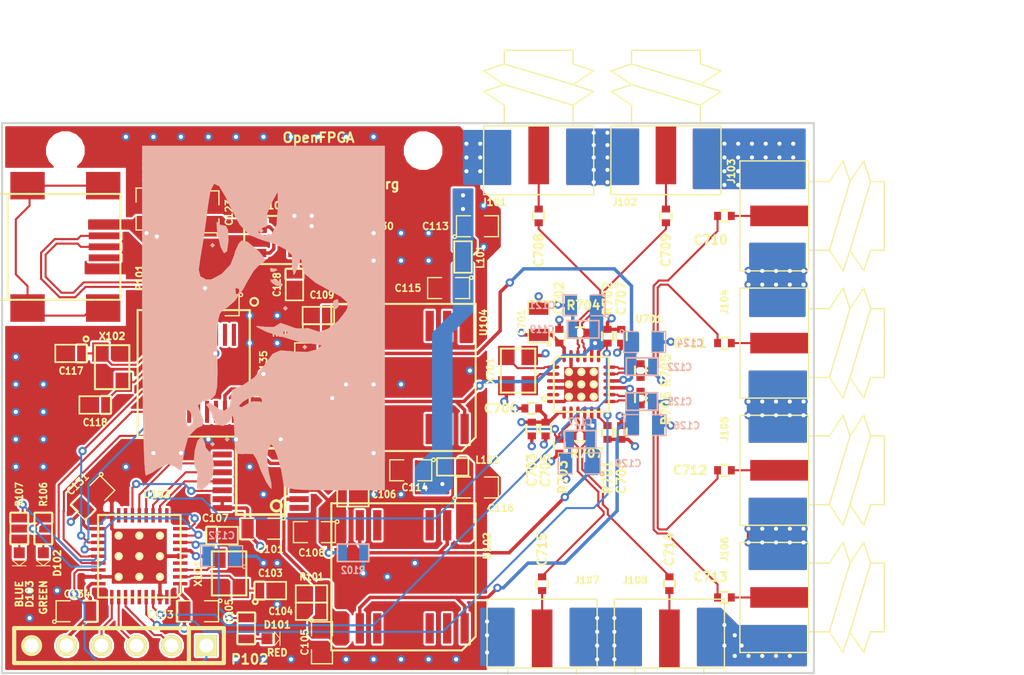
<source format=kicad_pcb>
(kicad_pcb (version 4) (host pcbnew 4.0.5)
  (layers (0 F.Cu signal hide) (1 In1.Cu signal hide) (2 In2.Cu signal hide) (31 B.Cu signal) (34 B.Paste user) (35 F.Paste user) (36 B.SilkS user) (37 F.SilkS user) (38 B.Mask user) (39 F.Mask user) (44 Edge.Cuts user))
  (net 0 "")
  (net 1 GND)
  (net 2 +3V3)
  (net 3 "Net-(C103-Pad1)")
  (net 4 /DAC0)
  (net 5 /DAC1)
  (net 6 "Net-(C107-Pad1)")
  (net 7 /DAC2)
  (net 8 /DAC3)
  (net 9 +5V)
  (net 10 /PSU23)
  (net 11 /PSU01)
  (net 12 "Net-(C117-Pad1)")
  (net 13 "Net-(C118-Pad1)")
  (net 14 /VddO0)
  (net 15 /VddO1)
  (net 16 /VddO2)
  (net 17 /VddO3)
  (net 18 /SI5338/clk0_1_P)
  (net 19 /SI5338/CLK0_P)
  (net 20 /SI5338/clk0_1_N)
  (net 21 /SI5338/CLK0_N)
  (net 22 /SI5338/clk1_1_P)
  (net 23 /SI5338/CLK1_P)
  (net 24 /SI5338/clk1_1_N)
  (net 25 /SI5338/CLK1_N)
  (net 26 /SI5338/clk2_1_P)
  (net 27 /SI5338/CLK2_P)
  (net 28 /SI5338/clk2_1_N)
  (net 29 /SI5338/CLK2_N)
  (net 30 /SI5338/clk3_1_P)
  (net 31 /SI5338/CLK3_N)
  (net 32 /SI5338/clk3_1_N)
  (net 33 /SI5338/CLK3_P)
  (net 34 /SCL)
  (net 35 /SDA)
  (net 36 /5338_INT)
  (net 37 "Net-(U103-Pad4)")
  (net 38 "Net-(U103-Pad10)")
  (net 39 /CS_DAC)
  (net 40 /SCK_DAC)
  (net 41 /MOSI_DAC)
  (net 42 /CLR_DAC)
  (net 43 "Net-(U103-Pad16)")
  (net 44 "Net-(U103-Pad17)")
  (net 45 "Net-(U103-Pad20)")
  (net 46 /US1_TX)
  (net 47 /US1_RX)
  (net 48 /US1_CTS)
  (net 49 /US1_RTS)
  (net 50 "Net-(U103-Pad31)")
  (net 51 "Net-(U103-Pad32)")
  (net 52 "Net-(U701-Pad1)")
  (net 53 "Net-(U701-Pad2)")
  (net 54 "Net-(U701-Pad5)")
  (net 55 /D_N)
  (net 56 /D_P)
  (net 57 "Net-(P101-Pad4)")
  (net 58 "Net-(U101-Pad1)")
  (net 59 "Net-(U101-Pad8)")
  (net 60 "Net-(U102-Pad3)")
  (net 61 "Net-(U102-Pad6)")
  (net 62 "Net-(U104-Pad3)")
  (net 63 "Net-(U104-Pad6)")
  (net 64 "Net-(U105-Pad20)")
  (net 65 "Net-(U105-Pad1)")
  (net 66 "Net-(U105-Pad2)")
  (net 67 "Net-(U105-Pad18)")
  (net 68 "Net-(U105-Pad17)")
  (net 69 "Net-(U105-Pad15)")
  (net 70 "Net-(U105-Pad14)")
  (net 71 "Net-(U105-Pad13)")
  (net 72 "Net-(U105-Pad12)")
  (net 73 "Net-(U102-Pad15)")
  (net 74 "Net-(U102-Pad14)")
  (net 75 "Net-(U102-Pad11)")
  (net 76 "Net-(U104-Pad15)")
  (net 77 "Net-(U104-Pad14)")
  (net 78 "Net-(U104-Pad11)")
  (net 79 "Net-(R105-Pad1)")
  (net 80 "Net-(R106-Pad1)")
  (net 81 "Net-(R107-Pad1)")
  (net 82 /TMS)
  (net 83 /TCK)
  (net 84 /TDI)
  (net 85 /TDO)
  (net 86 "Net-(D101-PadA)")
  (net 87 "Net-(D102-PadA)")
  (net 88 "Net-(D103-PadA)")
  (net 89 /5V01)
  (net 90 /L_N)
  (net 91 "Net-(P101-Pad6)")
  (module QFN:QFN36_6x6_0.5mm (layer F.Cu) (at 148.975 116.5 180)
    (fp_text reference U103 (at -1.275 4.5 180) (layer F.SilkS) (effects (font (size 0.5 0.5) (thickness 0.125))))
    (fp_text value STM32F103TB-QFN36)
    (pad 37 smd rect (at 0 0 180) (size 4 4) (layers F.Cu F.Mask) (net 1 GND))
    (pad 37 thru_hole circle (at -1.5 -1.5 180) (size 0.6 0.6) (drill 0.3) (layers *.Cu *.Mask F.SilkS) (net 1 GND))
    (pad 37 thru_hole circle (at -1.5 0 180) (size 0.6 0.6) (drill 0.3) (layers *.Cu *.Mask F.SilkS) (net 1 GND))
    (pad 37 thru_hole circle (at -1.5 1.5 180) (size 0.6 0.6) (drill 0.3) (layers *.Cu *.Mask F.SilkS) (net 1 GND))
    (pad 37 thru_hole circle (at 0 -1.5 180) (size 0.6 0.6) (drill 0.3) (layers *.Cu *.Mask F.SilkS) (net 1 GND))
    (pad 37 thru_hole circle (at 0 0 180) (size 0.6 0.6) (drill 0.3) (layers *.Cu *.Mask F.SilkS) (net 1 GND))
    (pad 37 thru_hole circle (at 0 1.5 180) (size 0.6 0.6) (drill 0.3) (layers *.Cu *.Mask F.SilkS) (net 1 GND))
    (pad 37 thru_hole circle (at 1.5 -1.5 180) (size 0.6 0.6) (drill 0.3) (layers *.Cu *.Mask F.SilkS) (net 1 GND))
    (pad 37 thru_hole circle (at 1.5 0 180) (size 0.6 0.6) (drill 0.3) (layers *.Cu *.Mask F.SilkS) (net 1 GND))
    (pad 37 thru_hole circle (at 1.5 1.5 180) (size 0.6 0.6) (drill 0.3) (layers *.Cu *.Mask F.SilkS) (net 1 GND))
    (pad 1 smd rect (at -2.975 -2 180) (size 1.05 0.25) (layers F.Cu F.Paste F.Mask) (net 2 +3V3))
    (pad 2 smd rect (at -2.975 -1.5 180) (size 1.05 0.25) (layers F.Cu F.Paste F.Mask) (net 3 "Net-(C103-Pad1)"))
    (pad 3 smd rect (at -2.975 -1 180) (size 1.05 0.25) (layers F.Cu F.Paste F.Mask) (net 6 "Net-(C107-Pad1)"))
    (pad 4 smd rect (at -2.975 -0.5 180) (size 1.05 0.25) (layers F.Cu F.Paste F.Mask) (net 37 "Net-(U103-Pad4)"))
    (pad 5 smd rect (at -2.975 0 180) (size 1.05 0.25) (layers F.Cu F.Paste F.Mask) (net 1 GND))
    (pad 6 smd rect (at -2.975 0.5 180) (size 1.05 0.25) (layers F.Cu F.Paste F.Mask) (net 2 +3V3))
    (pad 7 smd rect (at -2.975 1 180) (size 1.05 0.25) (layers F.Cu F.Paste F.Mask) (net 79 "Net-(R105-Pad1)"))
    (pad 8 smd rect (at -2.975 1.5 180) (size 1.05 0.25) (layers F.Cu F.Paste F.Mask) (net 80 "Net-(R106-Pad1)"))
    (pad 9 smd rect (at -2.975 2 180) (size 1.05 0.25) (layers F.Cu F.Paste F.Mask) (net 81 "Net-(R107-Pad1)"))
    (pad 10 smd rect (at -2 2.975 180) (size 0.25 1.05) (layers F.Cu F.Paste F.Mask) (net 38 "Net-(U103-Pad10)"))
    (pad 11 smd rect (at -1.5 2.975 180) (size 0.25 1.05) (layers F.Cu F.Paste F.Mask) (net 39 /CS_DAC))
    (pad 12 smd rect (at -1 2.975 180) (size 0.25 1.05) (layers F.Cu F.Paste F.Mask) (net 40 /SCK_DAC))
    (pad 13 smd rect (at -0.5 2.975 180) (size 0.25 1.05) (layers F.Cu F.Paste F.Mask) (net 36 /5338_INT))
    (pad 14 smd rect (at 0 2.975 180) (size 0.25 1.05) (layers F.Cu F.Paste F.Mask) (net 41 /MOSI_DAC))
    (pad 15 smd rect (at 0.5 2.975 180) (size 0.25 1.05) (layers F.Cu F.Paste F.Mask) (net 42 /CLR_DAC))
    (pad 16 smd rect (at 1 2.975 180) (size 0.25 1.05) (layers F.Cu F.Paste F.Mask) (net 43 "Net-(U103-Pad16)"))
    (pad 17 smd rect (at 1.5 2.975 180) (size 0.25 1.05) (layers F.Cu F.Paste F.Mask) (net 44 "Net-(U103-Pad17)"))
    (pad 18 smd rect (at 2 2.975 180) (size 0.25 1.05) (layers F.Cu F.Paste F.Mask) (net 1 GND))
    (pad 19 smd rect (at 2.975 2 180) (size 1.05 0.25) (layers F.Cu F.Paste F.Mask) (net 2 +3V3))
    (pad 20 smd rect (at 2.975 1.5 180) (size 1.05 0.25) (layers F.Cu F.Paste F.Mask) (net 45 "Net-(U103-Pad20)"))
    (pad 21 smd rect (at 2.975 1 180) (size 1.05 0.25) (layers F.Cu F.Paste F.Mask) (net 46 /US1_TX))
    (pad 22 smd rect (at 2.975 0.5 180) (size 1.05 0.25) (layers F.Cu F.Paste F.Mask) (net 47 /US1_RX))
    (pad 23 smd rect (at 2.975 0 180) (size 1.05 0.25) (layers F.Cu F.Paste F.Mask) (net 48 /US1_CTS))
    (pad 24 smd rect (at 2.975 -0.5 180) (size 1.05 0.25) (layers F.Cu F.Paste F.Mask) (net 49 /US1_RTS))
    (pad 25 smd rect (at 2.975 -1 180) (size 1.05 0.25) (layers F.Cu F.Paste F.Mask) (net 82 /TMS))
    (pad 26 smd rect (at 2.975 -1.5 180) (size 1.05 0.25) (layers F.Cu F.Paste F.Mask) (net 1 GND))
    (pad 27 smd rect (at 2.975 -2 180) (size 1.05 0.25) (layers F.Cu F.Paste F.Mask) (net 2 +3V3))
    (pad 28 smd rect (at 2 -2.975 180) (size 0.25 1.05) (layers F.Cu F.Paste F.Mask) (net 83 /TCK))
    (pad 29 smd rect (at 1.5 -2.975 180) (size 0.25 1.05) (layers F.Cu F.Paste F.Mask) (net 84 /TDI))
    (pad 30 smd rect (at 1 -2.975 180) (size 0.25 1.05) (layers F.Cu F.Paste F.Mask) (net 85 /TDO))
    (pad 31 smd rect (at 0.5 -2.975 180) (size 0.25 1.05) (layers F.Cu F.Paste F.Mask) (net 50 "Net-(U103-Pad31)"))
    (pad 32 smd rect (at 0 -2.975 180) (size 0.25 1.05) (layers F.Cu F.Paste F.Mask) (net 51 "Net-(U103-Pad32)"))
    (pad 33 smd rect (at -0.5 -2.975 180) (size 0.25 1.05) (layers F.Cu F.Paste F.Mask) (net 34 /SCL))
    (pad 34 smd rect (at -1 -2.975 180) (size 0.25 1.05) (layers F.Cu F.Paste F.Mask) (net 35 /SDA))
    (pad 35 smd rect (at -1.5 -2.975 180) (size 0.25 1.05) (layers F.Cu F.Paste F.Mask) (net 1 GND))
    (pad 36 smd rect (at -2 -2.975 180) (size 0.25 1.05) (layers F.Cu F.Paste F.Mask) (net 1 GND) (thermal_gap 0.15))
  )
  (module QFN:QFN24_4x4_9vias (layer F.Cu) (at 181.1 104)
    (fp_text reference U701 (at 4.9 -4.75) (layer F.SilkS) (effects (font (size 0.5 0.5) (thickness 0.125))))
    (fp_text value Si5338)
    (pad 25 smd rect (at 0 0) (size 2.5 2.5) (layers F.Cu F.Mask) (net 1 GND))
    (pad 25 thru_hole circle (at -0.9 -0.9) (size 0.6 0.6) (drill 0.3) (layers *.Cu *.Mask F.SilkS) (net 1 GND))
    (pad 25 thru_hole circle (at -0.9 0) (size 0.6 0.6) (drill 0.3) (layers *.Cu *.Mask F.SilkS) (net 1 GND))
    (pad 25 thru_hole circle (at -0.9 0.9) (size 0.6 0.6) (drill 0.3) (layers *.Cu *.Mask F.SilkS) (net 1 GND))
    (pad 25 thru_hole circle (at 0 -0.9) (size 0.6 0.6) (drill 0.3) (layers *.Cu *.Mask F.SilkS) (net 1 GND))
    (pad 25 thru_hole circle (at 0 0) (size 0.6 0.6) (drill 0.3) (layers *.Cu *.Mask F.SilkS) (net 1 GND))
    (pad 25 thru_hole circle (at 0 0.9) (size 0.6 0.6) (drill 0.3) (layers *.Cu *.Mask F.SilkS) (net 1 GND))
    (pad 25 thru_hole circle (at 0.9 -0.9) (size 0.6 0.6) (drill 0.3) (layers *.Cu *.Mask F.SilkS) (net 1 GND))
    (pad 25 thru_hole circle (at 0.9 0) (size 0.6 0.6) (drill 0.3) (layers *.Cu *.Mask F.SilkS) (net 1 GND))
    (pad 25 thru_hole circle (at 0.9 0.9) (size 0.6 0.6) (drill 0.3) (layers *.Cu *.Mask F.SilkS) (net 1 GND))
    (pad 1 smd oval (at -2.05 -1.25) (size 0.9 0.25) (layers F.Cu F.Paste F.Mask) (net 52 "Net-(U701-Pad1)"))
    (pad 2 smd oval (at -2.05 -0.75) (size 0.9 0.25) (layers F.Cu F.Paste F.Mask) (net 53 "Net-(U701-Pad2)"))
    (pad 3 smd oval (at -2.05 -0.25) (size 0.9 0.25) (layers F.Cu F.Paste F.Mask) (net 1 GND))
    (pad 4 smd oval (at -2.05 0.25) (size 0.9 0.25) (layers F.Cu F.Paste F.Mask) (net 1 GND))
    (pad 5 smd oval (at -2.05 0.75) (size 0.9 0.25) (layers F.Cu F.Paste F.Mask) (net 54 "Net-(U701-Pad5)"))
    (pad 6 smd oval (at -2.05 1.25) (size 0.9 0.25) (layers F.Cu F.Paste F.Mask) (net 1 GND))
    (pad 7 smd oval (at -1.25 2.05) (size 0.25 0.9) (layers F.Cu F.Paste F.Mask) (net 2 +3V3))
    (pad 8 smd oval (at -0.75 2.05) (size 0.25 0.9) (layers F.Cu F.Paste F.Mask) (net 36 /5338_INT))
    (pad 9 smd oval (at -0.25 2.05) (size 0.25 0.9) (layers F.Cu F.Paste F.Mask) (net 32 /SI5338/clk3_1_N))
    (pad 10 smd oval (at 0.25 2.05) (size 0.25 0.9) (layers F.Cu F.Paste F.Mask) (net 30 /SI5338/clk3_1_P))
    (pad 11 smd oval (at 0.75 2.05) (size 0.25 0.9) (layers F.Cu F.Paste F.Mask) (net 17 /VddO3))
    (pad 12 smd oval (at 1.25 2.05) (size 0.25 0.9) (layers F.Cu F.Paste F.Mask) (net 34 /SCL))
    (pad 13 smd oval (at 2.05 1.25) (size 0.9 0.25) (layers F.Cu F.Paste F.Mask) (net 28 /SI5338/clk2_1_N))
    (pad 14 smd oval (at 2.05 0.75) (size 0.9 0.25) (layers F.Cu F.Paste F.Mask) (net 26 /SI5338/clk2_1_P))
    (pad 15 smd oval (at 2.05 0.25) (size 0.9 0.25) (layers F.Cu F.Paste F.Mask) (net 16 /VddO2))
    (pad 16 smd oval (at 2.05 -0.25) (size 0.9 0.25) (layers F.Cu F.Paste F.Mask) (net 15 /VddO1))
    (pad 17 smd oval (at 2.05 -0.75) (size 0.9 0.25) (layers F.Cu F.Paste F.Mask) (net 24 /SI5338/clk1_1_N))
    (pad 18 smd oval (at 2.05 -1.25) (size 0.9 0.25) (layers F.Cu F.Paste F.Mask) (net 22 /SI5338/clk1_1_P))
    (pad 19 smd oval (at 1.25 -2.05) (size 0.25 0.9) (layers F.Cu F.Paste F.Mask) (net 35 /SDA))
    (pad 20 smd oval (at 0.75 -2.05) (size 0.25 0.9) (layers F.Cu F.Paste F.Mask) (net 14 /VddO0))
    (pad 21 smd oval (at 0.25 -2.05) (size 0.25 0.9) (layers F.Cu F.Paste F.Mask) (net 20 /SI5338/clk0_1_N))
    (pad 22 smd oval (at -0.25 -2.05) (size 0.25 0.9) (layers F.Cu F.Paste F.Mask) (net 18 /SI5338/clk0_1_P))
    (pad 23 smd oval (at -0.75 -2.05) (size 0.25 0.9) (layers F.Cu F.Paste F.Mask) (net 1 GND))
    (pad 24 smd oval (at -1.25 -2.05) (size 0.25 0.9) (layers F.Cu F.Paste F.Mask) (net 2 +3V3))
  )
  (module Xtal_SMD:xtal_3.2x2.5 (layer F.Cu) (at 176.5 103 90)
    (fp_text reference X701 (at 0 -2 90) (layer F.SilkS) (effects (font (size 0.5 0.5) (thickness 0.125))))
    (fp_text value 25MHz hide)
    (pad 1 smd rect (at -1.1 0.85 90) (size 1.4 1.2) (layers F.Cu F.Paste F.Mask) (net 53 "Net-(U701-Pad2)"))
    (pad 2 smd rect (at 1.1 0.85 90) (size 1.4 1.2) (layers F.Cu F.Paste F.Mask) (net 1 GND))
    (pad 3 smd rect (at 1.1 -0.85 90) (size 1.4 1.2) (layers F.Cu F.Paste F.Mask) (net 52 "Net-(U701-Pad1)"))
    (pad 4 smd rect (at -1.1 -0.85 90) (size 1.4 1.2) (layers F.Cu F.Paste F.Mask) (net 1 GND))
  )
  (module Connectors:USB_Mini-B (layer F.Cu) (at 143 94)
    (fp_text reference P101 (at 6 2.25 90) (layer F.SilkS) (effects (font (size 0.5 0.5) (thickness 0.125))))
    (fp_text value USB_OTG)
    (pad 1 smd rect (at 3.44932 -1.6002) (size 2.30124 0.50038) (layers F.Cu F.Paste F.Mask) (net 9 +5V))
    (pad 2 smd rect (at 3.44932 -0.8001) (size 2.30124 0.50038) (layers F.Cu F.Paste F.Mask) (net 55 /D_N))
    (pad 3 smd rect (at 3.44932 0) (size 2.30124 0.50038) (layers F.Cu F.Paste F.Mask) (net 56 /D_P))
    (pad 4 smd rect (at 3.44932 0.8001) (size 2.30124 0.50038) (layers F.Cu F.Paste F.Mask) (net 57 "Net-(P101-Pad4)"))
    (pad 5 smd rect (at 3.44932 1.6002) (size 2.30124 0.50038) (layers F.Cu F.Paste F.Mask) (net 1 GND))
    (pad 6 smd rect (at 3.35026 -4.45008) (size 2.49936 1.99898) (layers F.Cu F.Paste F.Mask) (net 91 "Net-(P101-Pad6)"))
    (pad 6 smd rect (at -2.14884 -4.45008) (size 2.49936 1.99898) (layers F.Cu F.Paste F.Mask) (net 91 "Net-(P101-Pad6)"))
    (pad 6 smd rect (at 3.35026 4.45008) (size 2.49936 1.99898) (layers F.Cu F.Paste F.Mask) (net 91 "Net-(P101-Pad6)"))
    (pad 6 smd rect (at -2.14884 4.45008) (size 2.49936 1.99898) (layers F.Cu F.Paste F.Mask) (net 91 "Net-(P101-Pad6)"))
    (pad "" np_thru_hole circle (at 0.8509 -2.19964) (size 0.89916 0.89916) (drill 0.89916) (layers *.Cu *.Mask))
    (pad "" np_thru_hole circle (at 0.8509 2.19964) (size 0.89916 0.89916) (drill 0.89916) (layers *.Cu *.Mask))
  )
  (module SSOP:SSOP14 (layer F.Cu) (at 157.794 111.0569 90)
    (fp_text reference U101 (at 0.8069 -4.294 90) (layer F.SilkS) (effects (font (size 0.5 0.5) (thickness 0.125))))
    (fp_text value MAX5713/4/5-TSSOP14 hide)
    (pad 1 smd rect (at -1.9304 2.794 90) (size 0.4318 1.397) (layers F.Cu F.Paste F.Mask) (net 58 "Net-(U101-Pad1)"))
    (pad 2 smd rect (at -1.2954 2.794 90) (size 0.4318 1.397) (layers F.Cu F.Paste F.Mask) (net 4 /DAC0))
    (pad 3 smd rect (at -0.635 2.794 90) (size 0.4318 1.397) (layers F.Cu F.Paste F.Mask) (net 5 /DAC1))
    (pad 4 smd rect (at 0 2.794 90) (size 0.4318 1.397) (layers F.Cu F.Paste F.Mask) (net 1 GND))
    (pad 5 smd rect (at 0.6604 2.794 90) (size 0.4318 1.397) (layers F.Cu F.Paste F.Mask) (net 8 /DAC3))
    (pad 6 smd rect (at 1.3081 2.794 90) (size 0.4318 1.397) (layers F.Cu F.Paste F.Mask) (net 7 /DAC2))
    (pad 7 smd rect (at 1.9558 2.794 90) (size 0.4318 1.397) (layers F.Cu F.Paste F.Mask) (net 2 +3V3))
    (pad 8 smd rect (at 1.9558 -2.794 90) (size 0.4318 1.397) (layers F.Cu F.Paste F.Mask) (net 59 "Net-(U101-Pad8)"))
    (pad 9 smd rect (at 1.3081 -2.794 90) (size 0.4318 1.397) (layers F.Cu F.Paste F.Mask) (net 41 /MOSI_DAC))
    (pad 10 smd rect (at 0.6604 -2.794 90) (size 0.4318 1.397) (layers F.Cu F.Paste F.Mask) (net 40 /SCK_DAC))
    (pad 11 smd rect (at 0 -2.794 90) (size 0.4318 1.397) (layers F.Cu F.Paste F.Mask) (net 39 /CS_DAC))
    (pad 12 smd rect (at -0.6477 -2.794 90) (size 0.4318 1.397) (layers F.Cu F.Paste F.Mask) (net 42 /CLR_DAC))
    (pad 13 smd rect (at -1.2954 -2.794 90) (size 0.4318 1.397) (layers F.Cu F.Paste F.Mask) (net 2 +3V3))
    (pad 14 smd rect (at -1.9431 -2.794 90) (size 0.4318 1.397) (layers F.Cu F.Paste F.Mask) (net 2 +3V3))
  )
  (module SOIC:SOIC-16-10.3x7.5 (layer F.Cu) (at 168.175 118 180)
    (fp_text reference U102 (at -6.075 2.25 270) (layer F.SilkS) (effects (font (size 0.5 0.5) (thickness 0.125))))
    (fp_text value TCA0372BDW-SOIC16)
    (pad 16 smd rect (at -4.445 -3.75 180) (size 0.6 2.2) (layers F.Cu F.Paste F.Mask) (net 16 /VddO2))
    (pad 1 smd rect (at -4.445 3.75 180) (size 0.6 2.2) (layers F.Cu F.Paste F.Mask) (net 11 /PSU01))
    (pad 15 smd rect (at -3.175 -3.75 180) (size 0.6 2.2) (layers F.Cu F.Paste F.Mask) (net 73 "Net-(U102-Pad15)"))
    (pad 2 smd rect (at -3.175 3.75 180) (size 0.6 2.2) (layers F.Cu F.Paste F.Mask) (net 17 /VddO3))
    (pad 14 smd rect (at -1.905 -3.75 180) (size 0.6 2.2) (layers F.Cu F.Paste F.Mask) (net 74 "Net-(U102-Pad14)"))
    (pad 3 smd rect (at -1.905 3.75 180) (size 0.6 2.2) (layers F.Cu F.Paste F.Mask) (net 60 "Net-(U102-Pad3)"))
    (pad 13 smd rect (at -0.635 -3.75 180) (size 0.6 2.2) (layers F.Cu F.Paste F.Mask) (net 1 GND))
    (pad 4 smd rect (at -0.635 3.75 180) (size 0.6 2.2) (layers F.Cu F.Paste F.Mask) (net 1 GND))
    (pad 12 smd rect (at 0.635 -3.75 180) (size 0.6 2.2) (layers F.Cu F.Paste F.Mask) (net 1 GND))
    (pad 5 smd rect (at 0.635 3.75 180) (size 0.6 2.2) (layers F.Cu F.Paste F.Mask) (net 1 GND))
    (pad 11 smd rect (at 1.905 -3.75 180) (size 0.6 2.2) (layers F.Cu F.Paste F.Mask) (net 75 "Net-(U102-Pad11)"))
    (pad 6 smd rect (at 1.905 3.75 180) (size 0.6 2.2) (layers F.Cu F.Paste F.Mask) (net 61 "Net-(U102-Pad6)"))
    (pad 10 smd rect (at 3.175 -3.75 180) (size 0.6 2.2) (layers F.Cu F.Paste F.Mask) (net 16 /VddO2))
    (pad 7 smd rect (at 3.175 3.75 180) (size 0.6 2.2) (layers F.Cu F.Paste F.Mask) (net 17 /VddO3))
    (pad 9 smd rect (at 4.445 -3.75 180) (size 0.6 2.2) (layers F.Cu F.Paste F.Mask) (net 4 /DAC0))
    (pad 8 smd rect (at 4.445 3.75 180) (size 0.6 2.2) (layers F.Cu F.Paste F.Mask) (net 5 /DAC1))
  )
  (module SOIC:SOIC-16-10.3x7.5 (layer F.Cu) (at 168.175 103.5 180)
    (fp_text reference U104 (at -5.825 4 270) (layer F.SilkS) (effects (font (size 0.5 0.5) (thickness 0.125))))
    (fp_text value TCA0372BDW-SOIC16)
    (pad 16 smd rect (at -4.445 -3.75 180) (size 0.6 2.2) (layers F.Cu F.Paste F.Mask) (net 14 /VddO0))
    (pad 1 smd rect (at -4.445 3.75 180) (size 0.6 2.2) (layers F.Cu F.Paste F.Mask) (net 10 /PSU23))
    (pad 15 smd rect (at -3.175 -3.75 180) (size 0.6 2.2) (layers F.Cu F.Paste F.Mask) (net 76 "Net-(U104-Pad15)"))
    (pad 2 smd rect (at -3.175 3.75 180) (size 0.6 2.2) (layers F.Cu F.Paste F.Mask) (net 15 /VddO1))
    (pad 14 smd rect (at -1.905 -3.75 180) (size 0.6 2.2) (layers F.Cu F.Paste F.Mask) (net 77 "Net-(U104-Pad14)"))
    (pad 3 smd rect (at -1.905 3.75 180) (size 0.6 2.2) (layers F.Cu F.Paste F.Mask) (net 62 "Net-(U104-Pad3)"))
    (pad 13 smd rect (at -0.635 -3.75 180) (size 0.6 2.2) (layers F.Cu F.Paste F.Mask) (net 1 GND))
    (pad 4 smd rect (at -0.635 3.75 180) (size 0.6 2.2) (layers F.Cu F.Paste F.Mask) (net 1 GND))
    (pad 12 smd rect (at 0.635 -3.75 180) (size 0.6 2.2) (layers F.Cu F.Paste F.Mask) (net 1 GND))
    (pad 5 smd rect (at 0.635 3.75 180) (size 0.6 2.2) (layers F.Cu F.Paste F.Mask) (net 1 GND))
    (pad 11 smd rect (at 1.905 -3.75 180) (size 0.6 2.2) (layers F.Cu F.Paste F.Mask) (net 78 "Net-(U104-Pad11)"))
    (pad 6 smd rect (at 1.905 3.75 180) (size 0.6 2.2) (layers F.Cu F.Paste F.Mask) (net 63 "Net-(U104-Pad6)"))
    (pad 10 smd rect (at 3.175 -3.75 180) (size 0.6 2.2) (layers F.Cu F.Paste F.Mask) (net 14 /VddO0))
    (pad 7 smd rect (at 3.175 3.75 180) (size 0.6 2.2) (layers F.Cu F.Paste F.Mask) (net 15 /VddO1))
    (pad 9 smd rect (at 4.445 -3.75 180) (size 0.6 2.2) (layers F.Cu F.Paste F.Mask) (net 8 /DAC3))
    (pad 8 smd rect (at 4.445 3.75 180) (size 0.6 2.2) (layers F.Cu F.Paste F.Mask) (net 7 /DAC2))
  )
  (module SSOP:SSOP-20 (layer F.Cu) (at 152.925 103.2 180)
    (fp_text reference U105 (at 1.425 5.2 360) (layer F.SilkS) (effects (font (size 0.5 0.5) (thickness 0.125))))
    (fp_text value CH340T-SSOP20)
    (pad 20 smd rect (at -2.925 -2.8 180) (size 0.3 1.6) (layers F.Cu F.Paste F.Mask) (net 64 "Net-(U105-Pad20)"))
    (pad 1 smd rect (at -2.925 2.8 180) (size 0.3 1.6) (layers F.Cu F.Paste F.Mask) (net 65 "Net-(U105-Pad1)"))
    (pad 19 smd rect (at -2.275 -2.8 180) (size 0.3 1.6) (layers F.Cu F.Paste F.Mask) (net 2 +3V3))
    (pad 2 smd rect (at -2.275 2.8 180) (size 0.3 1.6) (layers F.Cu F.Paste F.Mask) (net 66 "Net-(U105-Pad2)"))
    (pad 18 smd rect (at -1.625 -2.8 180) (size 0.3 1.6) (layers F.Cu F.Paste F.Mask) (net 67 "Net-(U105-Pad18)"))
    (pad 3 smd rect (at -1.625 2.8 180) (size 0.3 1.6) (layers F.Cu F.Paste F.Mask) (net 47 /US1_RX))
    (pad 17 smd rect (at -0.975 -2.8 180) (size 0.3 1.6) (layers F.Cu F.Paste F.Mask) (net 68 "Net-(U105-Pad17)"))
    (pad 4 smd rect (at -0.975 2.8 180) (size 0.3 1.6) (layers F.Cu F.Paste F.Mask) (net 46 /US1_TX))
    (pad 16 smd rect (at -0.325 -2.8 180) (size 0.3 1.6) (layers F.Cu F.Paste F.Mask) (net 48 /US1_CTS))
    (pad 5 smd rect (at -0.325 2.8 180) (size 0.3 1.6) (layers F.Cu F.Paste F.Mask) (net 2 +3V3))
    (pad 15 smd rect (at 0.325 -2.8 180) (size 0.3 1.6) (layers F.Cu F.Paste F.Mask) (net 69 "Net-(U105-Pad15)"))
    (pad 6 smd rect (at 0.325 2.8 180) (size 0.3 1.6) (layers F.Cu F.Paste F.Mask) (net 56 /D_P))
    (pad 14 smd rect (at 0.975 -2.8 180) (size 0.3 1.6) (layers F.Cu F.Paste F.Mask) (net 70 "Net-(U105-Pad14)"))
    (pad 7 smd rect (at 0.975 2.8 180) (size 0.3 1.6) (layers F.Cu F.Paste F.Mask) (net 55 /D_N))
    (pad 13 smd rect (at 1.625 -2.8 180) (size 0.3 1.6) (layers F.Cu F.Paste F.Mask) (net 71 "Net-(U105-Pad13)"))
    (pad 8 smd rect (at 1.625 2.8 180) (size 0.3 1.6) (layers F.Cu F.Paste F.Mask) (net 1 GND))
    (pad 12 smd rect (at 2.275 -2.8 180) (size 0.3 1.6) (layers F.Cu F.Paste F.Mask) (net 72 "Net-(U105-Pad12)"))
    (pad 9 smd rect (at 2.275 2.8 180) (size 0.3 1.6) (layers F.Cu F.Paste F.Mask) (net 13 "Net-(C118-Pad1)"))
    (pad 11 smd rect (at 2.925 -2.8 180) (size 0.3 1.6) (layers F.Cu F.Paste F.Mask) (net 49 /US1_RTS))
    (pad 10 smd rect (at 2.925 2.8 180) (size 0.3 1.6) (layers F.Cu F.Paste F.Mask) (net 12 "Net-(C117-Pad1)"))
  )
  (module Xtal_SMD:xtal_3.2x2.5 (layer F.Cu) (at 155.5 117.75 90)
    (fp_text reference X101 (at 0 -2.25 90) (layer F.SilkS) (effects (font (size 0.5 0.5) (thickness 0.125))))
    (fp_text value 8MHz hide)
    (pad 1 smd rect (at -1.1 0.85 90) (size 1.4 1.2) (layers F.Cu F.Paste F.Mask) (net 3 "Net-(C103-Pad1)"))
    (pad 2 smd rect (at 1.1 0.85 90) (size 1.4 1.2) (layers F.Cu F.Paste F.Mask) (net 1 GND))
    (pad 3 smd rect (at 1.1 -0.85 90) (size 1.4 1.2) (layers F.Cu F.Paste F.Mask) (net 6 "Net-(C107-Pad1)"))
    (pad 4 smd rect (at -1.1 -0.85 90) (size 1.4 1.2) (layers F.Cu F.Paste F.Mask) (net 1 GND))
  )
  (module Xtal_SMD:xtal_3.2x2.5 (layer F.Cu) (at 147 102.75 270)
    (fp_text reference X102 (at -2.25 0 360) (layer F.SilkS) (effects (font (size 0.5 0.5) (thickness 0.125))))
    (fp_text value 12MHz hide)
    (pad 1 smd rect (at -1.1 0.85 270) (size 1.4 1.2) (layers F.Cu F.Paste F.Mask) (net 12 "Net-(C117-Pad1)"))
    (pad 2 smd rect (at 1.1 0.85 270) (size 1.4 1.2) (layers F.Cu F.Paste F.Mask) (net 1 GND))
    (pad 3 smd rect (at 1.1 -0.85 270) (size 1.4 1.2) (layers F.Cu F.Paste F.Mask) (net 13 "Net-(C118-Pad1)"))
    (pad 4 smd rect (at -1.1 -0.85 270) (size 1.4 1.2) (layers F.Cu F.Paste F.Mask) (net 1 GND))
  )
  (module Connectors_254mm:pin_array_6x1 (layer F.Cu) (at 147.5 123 180)
    (fp_text reference P102 (at -9.5 -1 180) (layer F.SilkS) (effects (font (size 0.7 0.7) (thickness 0.152))))
    (fp_text value CONN_01X06 hide)
    (pad 1 thru_hole rect (at -6.35 0 180) (size 1.524 1.524) (drill 1.016) (layers *.Cu *.Mask F.SilkS) (net 82 /TMS))
    (pad 2 thru_hole circle (at -3.81 0 180) (size 1.524 1.524) (drill 1.016) (layers *.Cu *.Mask F.SilkS) (net 85 /TDO))
    (pad 3 thru_hole circle (at -1.27 0 180) (size 1.524 1.524) (drill 1.016) (layers *.Cu *.Mask F.SilkS) (net 84 /TDI))
    (pad 4 thru_hole circle (at 1.27 0 180) (size 1.524 1.524) (drill 1.016) (layers *.Cu *.Mask F.SilkS) (net 83 /TCK))
    (pad 5 thru_hole circle (at 3.81 0 180) (size 1.524 1.524) (drill 1.016) (layers *.Cu *.Mask F.SilkS) (net 2 +3V3))
    (pad 6 thru_hole circle (at 6.35 0 180) (size 1.524 1.524) (drill 1.016) (layers *.Cu *.Mask F.SilkS) (net 1 GND))
  )
  (module General_SMD:SM0805 (layer F.Cu) (at 157.7975 114.5 180)
    (fp_text reference C101 (at -0.7025 -1.5 180) (layer F.SilkS) (effects (font (size 0.50038 0.50038) (thickness 0.10922))))
    (fp_text value 100n hide)
    (pad 1 smd rect (at -0.9525 0 180) (size 0.889 1.397) (layers F.Cu F.Paste F.Mask) (net 1 GND))
    (pad 2 smd rect (at 0.9525 0 180) (size 0.889 1.397) (layers F.Cu F.Paste F.Mask) (net 2 +3V3))
  )
  (module General_SMD:SM0805 (layer F.Cu) (at 160.5 107.0475 270)
    (fp_text reference C102 (at -2.7975 0.5 270) (layer F.SilkS) (effects (font (size 0.50038 0.50038) (thickness 0.10922))))
    (fp_text value 100n hide)
    (pad 1 smd rect (at -0.9525 0 270) (size 0.889 1.397) (layers F.Cu F.Paste F.Mask) (net 1 GND))
    (pad 2 smd rect (at 0.9525 0 270) (size 0.889 1.397) (layers F.Cu F.Paste F.Mask) (net 2 +3V3))
  )
  (module General_SMD:SM0603 (layer F.Cu) (at 158.5 119)
    (fp_text reference C103 (at 0 -1.27) (layer F.SilkS) (effects (font (size 0.508 0.4572) (thickness 0.1143))))
    (fp_text value 10p hide)
    (pad 1 smd rect (at -0.762 0) (size 0.635 1.143) (layers F.Cu F.Paste F.Mask) (net 3 "Net-(C103-Pad1)"))
    (pad 2 smd rect (at 0.762 0) (size 0.635 1.143) (layers F.Cu F.Paste F.Mask) (net 1 GND))
  )
  (module General_SMD:SM0603 (layer F.Cu) (at 161.488 120.5 180)
    (fp_text reference C104 (at 2.238 0 180) (layer F.SilkS) (effects (font (size 0.508 0.4572) (thickness 0.1143))))
    (fp_text value CAP_0603 hide)
    (pad 1 smd rect (at -0.762 0 180) (size 0.635 1.143) (layers F.Cu F.Paste F.Mask) (net 4 /DAC0))
    (pad 2 smd rect (at 0.762 0 180) (size 0.635 1.143) (layers F.Cu F.Paste F.Mask) (net 1 GND))
  )
  (module General_SMD:SM0805 (layer F.Cu) (at 162.25 122.7975 270)
    (fp_text reference C105 (at -0.0475 1.25 270) (layer F.SilkS) (effects (font (size 0.50038 0.50038) (thickness 0.10922))))
    (fp_text value CAP_0805 hide)
    (pad 1 smd rect (at -0.9525 0 270) (size 0.889 1.397) (layers F.Cu F.Paste F.Mask) (net 4 /DAC0))
    (pad 2 smd rect (at 0.9525 0 270) (size 0.889 1.397) (layers F.Cu F.Paste F.Mask) (net 1 GND))
  )
  (module General_SMD:SM0603 (layer F.Cu) (at 164.5 112.25)
    (fp_text reference C106 (at 2.25 -0.25) (layer F.SilkS) (effects (font (size 0.508 0.4572) (thickness 0.1143))))
    (fp_text value CAP_0603 hide)
    (pad 1 smd rect (at -0.762 0) (size 0.635 1.143) (layers F.Cu F.Paste F.Mask) (net 5 /DAC1))
    (pad 2 smd rect (at 0.762 0) (size 0.635 1.143) (layers F.Cu F.Paste F.Mask) (net 1 GND))
  )
  (module General_SMD:SM0603 (layer F.Cu) (at 154.988 115)
    (fp_text reference C107 (at -0.488 -1.27) (layer F.SilkS) (effects (font (size 0.5 0.5) (thickness 0.1143))))
    (fp_text value 10p hide)
    (pad 1 smd rect (at -0.762 0) (size 0.635 1.143) (layers F.Cu F.Paste F.Mask) (net 6 "Net-(C107-Pad1)"))
    (pad 2 smd rect (at 0.762 0) (size 0.635 1.143) (layers F.Cu F.Paste F.Mask) (net 1 GND))
  )
  (module General_SMD:SM0805 (layer F.Cu) (at 161.7025 114.75 180)
    (fp_text reference C108 (at 0.2025 -1.5 180) (layer F.SilkS) (effects (font (size 0.50038 0.50038) (thickness 0.10922))))
    (fp_text value CAP_0805 hide)
    (pad 1 smd rect (at -0.9525 0 180) (size 0.889 1.397) (layers F.Cu F.Paste F.Mask) (net 5 /DAC1))
    (pad 2 smd rect (at 0.9525 0 180) (size 0.889 1.397) (layers F.Cu F.Paste F.Mask) (net 1 GND))
  )
  (module General_SMD:SM0603 (layer F.Cu) (at 161.988 99 180)
    (fp_text reference C109 (at -0.262 1.5 180) (layer F.SilkS) (effects (font (size 0.508 0.4572) (thickness 0.1143))))
    (fp_text value CAP_0603 hide)
    (pad 1 smd rect (at -0.762 0 180) (size 0.635 1.143) (layers F.Cu F.Paste F.Mask) (net 7 /DAC2))
    (pad 2 smd rect (at 0.762 0 180) (size 0.635 1.143) (layers F.Cu F.Paste F.Mask) (net 1 GND))
  )
  (module General_SMD:SM0805 (layer F.Cu) (at 161.7975 101.75 180)
    (fp_text reference C110 (at 0.0475 -1.5 180) (layer F.SilkS) (effects (font (size 0.50038 0.50038) (thickness 0.10922))))
    (fp_text value CAP_0805 hide)
    (pad 1 smd rect (at -0.9525 0 180) (size 0.889 1.397) (layers F.Cu F.Paste F.Mask) (net 7 /DAC2))
    (pad 2 smd rect (at 0.9525 0 180) (size 0.889 1.397) (layers F.Cu F.Paste F.Mask) (net 1 GND))
  )
  (module General_SMD:SM0603 (layer F.Cu) (at 162.5 106.738 90)
    (fp_text reference C111 (at 2.238 -0.5 90) (layer F.SilkS) (effects (font (size 0.508 0.4572) (thickness 0.1143))))
    (fp_text value CAP_0603 hide)
    (pad 1 smd rect (at -0.762 0 90) (size 0.635 1.143) (layers F.Cu F.Paste F.Mask) (net 8 /DAC3))
    (pad 2 smd rect (at 0.762 0 90) (size 0.635 1.143) (layers F.Cu F.Paste F.Mask) (net 1 GND))
  )
  (module General_SMD:SM0805 (layer F.Cu) (at 164.7975 110.75)
    (fp_text reference C112 (at -2.5475 0) (layer F.SilkS) (effects (font (size 0.50038 0.50038) (thickness 0.10922))))
    (fp_text value CAP_0805 hide)
    (pad 1 smd rect (at -0.9525 0) (size 0.889 1.397) (layers F.Cu F.Paste F.Mask) (net 8 /DAC3))
    (pad 2 smd rect (at 0.9525 0) (size 0.889 1.397) (layers F.Cu F.Paste F.Mask) (net 1 GND))
  )
  (module General_SMD:SM0805 (layer F.Cu) (at 173.5475 92.5)
    (fp_text reference C113 (at -3.0475 0) (layer F.SilkS) (effects (font (size 0.50038 0.50038) (thickness 0.10922))))
    (fp_text value 1u hide)
    (pad 1 smd rect (at -0.9525 0) (size 0.889 1.397) (layers F.Cu F.Paste F.Mask) (net 9 +5V))
    (pad 2 smd rect (at 0.9525 0) (size 0.889 1.397) (layers F.Cu F.Paste F.Mask) (net 1 GND))
  )
  (module General_SMD:SM0805 (layer F.Cu) (at 168.7025 110.25 180)
    (fp_text reference C114 (at -0.2975 -1.25 180) (layer F.SilkS) (effects (font (size 0.50038 0.50038) (thickness 0.10922))))
    (fp_text value 1u hide)
    (pad 1 smd rect (at -0.9525 0 180) (size 0.889 1.397) (layers F.Cu F.Paste F.Mask) (net 9 +5V))
    (pad 2 smd rect (at 0.9525 0 180) (size 0.889 1.397) (layers F.Cu F.Paste F.Mask) (net 1 GND))
  )
  (module General_SMD:SM0805 (layer F.Cu) (at 171.4525 97 180)
    (fp_text reference C115 (at 2.9525 0 180) (layer F.SilkS) (effects (font (size 0.50038 0.50038) (thickness 0.10922))))
    (fp_text value 1u hide)
    (pad 1 smd rect (at -0.9525 0 180) (size 0.889 1.397) (layers F.Cu F.Paste F.Mask) (net 10 /PSU23))
    (pad 2 smd rect (at 0.9525 0 180) (size 0.889 1.397) (layers F.Cu F.Paste F.Mask) (net 1 GND))
  )
  (module General_SMD:SM0805 (layer F.Cu) (at 173.5475 111.5)
    (fp_text reference C116 (at 1.7025 1.5) (layer F.SilkS) (effects (font (size 0.50038 0.50038) (thickness 0.10922))))
    (fp_text value 1u hide)
    (pad 1 smd rect (at -0.9525 0) (size 0.889 1.397) (layers F.Cu F.Paste F.Mask) (net 11 /PSU01))
    (pad 2 smd rect (at 0.9525 0) (size 0.889 1.397) (layers F.Cu F.Paste F.Mask) (net 1 GND))
  )
  (module General_SMD:SM0603 (layer F.Cu) (at 144.012 101.75 180)
    (fp_text reference C117 (at 0 -1.27 180) (layer F.SilkS) (effects (font (size 0.508 0.4572) (thickness 0.1143))))
    (fp_text value 10p hide)
    (pad 1 smd rect (at -0.762 0 180) (size 0.635 1.143) (layers F.Cu F.Paste F.Mask) (net 12 "Net-(C117-Pad1)"))
    (pad 2 smd rect (at 0.762 0 180) (size 0.635 1.143) (layers F.Cu F.Paste F.Mask) (net 1 GND))
  )
  (module General_SMD:SM0603 (layer F.Cu) (at 145.762 105.5 180)
    (fp_text reference C118 (at 0 -1.27 180) (layer F.SilkS) (effects (font (size 0.508 0.4572) (thickness 0.1143))))
    (fp_text value 10p hide)
    (pad 1 smd rect (at -0.762 0 180) (size 0.635 1.143) (layers F.Cu F.Paste F.Mask) (net 13 "Net-(C118-Pad1)"))
    (pad 2 smd rect (at 0.762 0 180) (size 0.635 1.143) (layers F.Cu F.Paste F.Mask) (net 1 GND))
  )
  (module General_SMD:SM0603 (layer B.Cu) (at 181.238 100 180)
    (fp_text reference C119 (at 2.988 0 180) (layer B.SilkS) (effects (font (size 0.508 0.4572) (thickness 0.1143)) (justify mirror)))
    (fp_text value CAP_0603 hide)
    (pad 1 smd rect (at -0.762 0 180) (size 0.635 1.143) (layers B.Cu B.Paste B.Mask) (net 14 /VddO0))
    (pad 2 smd rect (at 0.762 0 180) (size 0.635 1.143) (layers B.Cu B.Paste B.Mask) (net 1 GND))
  )
  (module General_SMD:SM0805 (layer F.Cu) (at 149.5 91.25 90)
    (fp_text reference C120 (at 2.75 0 90) (layer F.SilkS) (effects (font (size 0.50038 0.50038) (thickness 0.10922))))
    (fp_text value 1u hide)
    (pad 1 smd rect (at -0.9525 0 90) (size 0.889 1.397) (layers F.Cu F.Paste F.Mask) (net 9 +5V))
    (pad 2 smd rect (at 0.9525 0 90) (size 0.889 1.397) (layers F.Cu F.Paste F.Mask) (net 1 GND))
  )
  (module General_SMD:SM0805 (layer B.Cu) (at 181.2975 98.25 180)
    (fp_text reference C121 (at 3.0475 0 180) (layer B.SilkS) (effects (font (size 0.50038 0.50038) (thickness 0.10922)) (justify mirror)))
    (fp_text value CAP_0805 hide)
    (pad 1 smd rect (at -0.9525 0 180) (size 0.889 1.397) (layers B.Cu B.Paste B.Mask) (net 14 /VddO0))
    (pad 2 smd rect (at 0.9525 0 180) (size 0.889 1.397) (layers B.Cu B.Paste B.Mask) (net 1 GND))
  )
  (module General_SMD:SM0603 (layer B.Cu) (at 185.512 102.709216)
    (fp_text reference C122 (at 2.738 0.040784) (layer B.SilkS) (effects (font (size 0.508 0.4572) (thickness 0.1143)) (justify mirror)))
    (fp_text value CAP_0603 hide)
    (pad 1 smd rect (at -0.762 0) (size 0.635 1.143) (layers B.Cu B.Paste B.Mask) (net 15 /VddO1))
    (pad 2 smd rect (at 0.762 0) (size 0.635 1.143) (layers B.Cu B.Paste B.Mask) (net 1 GND))
  )
  (module General_SMD:SM0805 (layer F.Cu) (at 154 91.4525 90)
    (fp_text reference C123 (at -0.0475 1.5 90) (layer F.SilkS) (effects (font (size 0.50038 0.50038) (thickness 0.10922))))
    (fp_text value 1u hide)
    (pad 1 smd rect (at -0.9525 0 90) (size 0.889 1.397) (layers F.Cu F.Paste F.Mask) (net 89 /5V01))
    (pad 2 smd rect (at 0.9525 0 90) (size 0.889 1.397) (layers F.Cu F.Paste F.Mask) (net 1 GND))
  )
  (module General_SMD:SM0805 (layer B.Cu) (at 185.698553 100.917685)
    (fp_text reference C124 (at 3.301447 0.082315) (layer B.SilkS) (effects (font (size 0.50038 0.50038) (thickness 0.10922)) (justify mirror)))
    (fp_text value CAP_0805 hide)
    (pad 1 smd rect (at -0.9525 0) (size 0.889 1.397) (layers B.Cu B.Paste B.Mask) (net 15 /VddO1))
    (pad 2 smd rect (at 0.9525 0) (size 0.889 1.397) (layers B.Cu B.Paste B.Mask) (net 1 GND))
  )
  (module General_SMD:SM0603 (layer B.Cu) (at 185.488 105.25)
    (fp_text reference C125 (at 2.762 0) (layer B.SilkS) (effects (font (size 0.508 0.4572) (thickness 0.1143)) (justify mirror)))
    (fp_text value CAP_0603 hide)
    (pad 1 smd rect (at -0.762 0) (size 0.635 1.143) (layers B.Cu B.Paste B.Mask) (net 16 /VddO2))
    (pad 2 smd rect (at 0.762 0) (size 0.635 1.143) (layers B.Cu B.Paste B.Mask) (net 1 GND))
  )
  (module General_SMD:SM0805 (layer B.Cu) (at 185.728553 106.962127)
    (fp_text reference C126 (at 3.021447 0.037873) (layer B.SilkS) (effects (font (size 0.50038 0.50038) (thickness 0.10922)) (justify mirror)))
    (fp_text value CAP_0805 hide)
    (pad 1 smd rect (at -0.9525 0) (size 0.889 1.397) (layers B.Cu B.Paste B.Mask) (net 16 /VddO2))
    (pad 2 smd rect (at 0.9525 0) (size 0.889 1.397) (layers B.Cu B.Paste B.Mask) (net 1 GND))
  )
  (module General_SMD:SM0603 (layer B.Cu) (at 181.012 108 180)
    (fp_text reference C127 (at 0 1.27 180) (layer B.SilkS) (effects (font (size 0.508 0.4572) (thickness 0.1143)) (justify mirror)))
    (fp_text value CAP_0603 hide)
    (pad 1 smd rect (at -0.762 0 180) (size 0.635 1.143) (layers B.Cu B.Paste B.Mask) (net 17 /VddO3))
    (pad 2 smd rect (at 0.762 0 180) (size 0.635 1.143) (layers B.Cu B.Paste B.Mask) (net 1 GND))
  )
  (module General_SMD:SM0603 (layer F.Cu) (at 160.25 96.75 90)
    (fp_text reference C128 (at 0 -1.27 90) (layer F.SilkS) (effects (font (size 0.508 0.4572) (thickness 0.1143))))
    (fp_text value 10n hide)
    (pad 1 smd rect (at -0.762 0 90) (size 0.635 1.143) (layers F.Cu F.Paste F.Mask) (net 1 GND))
    (pad 2 smd rect (at 0.762 0 90) (size 0.635 1.143) (layers F.Cu F.Paste F.Mask) (net 90 /L_N))
  )
  (module General_SMD:SM0805 (layer B.Cu) (at 180.9525 109.75 180)
    (fp_text reference C129 (at -3.5475 0 180) (layer B.SilkS) (effects (font (size 0.50038 0.50038) (thickness 0.10922)) (justify mirror)))
    (fp_text value CAP_0805 hide)
    (pad 1 smd rect (at -0.9525 0 180) (size 0.889 1.397) (layers B.Cu B.Paste B.Mask) (net 17 /VddO3))
    (pad 2 smd rect (at 0.9525 0 180) (size 0.889 1.397) (layers B.Cu B.Paste B.Mask) (net 1 GND))
  )
  (module General_SMD:SM0805 (layer F.Cu) (at 163.5475 92.5 180)
    (fp_text reference C130 (at -2.9525 0 180) (layer F.SilkS) (effects (font (size 0.50038 0.50038) (thickness 0.10922))))
    (fp_text value 1u hide)
    (pad 1 smd rect (at -0.9525 0 180) (size 0.889 1.397) (layers F.Cu F.Paste F.Mask) (net 1 GND))
    (pad 2 smd rect (at 0.9525 0 180) (size 0.889 1.397) (layers F.Cu F.Paste F.Mask) (net 2 +3V3))
  )
  (module General_SMD:SM0805 (layer F.Cu) (at 178 99.4525 90)
    (fp_text reference C701 (at -0.0475 -1.25 90) (layer F.SilkS) (effects (font (size 0.50038 0.50038) (thickness 0.10922))))
    (fp_text value 10uF hide)
    (pad 1 smd rect (at -0.9525 0 90) (size 0.889 1.397) (layers F.Cu F.Paste F.Mask) (net 2 +3V3))
    (pad 2 smd rect (at 0.9525 0 90) (size 0.889 1.397) (layers F.Cu F.Paste F.Mask) (net 1 GND))
  )
  (module General_SMD:SM0402 (layer F.Cu) (at 179.5 100.5 90)
    (fp_text reference C702 (at 2.75 0 90) (layer F.SilkS) (effects (font (size 0.635 0.635))))
    (fp_text value 0.1u hide)
    (pad 1 smd rect (at -0.5 0 90) (size 0.5 0.6) (layers F.Cu F.Paste F.Mask) (net 2 +3V3))
    (pad 2 smd rect (at 0.5 0 90) (size 0.5 0.6) (layers F.Cu F.Paste F.Mask) (net 1 GND))
  )
  (module General_SMD:SM0402 (layer F.Cu) (at 177.5 107.25 270)
    (fp_text reference C703 (at 3 0 270) (layer F.SilkS) (effects (font (size 0.635 0.635))))
    (fp_text value 0.1u hide)
    (pad 1 smd rect (at -0.5 0 270) (size 0.5 0.6) (layers F.Cu F.Paste F.Mask) (net 2 +3V3))
    (pad 2 smd rect (at 0.5 0 270) (size 0.5 0.6) (layers F.Cu F.Paste F.Mask) (net 1 GND))
  )
  (module General_SMD:SM0402 (layer F.Cu) (at 177.5 105.75 180)
    (fp_text reference C704 (at 2.25 0 180) (layer F.SilkS) (effects (font (size 0.635 0.635))))
    (fp_text value 0.1u hide)
    (pad 1 smd rect (at -0.5 0 180) (size 0.5 0.6) (layers F.Cu F.Paste F.Mask) (net 2 +3V3))
    (pad 2 smd rect (at 0.5 0 180) (size 0.5 0.6) (layers F.Cu F.Paste F.Mask) (net 1 GND))
  )
  (module General_SMD:SM0402 (layer F.Cu) (at 178.5 107.25 270)
    (fp_text reference C705 (at 3 0 270) (layer F.SilkS) (effects (font (size 0.635 0.635))))
    (fp_text value 0.1u hide)
    (pad 1 smd rect (at -0.5 0 270) (size 0.5 0.6) (layers F.Cu F.Paste F.Mask) (net 2 +3V3))
    (pad 2 smd rect (at 0.5 0 270) (size 0.5 0.6) (layers F.Cu F.Paste F.Mask) (net 1 GND))
  )
  (module General_SMD:SM0402 (layer F.Cu) (at 184 107.5 90)
    (fp_text reference C706 (at -3.25 0 90) (layer F.SilkS) (effects (font (size 0.635 0.635))))
    (fp_text value 0.1u hide)
    (pad 1 smd rect (at -0.5 0 90) (size 0.5 0.6) (layers F.Cu F.Paste F.Mask) (net 2 +3V3))
    (pad 2 smd rect (at 0.5 0 90) (size 0.5 0.6) (layers F.Cu F.Paste F.Mask) (net 1 GND))
  )
  (module General_SMD:SM0402 (layer F.Cu) (at 184 100.5 270)
    (fp_text reference C707 (at -2.75 0 270) (layer F.SilkS) (effects (font (size 0.635 0.635))))
    (fp_text value 0.1u hide)
    (pad 1 smd rect (at -0.5 0 270) (size 0.5 0.6) (layers F.Cu F.Paste F.Mask) (net 2 +3V3))
    (pad 2 smd rect (at 0.5 0 270) (size 0.5 0.6) (layers F.Cu F.Paste F.Mask) (net 1 GND))
  )
  (module General_SMD:SM0402 (layer F.Cu) (at 178 91.75 90)
    (fp_text reference C708 (at -2.5 0 90) (layer F.SilkS) (effects (font (size 0.635 0.635))))
    (fp_text value 0.1u hide)
    (pad 1 smd rect (at -0.5 0 90) (size 0.5 0.6) (layers F.Cu F.Paste F.Mask) (net 18 /SI5338/clk0_1_P))
    (pad 2 smd rect (at 0.5 0 90) (size 0.5 0.6) (layers F.Cu F.Paste F.Mask) (net 19 /SI5338/CLK0_P))
  )
  (module General_SMD:SM0402 (layer F.Cu) (at 187.25 91.75 90)
    (fp_text reference C709 (at -2.5 0 90) (layer F.SilkS) (effects (font (size 0.635 0.635))))
    (fp_text value 0.1u hide)
    (pad 1 smd rect (at -0.5 0 90) (size 0.5 0.6) (layers F.Cu F.Paste F.Mask) (net 20 /SI5338/clk0_1_N))
    (pad 2 smd rect (at 0.5 0 90) (size 0.5 0.6) (layers F.Cu F.Paste F.Mask) (net 21 /SI5338/CLK0_N))
  )
  (module General_SMD:SM0402 (layer F.Cu) (at 191.5 91.75)
    (fp_text reference C710 (at -1 1.75) (layer F.SilkS) (effects (font (size 0.635 0.635))))
    (fp_text value 0.1u hide)
    (pad 1 smd rect (at -0.5 0) (size 0.5 0.6) (layers F.Cu F.Paste F.Mask) (net 22 /SI5338/clk1_1_P))
    (pad 2 smd rect (at 0.5 0) (size 0.5 0.6) (layers F.Cu F.Paste F.Mask) (net 23 /SI5338/CLK1_P))
  )
  (module General_SMD:SM0402 (layer F.Cu) (at 191.5 101)
    (fp_text reference C711 (at -2.5 0) (layer F.SilkS) (effects (font (size 0.635 0.635))))
    (fp_text value 0.1u hide)
    (pad 1 smd rect (at -0.5 0) (size 0.5 0.6) (layers F.Cu F.Paste F.Mask) (net 24 /SI5338/clk1_1_N))
    (pad 2 smd rect (at 0.5 0) (size 0.5 0.6) (layers F.Cu F.Paste F.Mask) (net 25 /SI5338/CLK1_N))
  )
  (module General_SMD:SM0402 (layer F.Cu) (at 191.5 110.25)
    (fp_text reference C712 (at -2.5 0) (layer F.SilkS) (effects (font (size 0.635 0.635))))
    (fp_text value 0.1u hide)
    (pad 1 smd rect (at -0.5 0) (size 0.5 0.6) (layers F.Cu F.Paste F.Mask) (net 26 /SI5338/clk2_1_P))
    (pad 2 smd rect (at 0.5 0) (size 0.5 0.6) (layers F.Cu F.Paste F.Mask) (net 27 /SI5338/CLK2_P))
  )
  (module General_SMD:SM0402 (layer F.Cu) (at 191.5 119.5)
    (fp_text reference C713 (at -1 -1.5) (layer F.SilkS) (effects (font (size 0.635 0.635))))
    (fp_text value 0.1u hide)
    (pad 1 smd rect (at -0.5 0) (size 0.5 0.6) (layers F.Cu F.Paste F.Mask) (net 28 /SI5338/clk2_1_N))
    (pad 2 smd rect (at 0.5 0) (size 0.5 0.6) (layers F.Cu F.Paste F.Mask) (net 29 /SI5338/CLK2_N))
  )
  (module General_SMD:SM0402 (layer F.Cu) (at 187.5 118.5 270)
    (fp_text reference C714 (at -2.5 0 270) (layer F.SilkS) (effects (font (size 0.635 0.635))))
    (fp_text value 0.1u hide)
    (pad 1 smd rect (at -0.5 0 270) (size 0.5 0.6) (layers F.Cu F.Paste F.Mask) (net 30 /SI5338/clk3_1_P))
    (pad 2 smd rect (at 0.5 0 270) (size 0.5 0.6) (layers F.Cu F.Paste F.Mask) (net 31 /SI5338/CLK3_N))
  )
  (module General_SMD:SM0402 (layer F.Cu) (at 178.25 118.5 270)
    (fp_text reference C715 (at -2.5 0 270) (layer F.SilkS) (effects (font (size 0.635 0.635))))
    (fp_text value 0.1u hide)
    (pad 1 smd rect (at -0.5 0 270) (size 0.5 0.6) (layers F.Cu F.Paste F.Mask) (net 32 /SI5338/clk3_1_N))
    (pad 2 smd rect (at 0.5 0 270) (size 0.5 0.6) (layers F.Cu F.Paste F.Mask) (net 33 /SI5338/CLK3_P))
  )
  (module General_SMD:SM0603 (layer F.Cu) (at 172.5 94.738 270)
    (fp_text reference L101 (at 0 -1.27 270) (layer F.SilkS) (effects (font (size 0.508 0.4572) (thickness 0.1143))))
    (fp_text value IND_0603 hide)
    (pad 1 smd rect (at -0.762 0 270) (size 0.635 1.143) (layers F.Cu F.Paste F.Mask) (net 9 +5V))
    (pad 2 smd rect (at 0.762 0 270) (size 0.635 1.143) (layers F.Cu F.Paste F.Mask) (net 10 /PSU23))
  )
  (module General_SMD:SM0603 (layer F.Cu) (at 171.75 110)
    (fp_text reference L102 (at 2.5 -0.5) (layer F.SilkS) (effects (font (size 0.508 0.4572) (thickness 0.1143))))
    (fp_text value IND_0603 hide)
    (pad 1 smd rect (at -0.762 0) (size 0.635 1.143) (layers F.Cu F.Paste F.Mask) (net 9 +5V))
    (pad 2 smd rect (at 0.762 0) (size 0.635 1.143) (layers F.Cu F.Paste F.Mask) (net 11 /PSU01))
  )
  (module General_SMD:SM0603 (layer F.Cu) (at 151.738 92.5)
    (fp_text reference L103 (at 0 -1.27) (layer F.SilkS) (effects (font (size 0.508 0.4572) (thickness 0.1143))))
    (fp_text value IND_0603 hide)
    (pad 1 smd rect (at -0.762 0) (size 0.635 1.143) (layers F.Cu F.Paste F.Mask) (net 9 +5V))
    (pad 2 smd rect (at 0.762 0) (size 0.635 1.143) (layers F.Cu F.Paste F.Mask) (net 89 /5V01))
  )
  (module General_SMD:SM0603 (layer F.Cu) (at 161.488 119.25 180)
    (fp_text reference R101 (at -0.012 1.25 180) (layer F.SilkS) (effects (font (size 0.508 0.4572) (thickness 0.1143))))
    (fp_text value 1M hide)
    (pad 1 smd rect (at -0.762 0 180) (size 0.635 1.143) (layers F.Cu F.Paste F.Mask) (net 4 /DAC0))
    (pad 2 smd rect (at 0.762 0 180) (size 0.635 1.143) (layers F.Cu F.Paste F.Mask) (net 1 GND))
  )
  (module General_SMD:SM0603 (layer B.Cu) (at 164.512 116.25)
    (fp_text reference R102 (at 0 1.27) (layer B.SilkS) (effects (font (size 0.508 0.4572) (thickness 0.1143)) (justify mirror)))
    (fp_text value 1M hide)
    (pad 1 smd rect (at -0.762 0) (size 0.635 1.143) (layers B.Cu B.Paste B.Mask) (net 5 /DAC1))
    (pad 2 smd rect (at 0.762 0) (size 0.635 1.143) (layers B.Cu B.Paste B.Mask) (net 1 GND))
  )
  (module General_SMD:SM0603 (layer F.Cu) (at 162 100.25 180)
    (fp_text reference R103 (at 2.5 0 180) (layer F.SilkS) (effects (font (size 0.508 0.4572) (thickness 0.1143))))
    (fp_text value 1M hide)
    (pad 1 smd rect (at -0.762 0 180) (size 0.635 1.143) (layers F.Cu F.Paste F.Mask) (net 7 /DAC2))
    (pad 2 smd rect (at 0.762 0 180) (size 0.635 1.143) (layers F.Cu F.Paste F.Mask) (net 1 GND))
  )
  (module General_SMD:SM0603 (layer F.Cu) (at 164.512 109.25)
    (fp_text reference R104 (at -2.262 0.25) (layer F.SilkS) (effects (font (size 0.508 0.4572) (thickness 0.1143))))
    (fp_text value 1M hide)
    (pad 1 smd rect (at -0.762 0) (size 0.635 1.143) (layers F.Cu F.Paste F.Mask) (net 8 /DAC3))
    (pad 2 smd rect (at 0.762 0) (size 0.635 1.143) (layers F.Cu F.Paste F.Mask) (net 1 GND))
  )
  (module General_SMD:SM0603 (layer F.Cu) (at 156.75 121.75 270)
    (fp_text reference R105 (at -1.25 1.25 270) (layer F.SilkS) (effects (font (size 0.508 0.4572) (thickness 0.1143))))
    (fp_text value RES_0603 hide)
    (pad 1 smd rect (at -0.762 0 270) (size 0.635 1.143) (layers F.Cu F.Paste F.Mask) (net 79 "Net-(R105-Pad1)"))
    (pad 2 smd rect (at 0.762 0 270) (size 0.635 1.143) (layers F.Cu F.Paste F.Mask) (net 86 "Net-(D101-PadA)"))
  )
  (module General_SMD:SM0603 (layer F.Cu) (at 142 114.488 270)
    (fp_text reference R106 (at -2.488 0 270) (layer F.SilkS) (effects (font (size 0.508 0.4572) (thickness 0.1143))))
    (fp_text value RES_0603 hide)
    (pad 1 smd rect (at -0.762 0 270) (size 0.635 1.143) (layers F.Cu F.Paste F.Mask) (net 80 "Net-(R106-Pad1)"))
    (pad 2 smd rect (at 0.762 0 270) (size 0.635 1.143) (layers F.Cu F.Paste F.Mask) (net 87 "Net-(D102-PadA)"))
  )
  (module General_SMD:SM0603 (layer F.Cu) (at 140.25 114.488 270)
    (fp_text reference R107 (at -2.488 0 270) (layer F.SilkS) (effects (font (size 0.508 0.4572) (thickness 0.1143))))
    (fp_text value RES_0603 hide)
    (pad 1 smd rect (at -0.762 0 270) (size 0.635 1.143) (layers F.Cu F.Paste F.Mask) (net 81 "Net-(R107-Pad1)"))
    (pad 2 smd rect (at 0.762 0 270) (size 0.635 1.143) (layers F.Cu F.Paste F.Mask) (net 88 "Net-(D103-PadA)"))
  )
  (module General_SMD:SM0402 (layer F.Cu) (at 183 107.5 90)
    (fp_text reference R701 (at -3.25 0 90) (layer F.SilkS) (effects (font (size 0.635 0.635))))
    (fp_text value 10k hide)
    (pad 1 smd rect (at -0.5 0 90) (size 0.5 0.6) (layers F.Cu F.Paste F.Mask) (net 2 +3V3))
    (pad 2 smd rect (at 0.5 0 90) (size 0.5 0.6) (layers F.Cu F.Paste F.Mask) (net 34 /SCL))
  )
  (module General_SMD:SM0402 (layer F.Cu) (at 183 100.5 270)
    (fp_text reference R702 (at -2.75 0 270) (layer F.SilkS) (effects (font (size 0.635 0.635))))
    (fp_text value 10k hide)
    (pad 1 smd rect (at -0.5 0 270) (size 0.5 0.6) (layers F.Cu F.Paste F.Mask) (net 2 +3V3))
    (pad 2 smd rect (at 0.5 0 270) (size 0.5 0.6) (layers F.Cu F.Paste F.Mask) (net 35 /SDA))
  )
  (module General_SMD:SM0402 (layer F.Cu) (at 179.5 108.5 90)
    (fp_text reference R703 (at -2.25 0.25 90) (layer F.SilkS) (effects (font (size 0.635 0.635))))
    (fp_text value 4.7k hide)
    (pad 1 smd rect (at -0.5 0 90) (size 0.5 0.6) (layers F.Cu F.Paste F.Mask) (net 2 +3V3))
    (pad 2 smd rect (at 0.5 0 90) (size 0.5 0.6) (layers F.Cu F.Paste F.Mask) (net 36 /5338_INT))
  )
  (module General_SMD:SM0402 (layer F.Cu) (at 181 100.25)
    (fp_text reference R704 (at 0.25 -2) (layer F.SilkS) (effects (font (size 0.635 0.635))))
    (fp_text value 100 hide)
    (pad 1 smd rect (at -0.5 0) (size 0.5 0.6) (layers F.Cu F.Paste F.Mask) (net 18 /SI5338/clk0_1_P))
    (pad 2 smd rect (at 0.5 0) (size 0.5 0.6) (layers F.Cu F.Paste F.Mask) (net 20 /SI5338/clk0_1_N))
  )
  (module General_SMD:SM0402 (layer F.Cu) (at 185.4 103 270)
    (fp_text reference R705 (at 0 -1.85 270) (layer F.SilkS) (effects (font (size 0.635 0.635))))
    (fp_text value 100 hide)
    (pad 1 smd rect (at -0.5 0 270) (size 0.5 0.6) (layers F.Cu F.Paste F.Mask) (net 22 /SI5338/clk1_1_P))
    (pad 2 smd rect (at 0.5 0 270) (size 0.5 0.6) (layers F.Cu F.Paste F.Mask) (net 24 /SI5338/clk1_1_N))
  )
  (module General_SMD:SM0402 (layer F.Cu) (at 185.4 105 270)
    (fp_text reference R706 (at 0.75 -1.85 270) (layer F.SilkS) (effects (font (size 0.635 0.635))))
    (fp_text value 100 hide)
    (pad 1 smd rect (at -0.5 0 270) (size 0.5 0.6) (layers F.Cu F.Paste F.Mask) (net 26 /SI5338/clk2_1_P))
    (pad 2 smd rect (at 0.5 0 270) (size 0.5 0.6) (layers F.Cu F.Paste F.Mask) (net 28 /SI5338/clk2_1_N))
  )
  (module General_SMD:SM0402 (layer F.Cu) (at 181 107.75 180)
    (fp_text reference R707 (at -0.5 -1.25 180) (layer F.SilkS) (effects (font (size 0.635 0.635))))
    (fp_text value 100 hide)
    (pad 1 smd rect (at -0.5 0 180) (size 0.5 0.6) (layers F.Cu F.Paste F.Mask) (net 30 /SI5338/clk3_1_P))
    (pad 2 smd rect (at 0.5 0 180) (size 0.5 0.6) (layers F.Cu F.Paste F.Mask) (net 32 /SI5338/clk3_1_N))
  )
  (module General_SMD:LED-0603 (layer F.Cu) (at 159.0007 122.5)
    (fp_text reference D101 (at 0 -1.016) (layer F.SilkS) (effects (font (size 0.508 0.508) (thickness 0.127))))
    (fp_text value RED (at 0 1.016) (layer F.SilkS) (effects (font (size 0.508 0.508) (thickness 0.127))))
    (pad A smd rect (at -0.7493 0) (size 0.79756 0.79756) (layers F.Cu F.Paste F.Mask) (net 86 "Net-(D101-PadA)"))
    (pad K smd rect (at 0.7493 0) (size 0.79756 0.79756) (layers F.Cu F.Paste F.Mask) (net 1 GND))
  )
  (module General_SMD:LED-0603 (layer F.Cu) (at 142 117 270)
    (fp_text reference D102 (at 0 -1.016 270) (layer F.SilkS) (effects (font (size 0.508 0.508) (thickness 0.127))))
    (fp_text value GREEN (at 2.5 0 270) (layer F.SilkS) (effects (font (size 0.508 0.508) (thickness 0.127))))
    (pad A smd rect (at -0.7493 0 270) (size 0.79756 0.79756) (layers F.Cu F.Paste F.Mask) (net 87 "Net-(D102-PadA)"))
    (pad K smd rect (at 0.7493 0 270) (size 0.79756 0.79756) (layers F.Cu F.Paste F.Mask) (net 1 GND))
  )
  (module General_SMD:LED-0603 (layer F.Cu) (at 140.25 117 270)
    (fp_text reference D103 (at 2.25 -0.75 270) (layer F.SilkS) (effects (font (size 0.508 0.508) (thickness 0.127))))
    (fp_text value BLUE (at 2.25 0 270) (layer F.SilkS) (effects (font (size 0.508 0.508) (thickness 0.127))))
    (pad A smd rect (at -0.7493 0 270) (size 0.79756 0.79756) (layers F.Cu F.Paste F.Mask) (net 88 "Net-(D103-PadA)"))
    (pad K smd rect (at 0.7493 0 270) (size 0.79756 0.79756) (layers F.Cu F.Paste F.Mask) (net 1 GND))
  )
  (module General_SMD:SM0805 (layer F.Cu) (at 145.576481 112.25 225)
    (fp_text reference C131 (at 0.05408 1.468294 225) (layer F.SilkS) (effects (font (size 0.50038 0.50038) (thickness 0.10922))))
    (fp_text value 100n hide)
    (pad 1 smd rect (at -0.9525 0 225) (size 0.889 1.397) (layers F.Cu F.Paste F.Mask) (net 1 GND))
    (pad 2 smd rect (at 0.9525 0 225) (size 0.889 1.397) (layers F.Cu F.Paste F.Mask) (net 2 +3V3))
  )
  (module General_SMD:SM0805 (layer B.Cu) (at 154.9525 116.5 180)
    (fp_text reference C132 (at 0 1.5 180) (layer B.SilkS) (effects (font (size 0.50038 0.50038) (thickness 0.10922)) (justify mirror)))
    (fp_text value 100n hide)
    (pad 1 smd rect (at -0.9525 0 180) (size 0.889 1.397) (layers B.Cu B.Paste B.Mask) (net 1 GND))
    (pad 2 smd rect (at 0.9525 0 180) (size 0.889 1.397) (layers B.Cu B.Paste B.Mask) (net 2 +3V3))
  )
  (module General_SMD:SM0805 (layer F.Cu) (at 153.2025 120.5 180)
    (fp_text reference C133 (at 2.7025 -0.25 180) (layer F.SilkS) (effects (font (size 0.50038 0.50038) (thickness 0.10922))))
    (fp_text value 100n hide)
    (pad 1 smd rect (at -0.9525 0 180) (size 0.889 1.397) (layers F.Cu F.Paste F.Mask) (net 1 GND))
    (pad 2 smd rect (at 0.9525 0 180) (size 0.889 1.397) (layers F.Cu F.Paste F.Mask) (net 2 +3V3))
  )
  (module General_SMD:SM0805 (layer F.Cu) (at 144.4525 120.5)
    (fp_text reference C134 (at 0 -1.25) (layer F.SilkS) (effects (font (size 0.50038 0.50038) (thickness 0.10922))))
    (fp_text value 100n hide)
    (pad 1 smd rect (at -0.9525 0) (size 0.889 1.397) (layers F.Cu F.Paste F.Mask) (net 1 GND))
    (pad 2 smd rect (at 0.9525 0) (size 0.889 1.397) (layers F.Cu F.Paste F.Mask) (net 2 +3V3))
  )
  (module General_SMD:SM0805 (layer F.Cu) (at 158 105.2975 90)
    (fp_text reference C135 (at 2.7975 0 90) (layer F.SilkS) (effects (font (size 0.50038 0.50038) (thickness 0.10922))))
    (fp_text value 100n hide)
    (pad 1 smd rect (at -0.9525 0 90) (size 0.889 1.397) (layers F.Cu F.Paste F.Mask) (net 1 GND))
    (pad 2 smd rect (at 0.9525 0 90) (size 0.889 1.397) (layers F.Cu F.Paste F.Mask) (net 2 +3V3))
  )
  (module General_SMD:SM0805 (layer F.Cu) (at 154.7025 98.25 180)
    (fp_text reference C136 (at 0 1.5 180) (layer F.SilkS) (effects (font (size 0.50038 0.50038) (thickness 0.10922))))
    (fp_text value 100n hide)
    (pad 1 smd rect (at -0.9525 0 180) (size 0.889 1.397) (layers F.Cu F.Paste F.Mask) (net 1 GND))
    (pad 2 smd rect (at 0.9525 0 180) (size 0.889 1.397) (layers F.Cu F.Paste F.Mask) (net 2 +3V3))
  )
  (module SOT:SOT23-5 (layer F.Cu) (at 159 93.5 270)
    (fp_text reference U106 (at -2.5 0.25 360) (layer F.SilkS) (effects (font (size 0.5 0.5) (thickness 0.125))))
    (fp_text value REG113-XX-SOT23)
    (pad 5 smd rect (at -0.95 -1.35 270) (size 0.6 1.1) (layers F.Cu F.Paste F.Mask) (net 2 +3V3))
    (pad 1 smd rect (at -0.95 1.35 270) (size 0.6 1.1) (layers F.Cu F.Paste F.Mask) (net 89 /5V01))
    (pad 2 smd rect (at 0 1.35 270) (size 0.6 1.1) (layers F.Cu F.Paste F.Mask) (net 1 GND))
    (pad 4 smd rect (at 0.95 -1.35 270) (size 0.6 1.1) (layers F.Cu F.Paste F.Mask) (net 90 /L_N))
    (pad 3 smd rect (at 0.95 1.35 270) (size 0.6 1.1) (layers F.Cu F.Paste F.Mask) (net 89 /5V01))
  )
  (module Connectors_RF:SMA_AMP_132322 (layer F.Cu) (at 178 85.2)
    (fp_text reference J101 (at -3.25 5.55) (layer F.SilkS) (effects (font (size 0.5 0.5) (thickness 0.125))))
    (fp_text value SMA_PCB)
    (pad 2 smd rect (at -2.77 2.275) (size 1.5 3.95) (layers F.Cu F.Paste F.Mask) (net 1 GND))
    (pad 2 smd rect (at 2.77 2.275) (size 1.5 3.95) (layers F.Cu F.Paste F.Mask) (net 1 GND))
    (pad 2 smd rect (at -2.77 2.275) (size 1.5 3.95) (layers B.Cu B.Paste B.Mask) (net 1 GND))
    (pad 2 smd rect (at 2.77 2.275) (size 1.5 3.95) (layers B.Cu B.Paste B.Mask) (net 1 GND))
    (pad 1 smd rect (at 0 2.125) (size 1.5 4.25) (layers F.Cu F.Paste F.Mask) (net 19 /SI5338/CLK0_P))
  )
  (module Connectors_RF:SMA_AMP_132322 (layer F.Cu) (at 187.25 85.2)
    (fp_text reference J102 (at -3 5.55) (layer F.SilkS) (effects (font (size 0.5 0.5) (thickness 0.125))))
    (fp_text value SMA_PCB)
    (pad 2 smd rect (at -2.77 2.275) (size 1.5 3.95) (layers F.Cu F.Paste F.Mask) (net 1 GND))
    (pad 2 smd rect (at 2.77 2.275) (size 1.5 3.95) (layers F.Cu F.Paste F.Mask) (net 1 GND))
    (pad 2 smd rect (at -2.77 2.275) (size 1.5 3.95) (layers B.Cu B.Paste B.Mask) (net 1 GND))
    (pad 2 smd rect (at 2.77 2.275) (size 1.5 3.95) (layers B.Cu B.Paste B.Mask) (net 1 GND))
    (pad 1 smd rect (at 0 2.125) (size 1.5 4.25) (layers F.Cu F.Paste F.Mask) (net 21 /SI5338/CLK0_N))
  )
  (module Connectors_RF:SMA_AMP_132322 (layer F.Cu) (at 197.625 91.75 270)
    (fp_text reference J103 (at -3.25 5.625 270) (layer F.SilkS) (effects (font (size 0.5 0.5) (thickness 0.125))))
    (fp_text value SMA_PCB)
    (pad 2 smd rect (at -2.77 2.275 270) (size 1.5 3.95) (layers F.Cu F.Paste F.Mask) (net 1 GND))
    (pad 2 smd rect (at 2.77 2.275 270) (size 1.5 3.95) (layers F.Cu F.Paste F.Mask) (net 1 GND))
    (pad 2 smd rect (at -2.77 2.275 270) (size 1.5 3.95) (layers B.Cu B.Paste B.Mask) (net 1 GND))
    (pad 2 smd rect (at 2.77 2.275 270) (size 1.5 3.95) (layers B.Cu B.Paste B.Mask) (net 1 GND))
    (pad 1 smd rect (at 0 2.125 270) (size 1.5 4.25) (layers F.Cu F.Paste F.Mask) (net 23 /SI5338/CLK1_P))
  )
  (module Connectors_RF:SMA_AMP_132322 (layer F.Cu) (at 197.625 101 270)
    (fp_text reference J104 (at -3 6.125 270) (layer F.SilkS) (effects (font (size 0.5 0.5) (thickness 0.125))))
    (fp_text value SMA_PCB)
    (pad 2 smd rect (at -2.77 2.275 270) (size 1.5 3.95) (layers F.Cu F.Paste F.Mask) (net 1 GND))
    (pad 2 smd rect (at 2.77 2.275 270) (size 1.5 3.95) (layers F.Cu F.Paste F.Mask) (net 1 GND))
    (pad 2 smd rect (at -2.77 2.275 270) (size 1.5 3.95) (layers B.Cu B.Paste B.Mask) (net 1 GND))
    (pad 2 smd rect (at 2.77 2.275 270) (size 1.5 3.95) (layers B.Cu B.Paste B.Mask) (net 1 GND))
    (pad 1 smd rect (at 0 2.125 270) (size 1.5 4.25) (layers F.Cu F.Paste F.Mask) (net 25 /SI5338/CLK1_N))
  )
  (module Connectors_RF:SMA_AMP_132322 (layer F.Cu) (at 197.625 110.25 270)
    (fp_text reference J105 (at -3 6.125 270) (layer F.SilkS) (effects (font (size 0.5 0.5) (thickness 0.125))))
    (fp_text value SMA_PCB)
    (pad 2 smd rect (at -2.77 2.275 270) (size 1.5 3.95) (layers F.Cu F.Paste F.Mask) (net 1 GND))
    (pad 2 smd rect (at 2.77 2.275 270) (size 1.5 3.95) (layers F.Cu F.Paste F.Mask) (net 1 GND))
    (pad 2 smd rect (at -2.77 2.275 270) (size 1.5 3.95) (layers B.Cu B.Paste B.Mask) (net 1 GND))
    (pad 2 smd rect (at 2.77 2.275 270) (size 1.5 3.95) (layers B.Cu B.Paste B.Mask) (net 1 GND))
    (pad 1 smd rect (at 0 2.125 270) (size 1.5 4.25) (layers F.Cu F.Paste F.Mask) (net 27 /SI5338/CLK2_P))
  )
  (module Connectors_RF:SMA_AMP_132322 (layer F.Cu) (at 197.625 119.5 270)
    (fp_text reference J106 (at -3.5 6.125 270) (layer F.SilkS) (effects (font (size 0.5 0.5) (thickness 0.125))))
    (fp_text value SMA_PCB)
    (pad 2 smd rect (at -2.77 2.275 270) (size 1.5 3.95) (layers F.Cu F.Paste F.Mask) (net 1 GND))
    (pad 2 smd rect (at 2.77 2.275 270) (size 1.5 3.95) (layers F.Cu F.Paste F.Mask) (net 1 GND))
    (pad 2 smd rect (at -2.77 2.275 270) (size 1.5 3.95) (layers B.Cu B.Paste B.Mask) (net 1 GND))
    (pad 2 smd rect (at 2.77 2.275 270) (size 1.5 3.95) (layers B.Cu B.Paste B.Mask) (net 1 GND))
    (pad 1 smd rect (at 0 2.125 270) (size 1.5 4.25) (layers F.Cu F.Paste F.Mask) (net 29 /SI5338/CLK2_N))
  )
  (module Connectors_RF:SMA_AMP_132322 (layer F.Cu) (at 178.25 124.625 180)
    (fp_text reference J107 (at -3.25 6.375 180) (layer F.SilkS) (effects (font (size 0.5 0.5) (thickness 0.125))))
    (fp_text value SMA_PCB)
    (pad 2 smd rect (at -2.77 2.275 180) (size 1.5 3.95) (layers F.Cu F.Paste F.Mask) (net 1 GND))
    (pad 2 smd rect (at 2.77 2.275 180) (size 1.5 3.95) (layers F.Cu F.Paste F.Mask) (net 1 GND))
    (pad 2 smd rect (at -2.77 2.275 180) (size 1.5 3.95) (layers B.Cu B.Paste B.Mask) (net 1 GND))
    (pad 2 smd rect (at 2.77 2.275 180) (size 1.5 3.95) (layers B.Cu B.Paste B.Mask) (net 1 GND))
    (pad 1 smd rect (at 0 2.125 180) (size 1.5 4.25) (layers F.Cu F.Paste F.Mask) (net 33 /SI5338/CLK3_P))
  )
  (module Connectors_RF:SMA_AMP_132322 (layer F.Cu) (at 187.5 124.625 180)
    (fp_text reference J108 (at 2.5 6.375 180) (layer F.SilkS) (effects (font (size 0.5 0.5) (thickness 0.125))))
    (fp_text value SMA_PCB)
    (pad 2 smd rect (at -2.77 2.275 180) (size 1.5 3.95) (layers F.Cu F.Paste F.Mask) (net 1 GND))
    (pad 2 smd rect (at 2.77 2.275 180) (size 1.5 3.95) (layers F.Cu F.Paste F.Mask) (net 1 GND))
    (pad 2 smd rect (at -2.77 2.275 180) (size 1.5 3.95) (layers B.Cu B.Paste B.Mask) (net 1 GND))
    (pad 2 smd rect (at 2.77 2.275 180) (size 1.5 3.95) (layers B.Cu B.Paste B.Mask) (net 1 GND))
    (pad 1 smd rect (at 0 2.125 180) (size 1.5 4.25) (layers F.Cu F.Paste F.Mask) (net 31 /SI5338/CLK3_N))
  )
  (module Mounting_Holes:2.5mm_non_plated (layer F.Cu) (at 169.6 87)
    (fp_text reference REF** hide)
    (fp_text value 2.5mm_non_plated hide)
    (pad "" np_thru_hole circle (at 0 0) (size 2.5 2.5) (drill 2.5) (layers *.Cu *.Paste *.Mask F.SilkS))
  )
  (module Mounting_Holes:2.5mm_non_plated (layer F.Cu) (at 143.6 87)
    (fp_text reference REF** hide)
    (fp_text value 2.5mm_non_plated hide)
    (pad "" np_thru_hole circle (at 0 0) (size 2.5 2.5) (drill 2.5) (layers *.Cu *.Paste *.Mask F.SilkS))
  )
  (module Img:malinois (layer B.Cu) (at 158 99 180)
    (fp_text reference G*** hide)
    (fp_text value LOGO hide)
  )
  (gr_text "OpenFPGA\nMeta Tester\nnats`\nnats@more-magic.org" (at 162 87.75) (layer F.SilkS) (effects (font (size 0.7 0.7))))
  (gr_line (start 198 85) (end 139 85) (layer Edge.Cuts) (width 0.15))
  (gr_line (start 198 125) (end 198 85) (layer Edge.Cuts) (width 0.15))
  (gr_line (start 139 125) (end 198 125) (layer Edge.Cuts) (width 0.15))
  (gr_line (start 139 85) (end 139 125) (layer Edge.Cuts) (width 0.15))
  (segment (start 179.05 105.25) (end 179.85 105.25) (width 0.25) (layer F.Cu) (net 1))
  (segment (start 179.85 105.25) (end 180.2 104.9) (width 0.25) (layer F.Cu) (net 1))
  (segment (start 179.05 104.25) (end 179.95 104.25) (width 0.25) (layer F.Cu) (net 1))
  (segment (start 179.95 104.25) (end 180.2 104) (width 0.25) (layer F.Cu) (net 1))
  (segment (start 155.905 116.5) (end 157.5 116.5) (width 0.25) (layer B.Cu) (net 1))
  (segment (start 157.5 116.5) (end 158 117) (width 0.25) (layer B.Cu) (net 1))
  (via (at 158 117) (size 0.6) (drill 0.3) (layers F.Cu B.Cu) (net 1))
  (segment (start 150.975 119.475) (end 150.475 119.475) (width 0.25) (layer F.Cu) (net 1))
  (segment (start 157 99) (end 159 99) (width 0.25) (layer F.Cu) (net 1))
  (via (at 159 99) (size 0.6) (drill 0.3) (layers F.Cu B.Cu) (net 1))
  (segment (start 157 101) (end 157 99) (width 0.25) (layer F.Cu) (net 1))
  (via (at 157 99) (size 0.6) (drill 0.3) (layers F.Cu B.Cu) (net 1))
  (segment (start 159 101) (end 157 101) (width 0.25) (layer F.Cu) (net 1))
  (via (at 157 101) (size 0.6) (drill 0.3) (layers F.Cu B.Cu) (net 1))
  (segment (start 161.238 100.25) (end 159.75 100.25) (width 0.25) (layer F.Cu) (net 1))
  (segment (start 159.75 100.25) (end 159 101) (width 0.25) (layer F.Cu) (net 1))
  (via (at 159 101) (size 0.6) (drill 0.3) (layers F.Cu B.Cu) (net 1))
  (segment (start 166 112) (end 166 109) (width 0.25) (layer F.Cu) (net 1))
  (via (at 166 109) (size 0.6) (drill 0.3) (layers F.Cu B.Cu) (net 1))
  (segment (start 168 112) (end 166 112) (width 0.25) (layer F.Cu) (net 1))
  (via (at 166 112) (size 0.6) (drill 0.3) (layers F.Cu B.Cu) (net 1))
  (segment (start 167.75 110.25) (end 167.75 111.75) (width 0.25) (layer F.Cu) (net 1))
  (segment (start 167.75 111.75) (end 168 112) (width 0.25) (layer F.Cu) (net 1))
  (via (at 168 112) (size 0.6) (drill 0.3) (layers F.Cu B.Cu) (net 1))
  (segment (start 168 104) (end 172 104) (width 0.25) (layer F.Cu) (net 1))
  (segment (start 172 104) (end 173 103) (width 0.25) (layer F.Cu) (net 1))
  (via (at 173 103) (size 0.6) (drill 0.3) (layers F.Cu B.Cu) (net 1))
  (segment (start 166 104) (end 168 104) (width 0.25) (layer F.Cu) (net 1))
  (via (at 168 104) (size 0.6) (drill 0.3) (layers F.Cu B.Cu) (net 1))
  (segment (start 164 104) (end 166 104) (width 0.25) (layer F.Cu) (net 1))
  (via (at 166 104) (size 0.6) (drill 0.3) (layers F.Cu B.Cu) (net 1))
  (segment (start 163 105) (end 164 104) (width 0.25) (layer F.Cu) (net 1))
  (via (at 164 104) (size 0.6) (drill 0.3) (layers F.Cu B.Cu) (net 1))
  (segment (start 162.5 105.976) (end 162.5 105.5) (width 0.25) (layer F.Cu) (net 1))
  (segment (start 162.5 105.5) (end 163 105) (width 0.25) (layer F.Cu) (net 1))
  (via (at 163 105) (size 0.6) (drill 0.3) (layers F.Cu B.Cu) (net 1))
  (segment (start 168 95) (end 166 95) (width 0.25) (layer F.Cu) (net 1))
  (via (at 166 95) (size 0.6) (drill 0.3) (layers F.Cu B.Cu) (net 1))
  (segment (start 170 95) (end 168 95) (width 0.25) (layer F.Cu) (net 1))
  (via (at 168 95) (size 0.6) (drill 0.3) (layers F.Cu B.Cu) (net 1))
  (segment (start 170 93) (end 170 95) (width 0.25) (layer F.Cu) (net 1))
  (via (at 170 95) (size 0.6) (drill 0.3) (layers F.Cu B.Cu) (net 1))
  (segment (start 168 93) (end 170 93) (width 0.25) (layer F.Cu) (net 1))
  (via (at 170 93) (size 0.6) (drill 0.3) (layers F.Cu B.Cu) (net 1))
  (segment (start 166 93) (end 168 93) (width 0.25) (layer F.Cu) (net 1))
  (via (at 168 93) (size 0.6) (drill 0.3) (layers F.Cu B.Cu) (net 1))
  (segment (start 164.5 92.5) (end 165.5 92.5) (width 0.25) (layer F.Cu) (net 1))
  (segment (start 165.5 92.5) (end 166 93) (width 0.25) (layer F.Cu) (net 1))
  (via (at 166 93) (size 0.6) (drill 0.3) (layers F.Cu B.Cu) (net 1))
  (segment (start 142 106) (end 142 104) (width 0.25) (layer F.Cu) (net 1))
  (via (at 142 104) (size 0.6) (drill 0.3) (layers F.Cu B.Cu) (net 1))
  (segment (start 142 108) (end 142 106) (width 0.25) (layer F.Cu) (net 1))
  (via (at 142 106) (size 0.6) (drill 0.3) (layers F.Cu B.Cu) (net 1))
  (segment (start 142 110) (end 142 108) (width 0.25) (layer F.Cu) (net 1))
  (via (at 142 108) (size 0.6) (drill 0.3) (layers F.Cu B.Cu) (net 1))
  (segment (start 140 110) (end 142 110) (width 0.25) (layer F.Cu) (net 1))
  (via (at 142 110) (size 0.6) (drill 0.3) (layers F.Cu B.Cu) (net 1))
  (segment (start 140 108) (end 140 110) (width 0.25) (layer F.Cu) (net 1))
  (via (at 140 110) (size 0.6) (drill 0.3) (layers F.Cu B.Cu) (net 1))
  (segment (start 140 106) (end 140 108) (width 0.25) (layer F.Cu) (net 1))
  (via (at 140 108) (size 0.6) (drill 0.3) (layers F.Cu B.Cu) (net 1))
  (segment (start 140 104) (end 140 106) (width 0.25) (layer F.Cu) (net 1))
  (via (at 140 106) (size 0.6) (drill 0.3) (layers F.Cu B.Cu) (net 1))
  (segment (start 140 102) (end 140 104) (width 0.25) (layer F.Cu) (net 1))
  (via (at 140 104) (size 0.6) (drill 0.3) (layers F.Cu B.Cu) (net 1))
  (segment (start 143.25 101.75) (end 140.25 101.75) (width 0.25) (layer F.Cu) (net 1))
  (segment (start 140.25 101.75) (end 140 102) (width 0.25) (layer F.Cu) (net 1))
  (via (at 140 102) (size 0.6) (drill 0.3) (layers F.Cu B.Cu) (net 1))
  (segment (start 164 86) (end 166 86) (width 0.25) (layer F.Cu) (net 1))
  (via (at 166 86) (size 0.6) (drill 0.3) (layers F.Cu B.Cu) (net 1))
  (segment (start 162 86) (end 164 86) (width 0.25) (layer F.Cu) (net 1))
  (via (at 164 86) (size 0.6) (drill 0.3) (layers F.Cu B.Cu) (net 1))
  (segment (start 160 86) (end 162 86) (width 0.25) (layer F.Cu) (net 1))
  (via (at 162 86) (size 0.6) (drill 0.3) (layers F.Cu B.Cu) (net 1))
  (segment (start 158 86) (end 160 86) (width 0.25) (layer F.Cu) (net 1))
  (via (at 160 86) (size 0.6) (drill 0.3) (layers F.Cu B.Cu) (net 1))
  (segment (start 156 86) (end 158 86) (width 0.25) (layer F.Cu) (net 1))
  (via (at 158 86) (size 0.6) (drill 0.3) (layers F.Cu B.Cu) (net 1))
  (segment (start 154 86) (end 156 86) (width 0.25) (layer F.Cu) (net 1))
  (via (at 156 86) (size 0.6) (drill 0.3) (layers F.Cu B.Cu) (net 1))
  (segment (start 152 86) (end 154 86) (width 0.25) (layer F.Cu) (net 1))
  (via (at 154 86) (size 0.6) (drill 0.3) (layers F.Cu B.Cu) (net 1))
  (segment (start 150 86) (end 152 86) (width 0.25) (layer F.Cu) (net 1))
  (via (at 152 86) (size 0.6) (drill 0.3) (layers F.Cu B.Cu) (net 1))
  (segment (start 148 86) (end 150 86) (width 0.25) (layer F.Cu) (net 1))
  (via (at 150 86) (size 0.6) (drill 0.3) (layers F.Cu B.Cu) (net 1))
  (segment (start 149.5 90.2975) (end 149.5 87.5) (width 0.25) (layer F.Cu) (net 1))
  (segment (start 149.5 87.5) (end 148 86) (width 0.25) (layer F.Cu) (net 1))
  (via (at 148 86) (size 0.6) (drill 0.3) (layers F.Cu B.Cu) (net 1))
  (segment (start 157 110) (end 157 109) (width 0.25) (layer F.Cu) (net 1))
  (segment (start 157 109) (end 156 108) (width 0.25) (layer F.Cu) (net 1))
  (via (at 156 108) (size 0.6) (drill 0.3) (layers F.Cu B.Cu) (net 1))
  (segment (start 158 112) (end 158 111) (width 0.25) (layer F.Cu) (net 1))
  (segment (start 158 111) (end 157 110) (width 0.25) (layer F.Cu) (net 1))
  (via (at 157 110) (size 0.6) (drill 0.3) (layers F.Cu B.Cu) (net 1))
  (segment (start 158.75 114.5) (end 158.75 112.75) (width 0.25) (layer F.Cu) (net 1))
  (segment (start 158.75 112.75) (end 158 112) (width 0.25) (layer F.Cu) (net 1))
  (via (at 158 112) (size 0.6) (drill 0.3) (layers F.Cu B.Cu) (net 1))
  (segment (start 160.726 120.5) (end 159.5 120.5) (width 0.25) (layer F.Cu) (net 1))
  (segment (start 159.5 120.5) (end 159 120) (width 0.25) (layer F.Cu) (net 1))
  (via (at 159 120) (size 0.6) (drill 0.3) (layers F.Cu B.Cu) (net 1))
  (segment (start 159.262 119) (end 159.262 117.262) (width 0.25) (layer F.Cu) (net 1))
  (segment (start 159.262 117.262) (end 159 117) (width 0.25) (layer F.Cu) (net 1))
  (via (at 159 117) (size 0.6) (drill 0.3) (layers F.Cu B.Cu) (net 1))
  (segment (start 152 109) (end 153 109) (width 0.25) (layer F.Cu) (net 1))
  (segment (start 153 109) (end 154 108) (width 0.25) (layer F.Cu) (net 1))
  (via (at 154 108) (size 0.6) (drill 0.3) (layers F.Cu B.Cu) (net 1))
  (segment (start 150 109) (end 152 109) (width 0.25) (layer F.Cu) (net 1))
  (via (at 152 109) (size 0.6) (drill 0.3) (layers F.Cu B.Cu) (net 1))
  (segment (start 148 110) (end 149 110) (width 0.25) (layer F.Cu) (net 1))
  (segment (start 149 110) (end 150 109) (width 0.25) (layer F.Cu) (net 1))
  (via (at 150 109) (size 0.6) (drill 0.3) (layers F.Cu B.Cu) (net 1))
  (segment (start 146.25 111.576481) (end 146.423519 111.576481) (width 0.25) (layer F.Cu) (net 1))
  (via (at 148 110) (size 0.6) (drill 0.3) (layers F.Cu B.Cu) (net 1))
  (segment (start 146.423519 111.576481) (end 148 110) (width 0.25) (layer F.Cu) (net 1))
  (segment (start 167 118) (end 168 118) (width 0.25) (layer F.Cu) (net 1))
  (segment (start 168 118) (end 169 117) (width 0.25) (layer F.Cu) (net 1))
  (via (at 169 117) (size 0.6) (drill 0.3) (layers F.Cu B.Cu) (net 1))
  (segment (start 165.25 117.75) (end 166.75 117.75) (width 0.25) (layer F.Cu) (net 1))
  (segment (start 166.75 117.75) (end 167 118) (width 0.25) (layer F.Cu) (net 1))
  (via (at 167 118) (size 0.6) (drill 0.3) (layers F.Cu B.Cu) (net 1))
  (segment (start 141 119) (end 143 119) (width 0.25) (layer F.Cu) (net 1))
  (via (at 143 119) (size 0.6) (drill 0.3) (layers F.Cu B.Cu) (net 1))
  (segment (start 141 121) (end 141 119) (width 0.25) (layer F.Cu) (net 1))
  (via (at 141 119) (size 0.6) (drill 0.3) (layers F.Cu B.Cu) (net 1))
  (segment (start 141.15 123) (end 141.15 121.15) (width 0.25) (layer F.Cu) (net 1))
  (segment (start 141.15 121.15) (end 141 121) (width 0.25) (layer F.Cu) (net 1))
  (via (at 141 121) (size 0.6) (drill 0.3) (layers F.Cu B.Cu) (net 1))
  (segment (start 174 94) (end 174 91) (width 0.25) (layer F.Cu) (net 1))
  (via (at 174 91) (size 0.6) (drill 0.3) (layers F.Cu B.Cu) (net 1))
  (segment (start 174.5 92.5) (end 174.5 93.5) (width 0.25) (layer F.Cu) (net 1))
  (segment (start 174.5 93.5) (end 174 94) (width 0.25) (layer F.Cu) (net 1))
  (via (at 174 94) (size 0.6) (drill 0.3) (layers F.Cu B.Cu) (net 1))
  (segment (start 158 124) (end 156 124) (width 0.25) (layer F.Cu) (net 1))
  (via (at 156 124) (size 0.6) (drill 0.3) (layers F.Cu B.Cu) (net 1))
  (segment (start 160 124) (end 158 124) (width 0.25) (layer F.Cu) (net 1))
  (via (at 158 124) (size 0.6) (drill 0.3) (layers F.Cu B.Cu) (net 1))
  (segment (start 162.25 123.75) (end 160.25 123.75) (width 0.25) (layer F.Cu) (net 1))
  (segment (start 160.25 123.75) (end 160 124) (width 0.25) (layer F.Cu) (net 1))
  (via (at 160 124) (size 0.6) (drill 0.3) (layers F.Cu B.Cu) (net 1))
  (segment (start 166 124) (end 164 124) (width 0.25) (layer F.Cu) (net 1))
  (via (at 164 124) (size 0.6) (drill 0.3) (layers F.Cu B.Cu) (net 1))
  (segment (start 168 124) (end 166 124) (width 0.25) (layer F.Cu) (net 1))
  (via (at 166 124) (size 0.6) (drill 0.3) (layers F.Cu B.Cu) (net 1))
  (segment (start 170 124) (end 168 124) (width 0.25) (layer F.Cu) (net 1))
  (via (at 168 124) (size 0.6) (drill 0.3) (layers F.Cu B.Cu) (net 1))
  (segment (start 172 124) (end 170 124) (width 0.25) (layer F.Cu) (net 1))
  (via (at 170 124) (size 0.6) (drill 0.3) (layers F.Cu B.Cu) (net 1))
  (segment (start 174.25 123.5) (end 172.5 123.5) (width 0.25) (layer F.Cu) (net 1))
  (segment (start 172.5 123.5) (end 172 124) (width 0.25) (layer F.Cu) (net 1))
  (via (at 172 124) (size 0.6) (drill 0.3) (layers F.Cu B.Cu) (net 1))
  (segment (start 165.25 117.0955) (end 165.25 117.75) (width 0.25) (layer B.Cu) (net 1))
  (via (at 165.25 117.75) (size 0.6) (drill 0.3) (layers F.Cu B.Cu) (net 1))
  (segment (start 165.274 116.25) (end 165.274 117.0715) (width 0.25) (layer B.Cu) (net 1))
  (segment (start 165.274 117.0715) (end 165.25 117.0955) (width 0.25) (layer B.Cu) (net 1))
  (segment (start 165.274 116.25) (end 165.274 117.476) (width 0.25) (layer B.Cu) (net 1))
  (segment (start 165.274 117.476) (end 165.25 117.5) (width 0.25) (layer B.Cu) (net 1))
  (segment (start 178.5 108.257522) (end 178.378761 108.378761) (width 0.25) (layer F.Cu) (net 1))
  (via (at 178.378761 108.378761) (size 0.6) (drill 0.3) (layers F.Cu B.Cu) (net 1))
  (segment (start 178.5 107.75) (end 178.5 108.257522) (width 0.25) (layer F.Cu) (net 1))
  (segment (start 172.75 88.5) (end 173.75 88.5) (width 0.25) (layer F.Cu) (net 1))
  (via (at 173.75 88.5) (size 0.6) (drill 0.3) (layers F.Cu B.Cu) (net 1))
  (segment (start 172.75 87.5) (end 172.75 88.5) (width 0.25) (layer B.Cu) (net 1))
  (via (at 172.75 88.5) (size 0.6) (drill 0.3) (layers F.Cu B.Cu) (net 1))
  (segment (start 172.75 86.5) (end 172.75 87.5) (width 0.25) (layer F.Cu) (net 1))
  (via (at 172.75 87.5) (size 0.6) (drill 0.3) (layers F.Cu B.Cu) (net 1))
  (segment (start 173.75 86.5) (end 172.75 86.5) (width 0.25) (layer B.Cu) (net 1))
  (via (at 172.75 86.5) (size 0.6) (drill 0.3) (layers F.Cu B.Cu) (net 1))
  (segment (start 173.75 87.5) (end 173.75 86.5) (width 0.25) (layer F.Cu) (net 1))
  (via (at 173.75 86.5) (size 0.6) (drill 0.3) (layers F.Cu B.Cu) (net 1))
  (segment (start 175.23 87.475) (end 173.775 87.475) (width 0.25) (layer B.Cu) (net 1))
  (segment (start 173.775 87.475) (end 173.75 87.5) (width 0.25) (layer B.Cu) (net 1))
  (via (at 173.75 87.5) (size 0.6) (drill 0.3) (layers F.Cu B.Cu) (net 1))
  (segment (start 174.25 121.25) (end 174.25 123.5) (width 0.25) (layer B.Cu) (net 1))
  (via (at 174.25 123.5) (size 0.6) (drill 0.3) (layers F.Cu B.Cu) (net 1))
  (segment (start 174.25 122.25) (end 174.25 121.25) (width 0.25) (layer F.Cu) (net 1))
  (via (at 174.25 121.25) (size 0.6) (drill 0.3) (layers F.Cu B.Cu) (net 1))
  (segment (start 175.48 122.35) (end 174.35 122.35) (width 0.25) (layer B.Cu) (net 1))
  (segment (start 174.35 122.35) (end 174.25 122.25) (width 0.25) (layer B.Cu) (net 1))
  (via (at 174.25 122.25) (size 0.6) (drill 0.3) (layers F.Cu B.Cu) (net 1))
  (segment (start 182.25 124) (end 183.5 124) (width 0.25) (layer B.Cu) (net 1))
  (via (at 183.5 124) (size 0.6) (drill 0.3) (layers F.Cu B.Cu) (net 1))
  (segment (start 182.25 123) (end 182.25 124) (width 0.25) (layer F.Cu) (net 1))
  (via (at 182.25 124) (size 0.6) (drill 0.3) (layers F.Cu B.Cu) (net 1))
  (segment (start 183.5 123) (end 182.25 123) (width 0.25) (layer B.Cu) (net 1))
  (via (at 182.25 123) (size 0.6) (drill 0.3) (layers F.Cu B.Cu) (net 1))
  (segment (start 183.5 122) (end 183.5 123) (width 0.25) (layer F.Cu) (net 1))
  (via (at 183.5 123) (size 0.6) (drill 0.3) (layers F.Cu B.Cu) (net 1))
  (segment (start 183.5 121) (end 183.5 122) (width 0.25) (layer B.Cu) (net 1))
  (via (at 183.5 122) (size 0.6) (drill 0.3) (layers F.Cu B.Cu) (net 1))
  (segment (start 182.25 121) (end 183.5 121) (width 0.25) (layer F.Cu) (net 1))
  (via (at 183.5 121) (size 0.6) (drill 0.3) (layers F.Cu B.Cu) (net 1))
  (segment (start 182.25 122) (end 182.25 121) (width 0.25) (layer B.Cu) (net 1))
  (via (at 182.25 121) (size 0.6) (drill 0.3) (layers F.Cu B.Cu) (net 1))
  (segment (start 181.02 122.35) (end 181.9 122.35) (width 0.25) (layer F.Cu) (net 1))
  (segment (start 181.9 122.35) (end 182.25 122) (width 0.25) (layer F.Cu) (net 1))
  (via (at 182.25 122) (size 0.6) (drill 0.3) (layers F.Cu B.Cu) (net 1))
  (segment (start 192.25 122.25) (end 192 122.25) (width 0.25) (layer B.Cu) (net 1))
  (segment (start 192 122.25) (end 191.5 121.75) (width 0.25) (layer B.Cu) (net 1))
  (via (at 191.5 121.5) (size 0.6) (drill 0.3) (layers F.Cu B.Cu) (net 1))
  (segment (start 192.75 123) (end 192.75 122.75) (width 0.25) (layer F.Cu) (net 1))
  (segment (start 192.75 122.75) (end 192.25 122.25) (width 0.25) (layer F.Cu) (net 1))
  (via (at 192.25 122.25) (size 0.6) (drill 0.3) (layers F.Cu B.Cu) (net 1))
  (segment (start 191.5 123) (end 192.75 123) (width 0.25) (layer B.Cu) (net 1))
  (via (at 192.75 123) (size 0.6) (drill 0.3) (layers F.Cu B.Cu) (net 1))
  (segment (start 192.25 123.75) (end 191.5 123) (width 0.25) (layer F.Cu) (net 1))
  (via (at 191.5 123) (size 0.6) (drill 0.3) (layers F.Cu B.Cu) (net 1))
  (segment (start 193.25 123.75) (end 192.25 123.75) (width 0.25) (layer B.Cu) (net 1))
  (via (at 192.25 123.75) (size 0.6) (drill 0.3) (layers F.Cu B.Cu) (net 1))
  (segment (start 194.25 123.75) (end 193.25 123.75) (width 0.25) (layer F.Cu) (net 1))
  (via (at 193.25 123.75) (size 0.6) (drill 0.3) (layers F.Cu B.Cu) (net 1))
  (segment (start 195.25 123.75) (end 194.25 123.75) (width 0.25) (layer B.Cu) (net 1))
  (via (at 194.25 123.75) (size 0.6) (drill 0.3) (layers F.Cu B.Cu) (net 1))
  (segment (start 195.25 123.75) (end 196.25 123.75) (width 0.25) (layer B.Cu) (net 1))
  (via (at 196.25 123.75) (size 0.6) (drill 0.3) (layers F.Cu B.Cu) (net 1))
  (segment (start 195.35 122.27) (end 195.35 123.65) (width 0.25) (layer F.Cu) (net 1))
  (segment (start 195.35 123.65) (end 195.25 123.75) (width 0.25) (layer F.Cu) (net 1))
  (via (at 195.25 123.75) (size 0.6) (drill 0.3) (layers F.Cu B.Cu) (net 1))
  (segment (start 193.25 114.5) (end 193.25 115.5) (width 0.25) (layer F.Cu) (net 1))
  (via (at 193.25 115.5) (size 0.6) (drill 0.3) (layers F.Cu B.Cu) (net 1))
  (segment (start 194.25 114.5) (end 193.25 114.5) (width 0.25) (layer B.Cu) (net 1))
  (via (at 193.25 114.5) (size 0.6) (drill 0.3) (layers F.Cu B.Cu) (net 1))
  (segment (start 194.25 115.5) (end 194.25 114.5) (width 0.25) (layer F.Cu) (net 1))
  (via (at 194.25 114.5) (size 0.6) (drill 0.3) (layers F.Cu B.Cu) (net 1))
  (segment (start 195.25 115.5) (end 194.25 115.5) (width 0.25) (layer B.Cu) (net 1))
  (via (at 194.25 115.5) (size 0.6) (drill 0.3) (layers F.Cu B.Cu) (net 1))
  (segment (start 196.25 115.5) (end 195.25 115.5) (width 0.25) (layer F.Cu) (net 1))
  (via (at 195.25 115.5) (size 0.6) (drill 0.3) (layers F.Cu B.Cu) (net 1))
  (segment (start 197.25 115.5) (end 196.25 115.5) (width 0.25) (layer B.Cu) (net 1))
  (via (at 196.25 115.5) (size 0.6) (drill 0.3) (layers F.Cu B.Cu) (net 1))
  (segment (start 197.25 114.5) (end 197.25 115.5) (width 0.25) (layer F.Cu) (net 1))
  (via (at 197.25 115.5) (size 0.6) (drill 0.3) (layers F.Cu B.Cu) (net 1))
  (segment (start 196.25 114.5) (end 197.25 114.5) (width 0.25) (layer B.Cu) (net 1))
  (via (at 197.25 114.5) (size 0.6) (drill 0.3) (layers F.Cu B.Cu) (net 1))
  (segment (start 195.25 114.5) (end 196.25 114.5) (width 0.25) (layer F.Cu) (net 1))
  (via (at 196.25 114.5) (size 0.6) (drill 0.3) (layers F.Cu B.Cu) (net 1))
  (segment (start 195.35 113.02) (end 195.35 114.4) (width 0.25) (layer B.Cu) (net 1))
  (segment (start 195.35 114.4) (end 195.25 114.5) (width 0.25) (layer B.Cu) (net 1))
  (via (at 195.25 114.5) (size 0.6) (drill 0.3) (layers F.Cu B.Cu) (net 1))
  (segment (start 193.25 105.25) (end 193.25 106.25) (width 0.25) (layer B.Cu) (net 1))
  (via (at 193.25 106.25) (size 0.6) (drill 0.3) (layers F.Cu B.Cu) (net 1))
  (segment (start 194.25 105.25) (end 193.25 105.25) (width 0.25) (layer F.Cu) (net 1))
  (via (at 193.25 105.25) (size 0.6) (drill 0.3) (layers F.Cu B.Cu) (net 1))
  (segment (start 194.25 106.25) (end 194.25 105.25) (width 0.25) (layer B.Cu) (net 1))
  (via (at 194.25 105.25) (size 0.6) (drill 0.3) (layers F.Cu B.Cu) (net 1))
  (segment (start 195.25 106.25) (end 194.25 106.25) (width 0.25) (layer F.Cu) (net 1))
  (via (at 194.25 106.25) (size 0.6) (drill 0.3) (layers F.Cu B.Cu) (net 1))
  (segment (start 196.25 106.25) (end 195.25 106.25) (width 0.25) (layer B.Cu) (net 1))
  (via (at 195.25 106.25) (size 0.6) (drill 0.3) (layers F.Cu B.Cu) (net 1))
  (segment (start 197.25 106.25) (end 196.25 106.25) (width 0.25) (layer B.Cu) (net 1))
  (via (at 196.25 106.25) (size 0.6) (drill 0.3) (layers F.Cu B.Cu) (net 1))
  (segment (start 197.25 105.25) (end 197.25 106.25) (width 0.25) (layer F.Cu) (net 1))
  (via (at 197.25 106.25) (size 0.6) (drill 0.3) (layers F.Cu B.Cu) (net 1))
  (segment (start 196.25 105.25) (end 197.25 105.25) (width 0.25) (layer B.Cu) (net 1))
  (via (at 197.25 105.25) (size 0.6) (drill 0.3) (layers F.Cu B.Cu) (net 1))
  (segment (start 195.25 105.25) (end 196.25 105.25) (width 0.25) (layer F.Cu) (net 1))
  (via (at 196.25 105.25) (size 0.6) (drill 0.3) (layers F.Cu B.Cu) (net 1))
  (segment (start 195.35 103.77) (end 195.35 105.15) (width 0.25) (layer B.Cu) (net 1))
  (segment (start 195.35 105.15) (end 195.25 105.25) (width 0.25) (layer B.Cu) (net 1))
  (via (at 195.25 105.25) (size 0.6) (drill 0.3) (layers F.Cu B.Cu) (net 1))
  (segment (start 193.25 95.75) (end 193.25 96.75) (width 0.25) (layer B.Cu) (net 1))
  (via (at 193.25 96.75) (size 0.6) (drill 0.3) (layers F.Cu B.Cu) (net 1))
  (segment (start 194.25 95.75) (end 193.25 95.75) (width 0.25) (layer F.Cu) (net 1))
  (via (at 193.25 95.75) (size 0.6) (drill 0.3) (layers F.Cu B.Cu) (net 1))
  (segment (start 194.25 96.75) (end 194.25 95.75) (width 0.25) (layer B.Cu) (net 1))
  (via (at 194.25 95.75) (size 0.6) (drill 0.3) (layers F.Cu B.Cu) (net 1))
  (segment (start 195.25 96.75) (end 194.25 96.75) (width 0.25) (layer F.Cu) (net 1))
  (via (at 194.25 96.75) (size 0.6) (drill 0.3) (layers F.Cu B.Cu) (net 1))
  (segment (start 196.25 96.75) (end 195.25 96.75) (width 0.25) (layer B.Cu) (net 1))
  (via (at 195.25 96.75) (size 0.6) (drill 0.3) (layers F.Cu B.Cu) (net 1))
  (segment (start 197.25 96.75) (end 196.25 96.75) (width 0.25) (layer F.Cu) (net 1))
  (via (at 196.25 96.75) (size 0.6) (drill 0.3) (layers F.Cu B.Cu) (net 1))
  (segment (start 197.25 95.75) (end 197.25 96.75) (width 0.25) (layer B.Cu) (net 1))
  (via (at 197.25 96.75) (size 0.6) (drill 0.3) (layers F.Cu B.Cu) (net 1))
  (segment (start 196.25 95.75) (end 197.25 95.75) (width 0.25) (layer F.Cu) (net 1))
  (via (at 197.25 95.75) (size 0.6) (drill 0.3) (layers F.Cu B.Cu) (net 1))
  (segment (start 195.25 95.75) (end 196.25 95.75) (width 0.25) (layer B.Cu) (net 1))
  (via (at 196.25 95.75) (size 0.6) (drill 0.3) (layers F.Cu B.Cu) (net 1))
  (segment (start 195.35 94.52) (end 195.35 95.65) (width 0.25) (layer F.Cu) (net 1))
  (segment (start 195.35 95.65) (end 195.25 95.75) (width 0.25) (layer F.Cu) (net 1))
  (via (at 195.25 95.75) (size 0.6) (drill 0.3) (layers F.Cu B.Cu) (net 1))
  (segment (start 192.5 89.5) (end 194.83 89.5) (width 0.25) (layer B.Cu) (net 1))
  (segment (start 194.83 89.5) (end 195.35 88.98) (width 0.25) (layer B.Cu) (net 1))
  (segment (start 191.5 89.5) (end 192.5 89.5) (width 0.25) (layer F.Cu) (net 1))
  (via (at 192.5 89.5) (size 0.6) (drill 0.3) (layers F.Cu B.Cu) (net 1))
  (segment (start 191.5 88.5) (end 191.5 89.5) (width 0.25) (layer B.Cu) (net 1))
  (via (at 191.5 89.5) (size 0.6) (drill 0.3) (layers F.Cu B.Cu) (net 1))
  (segment (start 192.5 88.5) (end 191.5 88.5) (width 0.25) (layer F.Cu) (net 1))
  (via (at 191.5 88.5) (size 0.6) (drill 0.3) (layers F.Cu B.Cu) (net 1))
  (segment (start 192.5 87.5) (end 192.5 88.5) (width 0.25) (layer B.Cu) (net 1))
  (via (at 192.5 88.5) (size 0.6) (drill 0.3) (layers F.Cu B.Cu) (net 1))
  (segment (start 193.5 87.5) (end 192.5 87.5) (width 0.25) (layer F.Cu) (net 1))
  (via (at 192.5 87.5) (size 0.6) (drill 0.3) (layers F.Cu B.Cu) (net 1))
  (segment (start 194.5 87.5) (end 193.5 87.5) (width 0.25) (layer B.Cu) (net 1))
  (via (at 193.5 87.5) (size 0.6) (drill 0.3) (layers F.Cu B.Cu) (net 1))
  (segment (start 195.5 87.5) (end 194.5 87.5) (width 0.25) (layer F.Cu) (net 1))
  (via (at 194.5 87.5) (size 0.6) (drill 0.3) (layers F.Cu B.Cu) (net 1))
  (segment (start 196.5 87.5) (end 195.5 87.5) (width 0.25) (layer B.Cu) (net 1))
  (via (at 195.5 87.5) (size 0.6) (drill 0.3) (layers F.Cu B.Cu) (net 1))
  (segment (start 196.5 86.5) (end 196.5 87.5) (width 0.25) (layer F.Cu) (net 1))
  (via (at 196.5 87.5) (size 0.6) (drill 0.3) (layers F.Cu B.Cu) (net 1))
  (segment (start 195.5 86.5) (end 196.5 86.5) (width 0.25) (layer B.Cu) (net 1))
  (via (at 196.5 86.5) (size 0.6) (drill 0.3) (layers F.Cu B.Cu) (net 1))
  (segment (start 194.5 86.5) (end 195.5 86.5) (width 0.25) (layer F.Cu) (net 1))
  (via (at 195.5 86.5) (size 0.6) (drill 0.3) (layers F.Cu B.Cu) (net 1))
  (segment (start 193.5 86.5) (end 194.5 86.5) (width 0.25) (layer B.Cu) (net 1))
  (via (at 194.5 86.5) (size 0.6) (drill 0.3) (layers F.Cu B.Cu) (net 1))
  (segment (start 192.5 86.5) (end 193.5 86.5) (width 0.25) (layer F.Cu) (net 1))
  (via (at 193.5 86.5) (size 0.6) (drill 0.3) (layers F.Cu B.Cu) (net 1))
  (segment (start 191.5 86.5) (end 192.5 86.5) (width 0.25) (layer B.Cu) (net 1))
  (via (at 192.5 86.5) (size 0.6) (drill 0.3) (layers F.Cu B.Cu) (net 1))
  (segment (start 191.5 87.5) (end 191.5 86.5) (width 0.25) (layer F.Cu) (net 1))
  (via (at 191.5 86.5) (size 0.6) (drill 0.3) (layers F.Cu B.Cu) (net 1))
  (segment (start 190.02 87.475) (end 191.475 87.475) (width 0.25) (layer B.Cu) (net 1))
  (segment (start 191.475 87.475) (end 191.5 87.5) (width 0.25) (layer B.Cu) (net 1))
  (via (at 191.5 87.5) (size 0.6) (drill 0.3) (layers F.Cu B.Cu) (net 1))
  (segment (start 183 89.3) (end 182 89.3) (width 0.25) (layer F.Cu) (net 1))
  (via (at 182 89.3) (size 0.6) (drill 0.3) (layers F.Cu B.Cu) (net 1))
  (segment (start 183 88.4) (end 183 89.3) (width 0.25) (layer B.Cu) (net 1))
  (via (at 183 89.3) (size 0.6) (drill 0.3) (layers F.Cu B.Cu) (net 1))
  (segment (start 182 88.4) (end 183 88.4) (width 0.25) (layer F.Cu) (net 1))
  (via (at 183 88.4) (size 0.6) (drill 0.3) (layers F.Cu B.Cu) (net 1))
  (segment (start 182 87.5) (end 182 88.4) (width 0.25) (layer B.Cu) (net 1))
  (via (at 182 88.4) (size 0.6) (drill 0.3) (layers F.Cu B.Cu) (net 1))
  (segment (start 182 85.7) (end 183 85.7) (width 0.25) (layer F.Cu) (net 1))
  (via (at 183 85.7) (size 0.6) (drill 0.3) (layers F.Cu B.Cu) (net 1))
  (segment (start 182 86.6) (end 182 85.7) (width 0.25) (layer B.Cu) (net 1))
  (via (at 182 85.7) (size 0.6) (drill 0.3) (layers F.Cu B.Cu) (net 1))
  (segment (start 183 86.6) (end 182 86.6) (width 0.25) (layer F.Cu) (net 1))
  (via (at 182 86.6) (size 0.6) (drill 0.3) (layers F.Cu B.Cu) (net 1))
  (segment (start 183 87.5) (end 183 86.6) (width 0.25) (layer B.Cu) (net 1))
  (via (at 183 86.6) (size 0.6) (drill 0.3) (layers F.Cu B.Cu) (net 1))
  (segment (start 182 87.5) (end 183 87.5) (width 0.25) (layer F.Cu) (net 1))
  (via (at 183 87.5) (size 0.6) (drill 0.3) (layers F.Cu B.Cu) (net 1))
  (segment (start 180.77 87.475) (end 181.975 87.475) (width 0.25) (layer B.Cu) (net 1))
  (segment (start 181.975 87.475) (end 182 87.5) (width 0.25) (layer B.Cu) (net 1))
  (via (at 182 87.5) (size 0.6) (drill 0.3) (layers F.Cu B.Cu) (net 1))
  (segment (start 184 107) (end 184 106.418449) (width 0.25) (layer F.Cu) (net 1))
  (segment (start 184 106.418449) (end 183.881551 106.3) (width 0.25) (layer F.Cu) (net 1))
  (via (at 183.881551 106.3) (size 0.6) (drill 0.3) (layers F.Cu B.Cu) (net 1))
  (segment (start 184 101) (end 184 101.4) (width 0.25) (layer F.Cu) (net 1))
  (segment (start 184 101.4) (end 183.7 101.7) (width 0.25) (layer F.Cu) (net 1))
  (via (at 183.7 101.7) (size 0.6) (drill 0.3) (layers F.Cu B.Cu) (net 1))
  (segment (start 180.345 98.25) (end 179.45 98.25) (width 0.25) (layer B.Cu) (net 1))
  (segment (start 179.45 98.25) (end 179.4 98.2) (width 0.25) (layer B.Cu) (net 1))
  (via (at 179.4 98.2) (size 0.6) (drill 0.3) (layers F.Cu B.Cu) (net 1))
  (segment (start 180.476 100) (end 180.476 98.381) (width 0.25) (layer B.Cu) (net 1))
  (segment (start 180.476 98.381) (end 180.345 98.25) (width 0.25) (layer B.Cu) (net 1))
  (segment (start 186.274 102.709216) (end 186.274 103.074) (width 0.25) (layer B.Cu) (net 1))
  (segment (start 186.274 103.074) (end 186.9 103.7) (width 0.25) (layer B.Cu) (net 1))
  (via (at 186.9 103.7) (size 0.6) (drill 0.3) (layers F.Cu B.Cu) (net 1))
  (segment (start 186.651053 100.917685) (end 187.582315 100.917685) (width 0.25) (layer B.Cu) (net 1))
  (segment (start 187.582315 100.917685) (end 187.6 100.9) (width 0.25) (layer B.Cu) (net 1))
  (via (at 187.6 100.9) (size 0.6) (drill 0.3) (layers F.Cu B.Cu) (net 1))
  (segment (start 186.25 105.25) (end 187.25 105.25) (width 0.25) (layer B.Cu) (net 1))
  (segment (start 187.25 105.25) (end 187.3 105.3) (width 0.25) (layer B.Cu) (net 1))
  (via (at 187.3 105.3) (size 0.6) (drill 0.3) (layers F.Cu B.Cu) (net 1))
  (segment (start 186.681053 106.962127) (end 187.562127 106.962127) (width 0.25) (layer B.Cu) (net 1))
  (segment (start 187.562127 106.962127) (end 187.6 107) (width 0.25) (layer B.Cu) (net 1))
  (via (at 187.6 107) (size 0.6) (drill 0.3) (layers F.Cu B.Cu) (net 1))
  (segment (start 180.25 108) (end 180.25 109.5) (width 0.25) (layer B.Cu) (net 1))
  (segment (start 180.25 109.5) (end 180 109.75) (width 0.25) (layer B.Cu) (net 1))
  (segment (start 180 109.75) (end 180 110.9) (width 0.25) (layer B.Cu) (net 1))
  (via (at 180 110.9) (size 0.6) (drill 0.3) (layers F.Cu B.Cu) (net 1))
  (segment (start 178 98.5) (end 178 97.6) (width 0.25) (layer F.Cu) (net 1))
  (via (at 178 97.6) (size 0.6) (drill 0.3) (layers F.Cu B.Cu) (net 1))
  (segment (start 179.5 100) (end 179.5 99.3) (width 0.25) (layer F.Cu) (net 1))
  (via (at 179.5 99.3) (size 0.6) (drill 0.3) (layers F.Cu B.Cu) (net 1))
  (segment (start 180.35 101.95) (end 180.35 102.95) (width 0.25) (layer F.Cu) (net 1))
  (segment (start 180.35 102.95) (end 180.2 103.1) (width 0.25) (layer F.Cu) (net 1))
  (segment (start 179.05 103.75) (end 179.95 103.75) (width 0.25) (layer F.Cu) (net 1))
  (segment (start 179.95 103.75) (end 180.2 104) (width 0.25) (layer F.Cu) (net 1))
  (segment (start 177.35 101.9) (end 178.35 101.9) (width 0.25) (layer F.Cu) (net 1))
  (segment (start 178.35 101.9) (end 178.5 101.75) (width 0.25) (layer F.Cu) (net 1))
  (via (at 178.5 101.75) (size 0.6) (drill 0.3) (layers F.Cu B.Cu) (net 1))
  (segment (start 146.975 113.525) (end 146.975 114.5) (width 0.25) (layer F.Cu) (net 1))
  (segment (start 146.975 114.5) (end 147.475 115) (width 0.25) (layer F.Cu) (net 1))
  (segment (start 150.475 119.475) (end 150.475 118) (width 0.25) (layer F.Cu) (net 1))
  (segment (start 146 118) (end 147.475 118) (width 0.25) (layer F.Cu) (net 1))
  (segment (start 151.95 116.5) (end 150.475 116.5) (width 0.25) (layer F.Cu) (net 1))
  (segment (start 177.5 107.75) (end 177.5 108.5) (width 0.25) (layer F.Cu) (net 1))
  (via (at 177.5 108.5) (size 0.6) (drill 0.3) (layers F.Cu B.Cu) (net 1))
  (segment (start 177 105.75) (end 176.25 105.75) (width 0.25) (layer F.Cu) (net 1))
  (via (at 176.25 105.75) (size 0.6) (drill 0.3) (layers F.Cu B.Cu) (net 1))
  (segment (start 175.65 104.1) (end 175.65 105.1) (width 0.25) (layer F.Cu) (net 1))
  (segment (start 175.65 105.1) (end 175.5 105.25) (width 0.25) (layer F.Cu) (net 1))
  (via (at 175.5 105.25) (size 0.6) (drill 0.3) (layers F.Cu B.Cu) (net 1))
  (segment (start 178.5 106.75) (end 178.75 106.75) (width 0.25) (layer F.Cu) (net 2))
  (segment (start 178.75 106.75) (end 179.45 106.05) (width 0.25) (layer F.Cu) (net 2))
  (segment (start 179.45 106.05) (end 179.85 106.05) (width 0.25) (layer F.Cu) (net 2))
  (via (at 152.25 121.77501) (size 0.6) (drill 0.3) (layers F.Cu B.Cu) (net 2))
  (segment (start 152.25 120.5) (end 152.25 121.77501) (width 0.25) (layer F.Cu) (net 2))
  (segment (start 183 100) (end 183 99.5) (width 0.25) (layer F.Cu) (net 2))
  (segment (start 183 99.5) (end 183.3 99.2) (width 0.25) (layer F.Cu) (net 2))
  (via (at 183.3 99.2) (size 0.6) (drill 0.3) (layers F.Cu B.Cu) (net 2))
  (segment (start 184 100) (end 183 100) (width 0.25) (layer F.Cu) (net 2))
  (segment (start 179.5 109) (end 178.9 109.6) (width 0.25) (layer F.Cu) (net 2))
  (via (at 178.9 109.6) (size 0.6) (drill 0.3) (layers F.Cu B.Cu) (net 2))
  (segment (start 156.845 114.5) (end 156.845 114.845) (width 0.25) (layer F.Cu) (net 2))
  (segment (start 156.845 114.845) (end 157.75 115.75) (width 0.25) (layer F.Cu) (net 2))
  (via (at 157.75 115.75) (size 0.6) (drill 0.3) (layers F.Cu B.Cu) (net 2))
  (segment (start 160.5 108) (end 159.25 108) (width 0.25) (layer F.Cu) (net 2))
  (via (at 159.25 108) (size 0.6) (drill 0.3) (layers F.Cu B.Cu) (net 2))
  (segment (start 184 108) (end 184.5 108) (width 0.25) (layer F.Cu) (net 2))
  (segment (start 184.5 108) (end 185 108.5) (width 0.25) (layer F.Cu) (net 2))
  (via (at 185 108.5) (size 0.6) (drill 0.3) (layers F.Cu B.Cu) (net 2))
  (segment (start 184 108) (end 183 108) (width 0.25) (layer F.Cu) (net 2))
  (segment (start 177.5 106.75) (end 176.75 106.75) (width 0.25) (layer F.Cu) (net 2))
  (via (at 176.75 106.75) (size 0.6) (drill 0.3) (layers F.Cu B.Cu) (net 2))
  (segment (start 178 100.405) (end 176.905 100.405) (width 0.25) (layer F.Cu) (net 2))
  (segment (start 176.905 100.405) (end 176.75 100.25) (width 0.25) (layer F.Cu) (net 2))
  (via (at 176.75 100.25) (size 0.6) (drill 0.3) (layers F.Cu B.Cu) (net 2))
  (segment (start 179.5 101) (end 179.45 101) (width 0.25) (layer F.Cu) (net 2))
  (segment (start 179.45 101) (end 179.49675 100.95325) (width 0.25) (layer F.Cu) (net 2))
  (segment (start 179.49675 100.95325) (end 178.9485 100.405) (width 0.25) (layer F.Cu) (net 2))
  (segment (start 178.9485 100.405) (end 178 100.405) (width 0.25) (layer F.Cu) (net 2))
  (segment (start 179.85 101.95) (end 179.85 101.35) (width 0.25) (layer F.Cu) (net 2))
  (segment (start 179.85 101.35) (end 179.5 101) (width 0.25) (layer F.Cu) (net 2))
  (segment (start 178.5 106.3) (end 178.5 106.75) (width 0.25) (layer F.Cu) (net 2))
  (segment (start 178 105.75) (end 178 105.8) (width 0.25) (layer F.Cu) (net 2))
  (segment (start 178 105.8) (end 178.5 106.3) (width 0.25) (layer F.Cu) (net 2))
  (segment (start 158 104.345) (end 158 103.25) (width 0.25) (layer F.Cu) (net 2))
  (via (at 158 103.25) (size 0.6) (drill 0.3) (layers F.Cu B.Cu) (net 2))
  (segment (start 153.75 98.25) (end 153.75 97) (width 0.25) (layer F.Cu) (net 2))
  (via (at 153.75 97) (size 0.6) (drill 0.3) (layers F.Cu B.Cu) (net 2))
  (segment (start 161.5 92.5) (end 161.5 91.75) (width 0.25) (layer F.Cu) (net 2))
  (via (at 161.5 91.75) (size 0.6) (drill 0.3) (layers F.Cu B.Cu) (net 2))
  (segment (start 162.595 92.5) (end 161.5 92.5) (width 0.25) (layer F.Cu) (net 2))
  (via (at 161.5 92.5) (size 0.6) (drill 0.3) (layers F.Cu B.Cu) (net 2))
  (segment (start 160.35 92.55) (end 160.35 91.85) (width 0.25) (layer F.Cu) (net 2))
  (segment (start 160.35 91.85) (end 160.25 91.75) (width 0.25) (layer F.Cu) (net 2))
  (via (at 160.25 91.75) (size 0.6) (drill 0.3) (layers F.Cu B.Cu) (net 2))
  (segment (start 144.902962 112.923519) (end 144.902962 113.097038) (width 0.25) (layer F.Cu) (net 2))
  (segment (start 144.902962 113.097038) (end 144 114) (width 0.25) (layer F.Cu) (net 2))
  (via (at 144 114) (size 0.6) (drill 0.3) (layers F.Cu B.Cu) (net 2))
  (segment (start 152.792841 116.194245) (end 153.09284 116.494244) (width 0.25) (layer F.Cu) (net 2))
  (segment (start 151.95 116) (end 152.049999 116.099999) (width 0.25) (layer F.Cu) (net 2))
  (segment (start 152.049999 116.099999) (end 152.695001 116.099999) (width 0.25) (layer F.Cu) (net 2))
  (segment (start 152.789247 116.194245) (end 152.792841 116.194245) (width 0.25) (layer F.Cu) (net 2))
  (segment (start 153.098596 116.5) (end 153.09284 116.494244) (width 0.25) (layer B.Cu) (net 2))
  (segment (start 152.695001 116.099999) (end 152.789247 116.194245) (width 0.25) (layer F.Cu) (net 2))
  (segment (start 154 116.5) (end 153.098596 116.5) (width 0.25) (layer B.Cu) (net 2))
  (via (at 153.09284 116.494244) (size 0.6) (drill 0.3) (layers F.Cu B.Cu) (net 2))
  (segment (start 152.25 120.5) (end 152.519476 120.230524) (width 0.25) (layer F.Cu) (net 2))
  (segment (start 152.519476 120.230524) (end 152.519476 119.753108) (width 0.25) (layer F.Cu) (net 2))
  (segment (start 152.519476 119.753108) (end 151.95 119.183632) (width 0.25) (layer F.Cu) (net 2))
  (segment (start 151.95 119.183632) (end 151.95 118.5) (width 0.25) (layer F.Cu) (net 2))
  (segment (start 144.902962 112.923519) (end 144.902962 114.177962) (width 0.25) (layer F.Cu) (net 2))
  (segment (start 144.902962 114.177962) (end 145.225 114.5) (width 0.25) (layer F.Cu) (net 2))
  (segment (start 145.225 114.5) (end 146 114.5) (width 0.25) (layer F.Cu) (net 2))
  (segment (start 160.588 109.1011) (end 160.588 108.088) (width 0.25) (layer F.Cu) (net 2))
  (segment (start 160.588 108.088) (end 160.5 108) (width 0.25) (layer F.Cu) (net 2))
  (segment (start 155.2 104.8) (end 155.655 104.345) (width 0.25) (layer F.Cu) (net 2))
  (segment (start 155.655 104.345) (end 158 104.345) (width 0.25) (layer F.Cu) (net 2))
  (segment (start 155.2 106) (end 155.2 104.8) (width 0.25) (layer F.Cu) (net 2))
  (segment (start 153.25 100.4) (end 153.25 98.75) (width 0.25) (layer F.Cu) (net 2))
  (segment (start 153.25 98.75) (end 153.75 98.25) (width 0.25) (layer F.Cu) (net 2))
  (segment (start 145.405 120.5) (end 145.405 120.754) (width 0.25) (layer F.Cu) (net 2))
  (segment (start 145.405 120.754) (end 143.69 122.469) (width 0.25) (layer F.Cu) (net 2))
  (segment (start 143.69 122.469) (end 143.69 123) (width 0.25) (layer F.Cu) (net 2))
  (segment (start 145.5 118.5) (end 146 118.5) (width 0.25) (layer F.Cu) (net 2))
  (segment (start 145.25 118.75) (end 145.5 118.5) (width 0.25) (layer F.Cu) (net 2))
  (segment (start 145.25 119.3965) (end 145.25 118.75) (width 0.25) (layer F.Cu) (net 2))
  (segment (start 145.405 120.5) (end 145.405 119.5515) (width 0.25) (layer F.Cu) (net 2))
  (segment (start 145.405 119.5515) (end 145.25 119.3965) (width 0.25) (layer F.Cu) (net 2))
  (segment (start 177.5 106.75) (end 178.5 106.75) (width 0.25) (layer F.Cu) (net 2))
  (segment (start 155 113) (end 156.75 113) (width 0.25) (layer F.Cu) (net 2))
  (segment (start 156.75 113) (end 156.845 113.095) (width 0.25) (layer F.Cu) (net 2))
  (segment (start 156.845 113.095) (end 156.845 114.5) (width 0.25) (layer F.Cu) (net 2))
  (segment (start 155 113) (end 155 112.3523) (width 0.25) (layer F.Cu) (net 2))
  (segment (start 157.738 119) (end 156.5 119) (width 0.15) (layer F.Cu) (net 3))
  (segment (start 156.5 119) (end 156.35 118.85) (width 0.15) (layer F.Cu) (net 3))
  (segment (start 151.95 118) (end 152.625 118) (width 0.15) (layer F.Cu) (net 3))
  (segment (start 152.625 118) (end 152.700001 117.924999) (width 0.15) (layer F.Cu) (net 3))
  (segment (start 152.700001 117.924999) (end 155.524999 117.924999) (width 0.15) (layer F.Cu) (net 3))
  (segment (start 155.524999 117.924999) (end 156.35 118.75) (width 0.15) (layer F.Cu) (net 3))
  (segment (start 156.35 118.75) (end 156.35 118.85) (width 0.15) (layer F.Cu) (net 3))
  (segment (start 160.588 112.3523) (end 159.6395 112.3523) (width 0.25) (layer F.Cu) (net 4))
  (segment (start 159.6395 112.3523) (end 159.469501 112.522299) (width 0.25) (layer F.Cu) (net 4))
  (segment (start 159.469501 112.522299) (end 159.469501 116.215501) (width 0.25) (layer F.Cu) (net 4))
  (segment (start 159.469501 116.215501) (end 162.25 118.996) (width 0.25) (layer F.Cu) (net 4))
  (segment (start 162.25 118.996) (end 162.25 119.25) (width 0.25) (layer F.Cu) (net 4))
  (segment (start 162.75 116.25) (end 162.75 114.845) (width 0.25) (layer F.Cu) (net 5))
  (segment (start 162.75 114.845) (end 162.655 114.75) (width 0.25) (layer F.Cu) (net 5))
  (segment (start 163.75 116.25) (end 162.75 116.25) (width 0.25) (layer B.Cu) (net 5))
  (via (at 162.75 116.25) (size 0.6) (drill 0.3) (layers F.Cu B.Cu) (net 5))
  (segment (start 160.588 111.6919) (end 161.9419 111.6919) (width 0.25) (layer F.Cu) (net 5))
  (segment (start 161.9419 111.6919) (end 162.98958 112.73958) (width 0.25) (layer F.Cu) (net 5))
  (segment (start 162.98958 112.73958) (end 163.24842 112.73958) (width 0.25) (layer F.Cu) (net 5))
  (segment (start 163.24842 112.73958) (end 163.738 112.25) (width 0.25) (layer F.Cu) (net 5))
  (segment (start 154.226 115) (end 154.226 116.226) (width 0.15) (layer F.Cu) (net 6))
  (segment (start 154.226 116.226) (end 154.65 116.65) (width 0.15) (layer F.Cu) (net 6))
  (segment (start 151.95 117.5) (end 153.9 117.5) (width 0.15) (layer F.Cu) (net 6))
  (segment (start 153.9 117.5) (end 154.65 116.75) (width 0.15) (layer F.Cu) (net 6))
  (segment (start 154.65 116.75) (end 154.65 116.65) (width 0.15) (layer F.Cu) (net 6))
  (segment (start 160.588 109.7488) (end 158.4988 109.7488) (width 0.25) (layer F.Cu) (net 7))
  (segment (start 158.4988 109.7488) (end 158 109.25) (width 0.25) (layer F.Cu) (net 7))
  (segment (start 158 109.25) (end 158 108) (width 0.25) (layer F.Cu) (net 7))
  (segment (start 158 108) (end 159.329829 106.670171) (width 0.25) (layer F.Cu) (net 7))
  (segment (start 159.329829 106.670171) (end 159.329829 105.424171) (width 0.25) (layer F.Cu) (net 7))
  (segment (start 159.329829 105.424171) (end 162.75 102.004) (width 0.25) (layer F.Cu) (net 7))
  (segment (start 162.75 102.004) (end 162.75 101.75) (width 0.25) (layer F.Cu) (net 7))
  (segment (start 160.588 110.3965) (end 163.4915 110.3965) (width 0.25) (layer F.Cu) (net 8))
  (segment (start 163.4915 110.3965) (end 163.845 110.75) (width 0.25) (layer F.Cu) (net 8))
  (segment (start 169.655 110.25) (end 169.655 111.405) (width 0.25) (layer F.Cu) (net 9))
  (segment (start 169.655 111.405) (end 169.75 111.5) (width 0.25) (layer F.Cu) (net 9))
  (via (at 169.75 111.5) (size 0.6) (drill 0.3) (layers F.Cu B.Cu) (net 9))
  (segment (start 170.988 110) (end 170.988 111.238) (width 0.25) (layer F.Cu) (net 9))
  (segment (start 170.988 111.238) (end 171 111.25) (width 0.25) (layer F.Cu) (net 9))
  (via (at 171 111.25) (size 0.6) (drill 0.3) (layers F.Cu B.Cu) (net 9))
  (segment (start 172.5 91.25) (end 172.5 90.25) (width 0.25) (layer F.Cu) (net 9))
  (via (at 172.5 90.25) (size 0.6) (drill 0.3) (layers F.Cu B.Cu) (net 9))
  (segment (start 172.595 92.5) (end 172.595 91.345) (width 0.25) (layer F.Cu) (net 9))
  (segment (start 172.595 91.345) (end 172.5 91.25) (width 0.25) (layer F.Cu) (net 9))
  (via (at 172.5 91.25) (size 0.6) (drill 0.3) (layers F.Cu B.Cu) (net 9))
  (segment (start 150.976 92.5) (end 150.976 92.524) (width 0.25) (layer F.Cu) (net 9))
  (segment (start 150.976 92.524) (end 150.25 93.25) (width 0.25) (layer F.Cu) (net 9))
  (via (at 150.25 93.25) (size 0.6) (drill 0.3) (layers F.Cu B.Cu) (net 9))
  (segment (start 149.5 92.2025) (end 149.5 93) (width 0.25) (layer F.Cu) (net 9))
  (via (at 149.5 93) (size 0.6) (drill 0.3) (layers F.Cu B.Cu) (net 9))
  (segment (start 144.774 101.75) (end 146.05 101.75) (width 0.15) (layer F.Cu) (net 12))
  (segment (start 146.05 101.75) (end 146.15 101.65) (width 0.15) (layer F.Cu) (net 12))
  (segment (start 146.15 101.65) (end 146.15 101.75) (width 0.15) (layer F.Cu) (net 12))
  (segment (start 146.15 101.75) (end 146.975001 102.575001) (width 0.15) (layer F.Cu) (net 12))
  (segment (start 146.975001 102.575001) (end 148.774999 102.575001) (width 0.15) (layer F.Cu) (net 12))
  (segment (start 148.774999 102.575001) (end 150 101.35) (width 0.15) (layer F.Cu) (net 12))
  (segment (start 150 101.35) (end 150 100.4) (width 0.15) (layer F.Cu) (net 12))
  (segment (start 146.524 105.5) (end 146.524 105.246) (width 0.15) (layer F.Cu) (net 13))
  (segment (start 146.524 105.246) (end 147.85 103.92) (width 0.15) (layer F.Cu) (net 13))
  (segment (start 147.85 103.92) (end 147.85 103.85) (width 0.15) (layer F.Cu) (net 13))
  (segment (start 147.85 103.85) (end 148.6 103.85) (width 0.15) (layer F.Cu) (net 13))
  (segment (start 148.6 103.85) (end 150.65 101.8) (width 0.15) (layer F.Cu) (net 13))
  (segment (start 150.65 101.8) (end 150.65 101.35) (width 0.15) (layer F.Cu) (net 13))
  (segment (start 150.65 101.35) (end 150.65 100.4) (width 0.15) (layer F.Cu) (net 13))
  (segment (start 179.8 101.9) (end 181.2 101.9) (width 0.25) (layer B.Cu) (net 14))
  (segment (start 181.2 101.9) (end 182.1 101) (width 0.25) (layer B.Cu) (net 14))
  (segment (start 177.899999 103.800001) (end 179.8 101.9) (width 0.25) (layer B.Cu) (net 14))
  (segment (start 173.7 104.1) (end 173.999999 103.800001) (width 0.25) (layer B.Cu) (net 14))
  (segment (start 173.999999 103.800001) (end 177.899999 103.800001) (width 0.25) (layer B.Cu) (net 14))
  (segment (start 172 105.25) (end 172.55 105.25) (width 0.25) (layer F.Cu) (net 14))
  (segment (start 172.55 105.25) (end 173.7 104.1) (width 0.25) (layer F.Cu) (net 14))
  (via (at 173.7 104.1) (size 0.6) (drill 0.3) (layers F.Cu B.Cu) (net 14))
  (segment (start 181.85 101.95) (end 181.85 101.25) (width 0.25) (layer F.Cu) (net 14))
  (segment (start 181.85 101.25) (end 182.1 101) (width 0.25) (layer F.Cu) (net 14))
  (via (at 182.1 101) (size 0.6) (drill 0.3) (layers F.Cu B.Cu) (net 14))
  (segment (start 172 105.25) (end 172.62 105.87) (width 0.25) (layer F.Cu) (net 14))
  (segment (start 172.62 105.87) (end 172.62 107.25) (width 0.25) (layer F.Cu) (net 14))
  (segment (start 165.65 105.25) (end 172 105.25) (width 0.25) (layer F.Cu) (net 14))
  (segment (start 165 107.25) (end 165 105.9) (width 0.25) (layer F.Cu) (net 14))
  (segment (start 165 105.9) (end 165.65 105.25) (width 0.25) (layer F.Cu) (net 14))
  (segment (start 183.5 95.6) (end 184.746053 96.846053) (width 0.25) (layer B.Cu) (net 15))
  (segment (start 184.746053 96.846053) (end 184.746053 100.917685) (width 0.25) (layer B.Cu) (net 15))
  (segment (start 176.9 95.6) (end 183.5 95.6) (width 0.25) (layer B.Cu) (net 15))
  (segment (start 175.9 96.6) (end 176.9 95.6) (width 0.25) (layer B.Cu) (net 15))
  (segment (start 175.2 100.1) (end 175.2 97.3) (width 0.25) (layer F.Cu) (net 15))
  (segment (start 175.2 97.3) (end 175.9 96.6) (width 0.25) (layer F.Cu) (net 15))
  (via (at 175.9 96.6) (size 0.6) (drill 0.3) (layers F.Cu B.Cu) (net 15))
  (segment (start 173.55 101.75) (end 175.2 100.1) (width 0.25) (layer F.Cu) (net 15))
  (segment (start 170.75 101.75) (end 173.55 101.75) (width 0.25) (layer F.Cu) (net 15))
  (segment (start 184.6 103.653618) (end 184.627098 103.653618) (width 0.25) (layer B.Cu) (net 15))
  (segment (start 184.627098 103.653618) (end 184.75 103.530716) (width 0.25) (layer B.Cu) (net 15))
  (segment (start 184.75 103.530716) (end 184.75 102.709216) (width 0.25) (layer B.Cu) (net 15))
  (segment (start 184.154354 103.675) (end 184.578618 103.675) (width 0.25) (layer B.Cu) (net 15))
  (segment (start 184.578618 103.675) (end 184.6 103.653618) (width 0.25) (layer B.Cu) (net 15))
  (segment (start 183.15 103.75) (end 184.079354 103.75) (width 0.25) (layer F.Cu) (net 15))
  (segment (start 184.079354 103.75) (end 184.154354 103.675) (width 0.25) (layer F.Cu) (net 15))
  (via (at 184.154354 103.675) (size 0.6) (drill 0.3) (layers F.Cu B.Cu) (net 15))
  (segment (start 165 99.75) (end 165 101.1) (width 0.25) (layer F.Cu) (net 15))
  (segment (start 171.35 101.15) (end 171.35 99.75) (width 0.25) (layer F.Cu) (net 15))
  (segment (start 165 101.1) (end 165.65 101.75) (width 0.25) (layer F.Cu) (net 15))
  (segment (start 170.75 101.75) (end 171.35 101.15) (width 0.25) (layer F.Cu) (net 15))
  (segment (start 165.65 101.75) (end 170.75 101.75) (width 0.25) (layer F.Cu) (net 15))
  (segment (start 184.628767 104.325) (end 184.628767 105.152767) (width 0.25) (layer B.Cu) (net 16))
  (segment (start 184.628767 105.152767) (end 184.726 105.25) (width 0.25) (layer B.Cu) (net 16))
  (segment (start 183.15 104.25) (end 184.553767 104.25) (width 0.25) (layer F.Cu) (net 16))
  (segment (start 184.553767 104.25) (end 184.628767 104.325) (width 0.25) (layer F.Cu) (net 16))
  (via (at 184.628767 104.325) (size 0.6) (drill 0.3) (layers F.Cu B.Cu) (net 16))
  (segment (start 184.662342 105.186342) (end 184.726 105.25) (width 0.25) (layer B.Cu) (net 16))
  (segment (start 175 118.8) (end 175.424264 118.8) (width 0.25) (layer B.Cu) (net 16))
  (segment (start 175.424264 118.8) (end 177.224264 117) (width 0.25) (layer B.Cu) (net 16))
  (segment (start 177.224264 117) (end 179.9 117) (width 0.25) (layer B.Cu) (net 16))
  (segment (start 179.9 117) (end 183.7 113.2) (width 0.25) (layer B.Cu) (net 16))
  (segment (start 183.7 113.2) (end 183.7 107.3) (width 0.25) (layer B.Cu) (net 16))
  (segment (start 184.037873 106.962127) (end 184.776053 106.962127) (width 0.25) (layer B.Cu) (net 16))
  (segment (start 183.7 107.3) (end 184.037873 106.962127) (width 0.25) (layer B.Cu) (net 16))
  (segment (start 172 119.5) (end 174.3 119.5) (width 0.25) (layer F.Cu) (net 16))
  (segment (start 174.3 119.5) (end 175 118.8) (width 0.25) (layer F.Cu) (net 16))
  (via (at 175 118.8) (size 0.6) (drill 0.3) (layers F.Cu B.Cu) (net 16))
  (segment (start 172 119.5) (end 172.62 120.12) (width 0.25) (layer F.Cu) (net 16))
  (segment (start 172.62 120.12) (end 172.62 121.75) (width 0.25) (layer F.Cu) (net 16))
  (segment (start 165.75 119.5) (end 172 119.5) (width 0.25) (layer F.Cu) (net 16))
  (segment (start 165 120.25) (end 165.75 119.5) (width 0.25) (layer F.Cu) (net 16))
  (segment (start 165 121.75) (end 165 120.25) (width 0.25) (layer F.Cu) (net 16))
  (segment (start 179.9 112.2) (end 181.905 110.195) (width 0.25) (layer B.Cu) (net 17))
  (segment (start 181.905 110.195) (end 181.905 109.75) (width 0.25) (layer B.Cu) (net 17))
  (segment (start 175.85 116.25) (end 179.9 112.2) (width 0.25) (layer F.Cu) (net 17))
  (via (at 179.9 112.2) (size 0.6) (drill 0.3) (layers F.Cu B.Cu) (net 17))
  (segment (start 170.75 116.25) (end 175.85 116.25) (width 0.25) (layer F.Cu) (net 17))
  (segment (start 165 114.25) (end 165 115.6) (width 0.25) (layer F.Cu) (net 17))
  (segment (start 165 115.6) (end 165.65 116.25) (width 0.25) (layer F.Cu) (net 17))
  (segment (start 165.65 116.25) (end 170.75 116.25) (width 0.25) (layer F.Cu) (net 17))
  (segment (start 170.75 116.25) (end 171.35 115.65) (width 0.25) (layer F.Cu) (net 17))
  (segment (start 171.35 115.65) (end 171.35 114.25) (width 0.25) (layer F.Cu) (net 17))
  (segment (start 181.85 106.05) (end 181.85 106.95) (width 0.25) (layer F.Cu) (net 17))
  (segment (start 181.85 106.95) (end 181.9 107) (width 0.25) (layer F.Cu) (net 17))
  (via (at 181.9 107) (size 0.6) (drill 0.3) (layers F.Cu B.Cu) (net 17))
  (segment (start 180.5 100.2) (end 180.85 99.85) (width 0.15) (layer F.Cu) (net 18))
  (segment (start 180.5 100.25) (end 180.5 100.2) (width 0.15) (layer F.Cu) (net 18))
  (segment (start 180.85 99.85) (end 180.85 99.437868) (width 0.15) (layer F.Cu) (net 18))
  (segment (start 180.85 99.437868) (end 182.475 97.812868) (width 0.15) (layer F.Cu) (net 18))
  (segment (start 182.475 97.812868) (end 182.475 97.175) (width 0.15) (layer F.Cu) (net 18))
  (segment (start 182.475 97.175) (end 178 92.7) (width 0.15) (layer F.Cu) (net 18))
  (segment (start 178 92.7) (end 178 92.25) (width 0.15) (layer F.Cu) (net 18))
  (segment (start 180.935 101.168344) (end 180.835 101.068344) (width 0.15) (layer F.Cu) (net 18))
  (segment (start 180.5 100.3) (end 180.5 100.25) (width 0.15) (layer F.Cu) (net 18))
  (segment (start 180.835 101.068344) (end 180.835 100.635) (width 0.15) (layer F.Cu) (net 18))
  (segment (start 180.835 100.635) (end 180.5 100.3) (width 0.15) (layer F.Cu) (net 18))
  (segment (start 180.85 101.95) (end 180.85 101.375) (width 0.15) (layer F.Cu) (net 18))
  (segment (start 180.85 101.375) (end 180.935 101.29) (width 0.15) (layer F.Cu) (net 18))
  (segment (start 180.935 101.29) (end 180.935 101.168344) (width 0.15) (layer F.Cu) (net 18))
  (segment (start 178 91.25) (end 178 87.325) (width 0.15) (layer F.Cu) (net 19))
  (segment (start 181.15 99.562132) (end 182.775 97.937132) (width 0.15) (layer F.Cu) (net 20))
  (segment (start 181.5 100.25) (end 181.5 100.2) (width 0.15) (layer F.Cu) (net 20))
  (segment (start 181.15 99.85) (end 181.15 99.562132) (width 0.15) (layer F.Cu) (net 20))
  (segment (start 182.775 97.175) (end 187.25 92.7) (width 0.15) (layer F.Cu) (net 20))
  (segment (start 181.5 100.2) (end 181.15 99.85) (width 0.15) (layer F.Cu) (net 20))
  (segment (start 182.775 97.937132) (end 182.775 97.175) (width 0.15) (layer F.Cu) (net 20))
  (segment (start 187.25 92.7) (end 187.25 92.25) (width 0.15) (layer F.Cu) (net 20))
  (segment (start 181.165 100.635) (end 181.5 100.3) (width 0.15) (layer F.Cu) (net 20))
  (segment (start 181.265 101.031656) (end 181.165 100.931656) (width 0.15) (layer F.Cu) (net 20))
  (segment (start 181.165 100.931656) (end 181.165 100.635) (width 0.15) (layer F.Cu) (net 20))
  (segment (start 181.5 100.3) (end 181.5 100.25) (width 0.15) (layer F.Cu) (net 20))
  (segment (start 181.265 101.29) (end 181.265 101.031656) (width 0.15) (layer F.Cu) (net 20))
  (segment (start 181.35 101.95) (end 181.35 101.375) (width 0.15) (layer F.Cu) (net 20))
  (segment (start 181.35 101.375) (end 181.265 101.29) (width 0.15) (layer F.Cu) (net 20))
  (segment (start 187.25 91.25) (end 187.25 87.325) (width 0.15) (layer F.Cu) (net 21))
  (segment (start 183.15 102.75) (end 183.725 102.75) (width 0.15) (layer F.Cu) (net 22))
  (segment (start 183.725 102.75) (end 183.825 102.85) (width 0.15) (layer F.Cu) (net 22))
  (segment (start 183.825 102.85) (end 185 102.85) (width 0.15) (layer F.Cu) (net 22))
  (segment (start 185 102.85) (end 185.35 102.5) (width 0.15) (layer F.Cu) (net 22))
  (segment (start 185.35 102.5) (end 185.4 102.5) (width 0.15) (layer F.Cu) (net 22))
  (segment (start 191 92.85) (end 191 91.75) (width 0.15) (layer F.Cu) (net 22))
  (segment (start 187.4 96.45) (end 191 92.85) (width 0.15) (layer F.Cu) (net 22))
  (segment (start 186.737868 96.45) (end 187.4 96.45) (width 0.15) (layer F.Cu) (net 22))
  (segment (start 186.35 96.837868) (end 186.737868 96.45) (width 0.15) (layer F.Cu) (net 22))
  (segment (start 186.152868 102.835) (end 186.35 102.637868) (width 0.15) (layer F.Cu) (net 22))
  (segment (start 185.45 102.5) (end 185.785 102.835) (width 0.15) (layer F.Cu) (net 22))
  (segment (start 186.35 102.637868) (end 186.35 96.837868) (width 0.15) (layer F.Cu) (net 22))
  (segment (start 185.785 102.835) (end 186.152868 102.835) (width 0.15) (layer F.Cu) (net 22))
  (segment (start 192 91.75) (end 192.4 91.75) (width 0.15) (layer F.Cu) (net 23))
  (segment (start 192.4 91.75) (end 195.5 91.75) (width 0.15) (layer F.Cu) (net 23))
  (segment (start 183.725 103.25) (end 183.825 103.15) (width 0.15) (layer F.Cu) (net 24))
  (segment (start 183.15 103.25) (end 183.725 103.25) (width 0.15) (layer F.Cu) (net 24))
  (segment (start 183.825 103.15) (end 185 103.15) (width 0.15) (layer F.Cu) (net 24))
  (segment (start 185 103.15) (end 185.35 103.5) (width 0.15) (layer F.Cu) (net 24))
  (segment (start 185.35 103.5) (end 185.4 103.5) (width 0.15) (layer F.Cu) (net 24))
  (segment (start 187.4 96.75) (end 191 100.35) (width 0.15) (layer F.Cu) (net 24))
  (segment (start 186.862132 96.75) (end 187.4 96.75) (width 0.15) (layer F.Cu) (net 24))
  (segment (start 191 100.35) (end 191 101) (width 0.15) (layer F.Cu) (net 24))
  (segment (start 186.65 102.762132) (end 186.65 96.962132) (width 0.15) (layer F.Cu) (net 24))
  (segment (start 186.247132 103.165) (end 186.65 102.762132) (width 0.15) (layer F.Cu) (net 24))
  (segment (start 186.65 96.962132) (end 186.862132 96.75) (width 0.15) (layer F.Cu) (net 24))
  (segment (start 185.785 103.165) (end 186.247132 103.165) (width 0.15) (layer F.Cu) (net 24))
  (segment (start 185.45 103.5) (end 185.785 103.165) (width 0.15) (layer F.Cu) (net 24))
  (segment (start 192 101) (end 195.5 101) (width 0.15) (layer F.Cu) (net 25))
  (segment (start 185.35 104.5) (end 185.4 104.5) (width 0.15) (layer F.Cu) (net 26))
  (segment (start 185 104.85) (end 185.35 104.5) (width 0.15) (layer F.Cu) (net 26))
  (segment (start 183.825 104.85) (end 185 104.85) (width 0.15) (layer F.Cu) (net 26))
  (segment (start 183.725 104.75) (end 183.825 104.85) (width 0.15) (layer F.Cu) (net 26))
  (segment (start 183.15 104.75) (end 183.725 104.75) (width 0.15) (layer F.Cu) (net 26))
  (segment (start 187.3 114.55) (end 191 110.85) (width 0.15) (layer F.Cu) (net 26))
  (segment (start 191 110.85) (end 191 110.25) (width 0.15) (layer F.Cu) (net 26))
  (segment (start 186.65 114.437868) (end 186.762132 114.55) (width 0.15) (layer F.Cu) (net 26))
  (segment (start 186.297132 104.835) (end 186.65 105.187868) (width 0.15) (layer F.Cu) (net 26))
  (segment (start 185.45 104.5) (end 185.785 104.835) (width 0.15) (layer F.Cu) (net 26))
  (segment (start 185.785 104.835) (end 186.297132 104.835) (width 0.15) (layer F.Cu) (net 26))
  (segment (start 186.65 105.187868) (end 186.65 114.437868) (width 0.15) (layer F.Cu) (net 26))
  (segment (start 186.762132 114.55) (end 187.3 114.55) (width 0.15) (layer F.Cu) (net 26))
  (segment (start 192 110.25) (end 195.5 110.25) (width 0.15) (layer F.Cu) (net 27))
  (segment (start 183.15 105.25) (end 183.725 105.25) (width 0.15) (layer F.Cu) (net 28))
  (segment (start 183.725 105.25) (end 183.81 105.165) (width 0.15) (layer F.Cu) (net 28))
  (segment (start 183.81 105.165) (end 185.015 105.165) (width 0.15) (layer F.Cu) (net 28))
  (segment (start 185.35 105.5) (end 185.4 105.5) (width 0.15) (layer F.Cu) (net 28))
  (segment (start 185.015 105.165) (end 185.35 105.5) (width 0.15) (layer F.Cu) (net 28))
  (segment (start 187.3 114.85) (end 191 118.55) (width 0.15) (layer F.Cu) (net 28))
  (segment (start 191 118.55) (end 191 119.5) (width 0.15) (layer F.Cu) (net 28))
  (segment (start 186.35 114.562132) (end 186.637868 114.85) (width 0.15) (layer F.Cu) (net 28))
  (segment (start 186.35 105.312132) (end 186.35 114.562132) (width 0.15) (layer F.Cu) (net 28))
  (segment (start 186.202868 105.165) (end 186.35 105.312132) (width 0.15) (layer F.Cu) (net 28))
  (segment (start 185.45 105.5) (end 185.785 105.165) (width 0.15) (layer F.Cu) (net 28))
  (segment (start 185.785 105.165) (end 186.202868 105.165) (width 0.15) (layer F.Cu) (net 28))
  (segment (start 186.637868 114.85) (end 187.3 114.85) (width 0.15) (layer F.Cu) (net 28))
  (segment (start 192 119.5) (end 195.5 119.5) (width 0.15) (layer F.Cu) (net 29))
  (segment (start 182.665 112.735) (end 183.025 113.095) (width 0.15) (layer F.Cu) (net 30))
  (segment (start 183.025 113.095) (end 183.025 113.475) (width 0.15) (layer F.Cu) (net 30))
  (segment (start 183.025 113.475) (end 187.5 117.95) (width 0.15) (layer F.Cu) (net 30))
  (segment (start 187.5 117.95) (end 187.5 118) (width 0.15) (layer F.Cu) (net 30))
  (segment (start 182.665 111.681656) (end 182.665 112.735) (width 0.15) (layer F.Cu) (net 30))
  (segment (start 181.5 107.75) (end 181.5 108.2) (width 0.15) (layer F.Cu) (net 30))
  (segment (start 181.5 108.2) (end 181.165 108.535) (width 0.15) (layer F.Cu) (net 30))
  (segment (start 181.165 108.535) (end 181.165 110.181656) (width 0.15) (layer F.Cu) (net 30))
  (segment (start 181.165 110.181656) (end 182.665 111.681656) (width 0.15) (layer F.Cu) (net 30))
  (segment (start 181.265 106.968344) (end 181.165 107.068344) (width 0.15) (layer F.Cu) (net 30))
  (segment (start 181.165 107.068344) (end 181.165 107.365) (width 0.15) (layer F.Cu) (net 30))
  (segment (start 181.165 107.365) (end 181.5 107.7) (width 0.15) (layer F.Cu) (net 30))
  (segment (start 181.5 107.7) (end 181.5 107.75) (width 0.15) (layer F.Cu) (net 30))
  (segment (start 181.35 106.05) (end 181.35 106.625) (width 0.15) (layer F.Cu) (net 30))
  (segment (start 181.35 106.625) (end 181.265 106.71) (width 0.15) (layer F.Cu) (net 30))
  (segment (start 181.265 106.71) (end 181.265 106.968344) (width 0.15) (layer F.Cu) (net 30))
  (segment (start 187.5 119) (end 187.5 119.4) (width 0.15) (layer F.Cu) (net 31))
  (segment (start 187.5 119.4) (end 187.5 122.5) (width 0.15) (layer F.Cu) (net 31))
  (segment (start 180.835 110.318344) (end 182.335 111.818344) (width 0.15) (layer F.Cu) (net 32))
  (segment (start 182.335 111.818344) (end 182.335 112.87169) (width 0.15) (layer F.Cu) (net 32))
  (segment (start 180.5 107.75) (end 180.5 108.2) (width 0.15) (layer F.Cu) (net 32))
  (segment (start 180.5 108.2) (end 180.835 108.535) (width 0.15) (layer F.Cu) (net 32))
  (segment (start 180.835 108.535) (end 180.835 110.318344) (width 0.15) (layer F.Cu) (net 32))
  (segment (start 182.335 112.87169) (end 182.725 113.26169) (width 0.15) (layer F.Cu) (net 32))
  (segment (start 182.725 113.26169) (end 182.725 113.475) (width 0.15) (layer F.Cu) (net 32))
  (segment (start 182.725 113.475) (end 178.25 117.95) (width 0.15) (layer F.Cu) (net 32))
  (segment (start 178.25 117.95) (end 178.25 118) (width 0.15) (layer F.Cu) (net 32))
  (segment (start 180.835 107.365) (end 180.5 107.7) (width 0.15) (layer F.Cu) (net 32))
  (segment (start 180.935 106.831656) (end 180.835 106.931656) (width 0.15) (layer F.Cu) (net 32))
  (segment (start 180.835 106.931656) (end 180.835 107.365) (width 0.15) (layer F.Cu) (net 32))
  (segment (start 180.5 107.7) (end 180.5 107.75) (width 0.15) (layer F.Cu) (net 32))
  (segment (start 180.85 106.05) (end 180.85 106.625) (width 0.15) (layer F.Cu) (net 32))
  (segment (start 180.85 106.625) (end 180.935 106.71) (width 0.15) (layer F.Cu) (net 32))
  (segment (start 180.935 106.71) (end 180.935 106.831656) (width 0.15) (layer F.Cu) (net 32))
  (segment (start 178.25 119) (end 178.25 122.5) (width 0.15) (layer F.Cu) (net 33))
  (segment (start 150.25 121.5) (end 151.722998 121.5) (width 0.15) (layer B.Cu) (net 34))
  (segment (start 151.722998 121.5) (end 151.972998 121.25) (width 0.15) (layer B.Cu) (net 34))
  (segment (start 151.972998 121.25) (end 153 121.25) (width 0.15) (layer B.Cu) (net 34))
  (segment (start 153 121.25) (end 153.75 122) (width 0.15) (layer B.Cu) (net 34))
  (segment (start 153.75 122) (end 171.022998 122) (width 0.15) (layer B.Cu) (net 34))
  (segment (start 171.022998 122) (end 180.022998 113) (width 0.15) (layer B.Cu) (net 34))
  (segment (start 180.022998 113) (end 182 113) (width 0.15) (layer B.Cu) (net 34))
  (segment (start 182 113) (end 183 112) (width 0.15) (layer B.Cu) (net 34))
  (segment (start 183 112) (end 183 106.25) (width 0.15) (layer B.Cu) (net 34))
  (segment (start 183 106.25) (end 183 107) (width 0.15) (layer F.Cu) (net 34))
  (via (at 183 106.25) (size 0.6) (drill 0.3) (layers F.Cu B.Cu) (net 34))
  (segment (start 149.475 119.475) (end 149.475 120.725) (width 0.15) (layer F.Cu) (net 34))
  (segment (start 149.475 120.725) (end 150.25 121.5) (width 0.15) (layer F.Cu) (net 34))
  (via (at 150.25 121.5) (size 0.6) (drill 0.3) (layers F.Cu B.Cu) (net 34))
  (segment (start 182.35 106.05) (end 182.35 106.35) (width 0.15) (layer F.Cu) (net 34))
  (segment (start 182.35 106.35) (end 183 107) (width 0.15) (layer F.Cu) (net 34))
  (segment (start 154.5 120.777002) (end 154.5 120.75) (width 0.15) (layer B.Cu) (net 35))
  (segment (start 182.951904 101.753435) (end 182.951904 105.048096) (width 0.15) (layer B.Cu) (net 35))
  (segment (start 182.951904 105.048096) (end 182.25 105.75) (width 0.15) (layer B.Cu) (net 35))
  (segment (start 182.25 105.75) (end 181.205998 105.75) (width 0.15) (layer B.Cu) (net 35))
  (segment (start 181.205998 105.75) (end 179.707499 107.248499) (width 0.15) (layer B.Cu) (net 35))
  (segment (start 179.707499 107.248499) (end 179.707499 107.792501) (width 0.15) (layer B.Cu) (net 35))
  (segment (start 179.707499 107.792501) (end 165.974999 121.525001) (width 0.15) (layer B.Cu) (net 35))
  (segment (start 155.247999 121.525001) (end 154.5 120.777002) (width 0.15) (layer B.Cu) (net 35))
  (segment (start 165.974999 121.525001) (end 155.247999 121.525001) (width 0.15) (layer B.Cu) (net 35))
  (segment (start 154.5 120.75) (end 150.5 120.75) (width 0.15) (layer B.Cu) (net 35))
  (segment (start 182.951904 101.753435) (end 182.951904 101.048096) (width 0.15) (layer F.Cu) (net 35))
  (segment (start 182.951904 101.048096) (end 183 101) (width 0.15) (layer F.Cu) (net 35))
  (via (at 182.951904 101.753435) (size 0.6) (drill 0.3) (layers F.Cu B.Cu) (net 35))
  (segment (start 149.975 119.475) (end 149.975 120.225) (width 0.15) (layer F.Cu) (net 35))
  (segment (start 149.975 120.225) (end 150.5 120.75) (width 0.15) (layer F.Cu) (net 35))
  (via (at 150.5 120.75) (size 0.6) (drill 0.3) (layers F.Cu B.Cu) (net 35))
  (segment (start 182.35 101.95) (end 182.35 101.65) (width 0.15) (layer F.Cu) (net 35))
  (segment (start 182.35 101.65) (end 183 101) (width 0.15) (layer F.Cu) (net 35))
  (segment (start 179.182499 107.251875) (end 179.182499 107.682499) (width 0.15) (layer F.Cu) (net 36))
  (segment (start 179.182499 107.682499) (end 179.5 108) (width 0.15) (layer F.Cu) (net 36))
  (segment (start 179 107.25) (end 179.180624 107.25) (width 0.15) (layer B.Cu) (net 36))
  (segment (start 179.180624 107.25) (end 179.182499 107.251875) (width 0.15) (layer B.Cu) (net 36))
  (via (at 179.182499 107.251875) (size 0.6) (drill 0.3) (layers F.Cu B.Cu) (net 36))
  (segment (start 179 107.25) (end 177 107.25) (width 0.15) (layer B.Cu) (net 36))
  (segment (start 155 113.75) (end 153.549999 112.299999) (width 0.15) (layer B.Cu) (net 36))
  (segment (start 153.549999 112.299999) (end 150.049999 112.299999) (width 0.15) (layer B.Cu) (net 36))
  (segment (start 177 107.25) (end 170.5 113.75) (width 0.15) (layer B.Cu) (net 36))
  (segment (start 170.5 113.75) (end 155 113.75) (width 0.15) (layer B.Cu) (net 36))
  (segment (start 150.049999 112.299999) (end 149.75 112) (width 0.15) (layer B.Cu) (net 36))
  (segment (start 149.475 113.525) (end 149.475 112.275) (width 0.15) (layer F.Cu) (net 36))
  (segment (start 149.475 112.275) (end 149.75 112) (width 0.15) (layer F.Cu) (net 36))
  (via (at 149.75 112) (size 0.6) (drill 0.3) (layers F.Cu B.Cu) (net 36))
  (segment (start 180 107.1) (end 180.05 107.1) (width 0.15) (layer F.Cu) (net 36))
  (segment (start 180.05 107.1) (end 180.35 106.8) (width 0.15) (layer F.Cu) (net 36))
  (segment (start 179.5 108) (end 179.5 107.6) (width 0.15) (layer F.Cu) (net 36))
  (segment (start 179.5 107.6) (end 180 107.1) (width 0.15) (layer F.Cu) (net 36))
  (segment (start 180.35 106.05) (end 180.35 106.8) (width 0.15) (layer F.Cu) (net 36))
  (segment (start 150.475 113.525) (end 150.475 112.85) (width 0.15) (layer F.Cu) (net 39))
  (segment (start 150.475 112.85) (end 152.2681 111.0569) (width 0.15) (layer F.Cu) (net 39))
  (segment (start 152.2681 111.0569) (end 154.1515 111.0569) (width 0.15) (layer F.Cu) (net 39))
  (segment (start 154.1515 111.0569) (end 155 111.0569) (width 0.15) (layer F.Cu) (net 39))
  (segment (start 149.975 113.525) (end 149.975 112.775) (width 0.15) (layer F.Cu) (net 40))
  (segment (start 149.975 112.775) (end 152.3535 110.3965) (width 0.15) (layer F.Cu) (net 40))
  (segment (start 152.3535 110.3965) (end 154.1515 110.3965) (width 0.15) (layer F.Cu) (net 40))
  (segment (start 154.1515 110.3965) (end 155 110.3965) (width 0.15) (layer F.Cu) (net 40))
  (segment (start 148.975 113.525) (end 148.975 112.025) (width 0.15) (layer F.Cu) (net 41))
  (segment (start 148.975 112.025) (end 151.2512 109.7488) (width 0.15) (layer F.Cu) (net 41))
  (segment (start 151.2512 109.7488) (end 154.1515 109.7488) (width 0.15) (layer F.Cu) (net 41))
  (segment (start 154.1515 109.7488) (end 155 109.7488) (width 0.15) (layer F.Cu) (net 41))
  (segment (start 152.5 111.5) (end 152.25 111.25) (width 0.15) (layer B.Cu) (net 42))
  (segment (start 152.25 111.25) (end 149.174264 111.25) (width 0.15) (layer B.Cu) (net 42))
  (segment (start 149.174264 111.25) (end 148.75 111.25) (width 0.15) (layer B.Cu) (net 42))
  (segment (start 152.75 111.75) (end 152.5 111.5) (width 0.15) (layer B.Cu) (net 42))
  (segment (start 148.475 111.525) (end 148.75 111.25) (width 0.15) (layer F.Cu) (net 42))
  (segment (start 148.475 113.525) (end 148.475 111.525) (width 0.15) (layer F.Cu) (net 42))
  (via (at 148.75 111.25) (size 0.6) (drill 0.3) (layers F.Cu B.Cu) (net 42))
  (segment (start 152.75 111.75) (end 154.9546 111.75) (width 0.15) (layer F.Cu) (net 42))
  (segment (start 154.9546 111.75) (end 155 111.7046) (width 0.15) (layer F.Cu) (net 42))
  (via (at 152.75 111.75) (size 0.6) (drill 0.3) (layers F.Cu B.Cu) (net 42))
  (via (at 144.848571 108.848571) (size 0.6) (drill 0.3) (layers F.Cu B.Cu) (net 46))
  (segment (start 149.197142 104.5) (end 145.14857 108.548572) (width 0.15) (layer F.Cu) (net 46))
  (segment (start 153.9 100.4) (end 153.9 101.05) (width 0.15) (layer F.Cu) (net 46))
  (segment (start 153.9 101.05) (end 150.45 104.5) (width 0.15) (layer F.Cu) (net 46))
  (segment (start 144.75 108.947142) (end 144.848571 108.848571) (width 0.15) (layer B.Cu) (net 46))
  (segment (start 150.45 104.5) (end 149.197142 104.5) (width 0.15) (layer F.Cu) (net 46))
  (segment (start 144.75 115) (end 144.75 108.947142) (width 0.15) (layer B.Cu) (net 46))
  (segment (start 145.14857 108.548572) (end 144.848571 108.848571) (width 0.15) (layer F.Cu) (net 46))
  (segment (start 145.25 115.5) (end 145.325 115.5) (width 0.15) (layer F.Cu) (net 46))
  (segment (start 144.75 115) (end 145.25 115.5) (width 0.15) (layer F.Cu) (net 46))
  (segment (start 145.325 115.5) (end 146 115.5) (width 0.15) (layer F.Cu) (net 46))
  (via (at 144.75 115) (size 0.6) (drill 0.3) (layers F.Cu B.Cu) (net 46))
  (segment (start 154.5 101.75) (end 154.5 100.45) (width 0.15) (layer F.Cu) (net 47))
  (segment (start 154.5 100.45) (end 154.55 100.4) (width 0.15) (layer F.Cu) (net 47))
  (segment (start 145.275001 111.224999) (end 154.5 102) (width 0.15) (layer B.Cu) (net 47))
  (segment (start 154.5 102) (end 154.5 101.75) (width 0.15) (layer B.Cu) (net 47))
  (via (at 154.5 101.75) (size 0.6) (drill 0.3) (layers F.Cu B.Cu) (net 47))
  (segment (start 145 116) (end 145 115.527002) (width 0.15) (layer B.Cu) (net 47))
  (segment (start 145 115.527002) (end 145.275001 115.252001) (width 0.15) (layer B.Cu) (net 47))
  (segment (start 145.275001 115.252001) (end 145.275001 111.224999) (width 0.15) (layer B.Cu) (net 47))
  (segment (start 146 116) (end 145 116) (width 0.15) (layer F.Cu) (net 47))
  (via (at 145 116) (size 0.6) (drill 0.3) (layers F.Cu B.Cu) (net 47))
  (segment (start 153.25 106) (end 153.25 106.65) (width 0.15) (layer F.Cu) (net 48))
  (segment (start 147.564466 107.75) (end 143.494139 111.820327) (width 0.15) (layer F.Cu) (net 48))
  (segment (start 153.25 106.65) (end 152.15 107.75) (width 0.15) (layer F.Cu) (net 48))
  (segment (start 152.15 107.75) (end 147.564466 107.75) (width 0.15) (layer F.Cu) (net 48))
  (segment (start 143.494139 111.820327) (end 143.494139 113.212708) (width 0.15) (layer F.Cu) (net 48))
  (segment (start 145.325 116.5) (end 146 116.5) (width 0.15) (layer F.Cu) (net 48))
  (segment (start 143.494139 113.212708) (end 143.474549 113.232298) (width 0.15) (layer F.Cu) (net 48))
  (segment (start 143.474549 113.232298) (end 143.474549 115.251553) (width 0.15) (layer F.Cu) (net 48))
  (segment (start 143.474549 115.251553) (end 144.747998 116.525002) (width 0.15) (layer F.Cu) (net 48))
  (segment (start 144.747998 116.525002) (end 145.299998 116.525002) (width 0.15) (layer F.Cu) (net 48))
  (segment (start 145.299998 116.525002) (end 145.325 116.5) (width 0.15) (layer F.Cu) (net 48))
  (segment (start 150 106) (end 148.439619 106) (width 0.15) (layer F.Cu) (net 49))
  (segment (start 148.439619 106) (end 143.114911 111.324708) (width 0.15) (layer F.Cu) (net 49))
  (segment (start 143.114911 111.324708) (end 143.114911 115.316194) (width 0.15) (layer F.Cu) (net 49))
  (segment (start 143.114911 115.316194) (end 144.798717 117) (width 0.15) (layer F.Cu) (net 49))
  (segment (start 144.798717 117) (end 145.325 117) (width 0.15) (layer F.Cu) (net 49))
  (segment (start 145.325 117) (end 146 117) (width 0.15) (layer F.Cu) (net 49))
  (segment (start 175.65 101.9) (end 175.65 102) (width 0.15) (layer F.Cu) (net 52))
  (segment (start 175.65 102) (end 176.475001 102.825001) (width 0.15) (layer F.Cu) (net 52))
  (segment (start 176.475001 102.825001) (end 178.374999 102.825001) (width 0.15) (layer F.Cu) (net 52))
  (segment (start 178.374999 102.825001) (end 178.45 102.75) (width 0.15) (layer F.Cu) (net 52))
  (segment (start 178.45 102.75) (end 179.05 102.75) (width 0.15) (layer F.Cu) (net 52))
  (segment (start 177.35 104.1) (end 177.35 104) (width 0.15) (layer F.Cu) (net 53))
  (segment (start 178.45 103.25) (end 179.05 103.25) (width 0.15) (layer F.Cu) (net 53))
  (segment (start 177.35 104) (end 178.1 103.25) (width 0.15) (layer F.Cu) (net 53))
  (segment (start 178.1 103.25) (end 178.45 103.25) (width 0.15) (layer F.Cu) (net 53))
  (segment (start 152.11 97.843344) (end 152.11 99.04) (width 0.15) (layer F.Cu) (net 55))
  (segment (start 151.181656 96.915) (end 152.11 97.843344) (width 0.15) (layer F.Cu) (net 55))
  (segment (start 152.11 99.04) (end 151.95 99.2) (width 0.15) (layer F.Cu) (net 55))
  (segment (start 151.95 99.2) (end 151.95 100.4) (width 0.15) (layer F.Cu) (net 55))
  (segment (start 145.068344 96.915) (end 151.181656 96.915) (width 0.15) (layer F.Cu) (net 55))
  (segment (start 144.318344 97.665) (end 145.068344 96.915) (width 0.15) (layer F.Cu) (net 55))
  (segment (start 143.181656 97.665) (end 144.318344 97.665) (width 0.15) (layer F.Cu) (net 55))
  (segment (start 141.835 96.318344) (end 143.181656 97.665) (width 0.15) (layer F.Cu) (net 55))
  (segment (start 141.835 94.431656) (end 141.835 96.318344) (width 0.15) (layer F.Cu) (net 55))
  (segment (start 142.831706 93.43495) (end 141.835 94.431656) (width 0.15) (layer F.Cu) (net 55))
  (segment (start 144.48834 93.43495) (end 142.831706 93.43495) (width 0.15) (layer F.Cu) (net 55))
  (segment (start 146.44932 93.1999) (end 144.72339 93.1999) (width 0.15) (layer F.Cu) (net 55))
  (segment (start 144.72339 93.1999) (end 144.48834 93.43495) (width 0.15) (layer F.Cu) (net 55))
  (segment (start 151.318344 96.585) (end 152.44 97.706656) (width 0.15) (layer F.Cu) (net 56))
  (segment (start 152.44 97.706656) (end 152.44 99.04) (width 0.15) (layer F.Cu) (net 56))
  (segment (start 152.44 99.04) (end 152.6 99.2) (width 0.15) (layer F.Cu) (net 56))
  (segment (start 152.6 99.2) (end 152.6 100.4) (width 0.15) (layer F.Cu) (net 56))
  (segment (start 144.931656 96.585) (end 151.318344 96.585) (width 0.15) (layer F.Cu) (net 56))
  (segment (start 144.181656 97.335) (end 144.931656 96.585) (width 0.15) (layer F.Cu) (net 56))
  (segment (start 143.318344 97.335) (end 144.181656 97.335) (width 0.15) (layer F.Cu) (net 56))
  (segment (start 142.165 96.181656) (end 143.318344 97.335) (width 0.15) (layer F.Cu) (net 56))
  (segment (start 142.165 94.568344) (end 142.165 96.181656) (width 0.15) (layer F.Cu) (net 56))
  (segment (start 142.968394 93.76495) (end 142.165 94.568344) (width 0.15) (layer F.Cu) (net 56))
  (segment (start 146.44932 94) (end 144.72339 94) (width 0.15) (layer F.Cu) (net 56))
  (segment (start 144.72339 94) (end 144.48834 93.76495) (width 0.15) (layer F.Cu) (net 56))
  (segment (start 144.48834 93.76495) (end 142.968394 93.76495) (width 0.15) (layer F.Cu) (net 56))
  (segment (start 155.5 121) (end 156.738 121) (width 0.15) (layer F.Cu) (net 79))
  (segment (start 156.738 121) (end 156.75 120.988) (width 0.15) (layer F.Cu) (net 79))
  (segment (start 154.75 115.75) (end 154.75 120.25) (width 0.15) (layer B.Cu) (net 79))
  (segment (start 154.75 120.25) (end 155.5 121) (width 0.15) (layer B.Cu) (net 79))
  (via (at 155.5 121) (size 0.6) (drill 0.3) (layers F.Cu B.Cu) (net 79))
  (segment (start 154.576499 115.576499) (end 154.75 115.75) (width 0.15) (layer B.Cu) (net 79))
  (segment (start 153.072772 115.666491) (end 153.162764 115.576499) (width 0.15) (layer B.Cu) (net 79))
  (segment (start 153.162764 115.576499) (end 154.576499 115.576499) (width 0.15) (layer B.Cu) (net 79))
  (segment (start 152.906281 115.5) (end 153.072772 115.666491) (width 0.15) (layer F.Cu) (net 79))
  (segment (start 151.95 115.5) (end 152.906281 115.5) (width 0.15) (layer F.Cu) (net 79))
  (via (at 153.072772 115.666491) (size 0.6) (drill 0.3) (layers F.Cu B.Cu) (net 79))
  (segment (start 146.5 116.75) (end 146.5 114.5) (width 0.15) (layer B.Cu) (net 80))
  (segment (start 152.963947 114.641256) (end 153.263946 114.941255) (width 0.15) (layer B.Cu) (net 80))
  (segment (start 153.205201 115) (end 153.263946 114.941255) (width 0.15) (layer F.Cu) (net 80))
  (segment (start 151.95 115) (end 153.205201 115) (width 0.15) (layer F.Cu) (net 80))
  (segment (start 144 117.25) (end 146 117.25) (width 0.15) (layer B.Cu) (net 80))
  (segment (start 141.25 114.5) (end 144 117.25) (width 0.15) (layer B.Cu) (net 80))
  (segment (start 146.5 114.5) (end 147.25 113.75) (width 0.15) (layer B.Cu) (net 80))
  (segment (start 146 117.25) (end 146.5 116.75) (width 0.15) (layer B.Cu) (net 80))
  (via (at 153.263946 114.941255) (size 0.6) (drill 0.3) (layers F.Cu B.Cu) (net 80))
  (segment (start 152.072691 113.75) (end 152.963947 114.641256) (width 0.15) (layer B.Cu) (net 80))
  (segment (start 147.25 113.75) (end 152.072691 113.75) (width 0.15) (layer B.Cu) (net 80))
  (segment (start 142 113.726) (end 142 113.75) (width 0.15) (layer F.Cu) (net 80))
  (segment (start 142 113.75) (end 141.25 114.5) (width 0.15) (layer F.Cu) (net 80))
  (via (at 141.25 114.5) (size 0.6) (drill 0.3) (layers F.Cu B.Cu) (net 80))
  (segment (start 144.54003 116.79003) (end 140.799999 113.049999) (width 0.15) (layer B.Cu) (net 81))
  (segment (start 145.70997 116.79003) (end 144.54003 116.79003) (width 0.15) (layer B.Cu) (net 81))
  (segment (start 146 116.5) (end 145.70997 116.79003) (width 0.15) (layer B.Cu) (net 81))
  (segment (start 146 114.25) (end 146 116.5) (width 0.15) (layer B.Cu) (net 81))
  (segment (start 146.800011 113.449989) (end 146 114.25) (width 0.15) (layer B.Cu) (net 81))
  (segment (start 153 113.75) (end 152.699989 113.449989) (width 0.15) (layer B.Cu) (net 81))
  (segment (start 140.799999 113.049999) (end 140.5 112.75) (width 0.15) (layer B.Cu) (net 81))
  (segment (start 152.699989 113.449989) (end 146.800011 113.449989) (width 0.15) (layer B.Cu) (net 81))
  (segment (start 140.5 112.75) (end 140.5 113.476) (width 0.15) (layer F.Cu) (net 81))
  (segment (start 140.5 113.476) (end 140.25 113.726) (width 0.15) (layer F.Cu) (net 81))
  (via (at 140.5 112.75) (size 0.6) (drill 0.3) (layers F.Cu B.Cu) (net 81))
  (segment (start 153 114.125) (end 153 113.75) (width 0.15) (layer F.Cu) (net 81))
  (via (at 153 113.75) (size 0.6) (drill 0.3) (layers F.Cu B.Cu) (net 81))
  (segment (start 151.95 114.5) (end 152.625 114.5) (width 0.15) (layer F.Cu) (net 81))
  (segment (start 152.625 114.5) (end 153 114.125) (width 0.15) (layer F.Cu) (net 81))
  (segment (start 144.5 117.5) (end 146 117.5) (width 0.15) (layer F.Cu) (net 82))
  (segment (start 144.25 117.75) (end 144.5 117.5) (width 0.15) (layer F.Cu) (net 82))
  (segment (start 144.25 119.25) (end 144.25 117.75) (width 0.15) (layer F.Cu) (net 82))
  (segment (start 145 123.25) (end 145 120) (width 0.15) (layer B.Cu) (net 82))
  (segment (start 145 120) (end 144.25 119.25) (width 0.15) (layer B.Cu) (net 82))
  (via (at 144.25 119.25) (size 0.6) (drill 0.3) (layers F.Cu B.Cu) (net 82))
  (segment (start 146 124.25) (end 145 123.25) (width 0.15) (layer B.Cu) (net 82))
  (segment (start 153.512 124.25) (end 146 124.25) (width 0.15) (layer B.Cu) (net 82))
  (segment (start 153.85 123) (end 153.85 123.912) (width 0.15) (layer B.Cu) (net 82))
  (segment (start 153.85 123.912) (end 153.512 124.25) (width 0.15) (layer B.Cu) (net 82))
  (segment (start 146.23 121.77) (end 146.975 121.025) (width 0.15) (layer F.Cu) (net 83))
  (segment (start 146.975 121.025) (end 146.975 119.475) (width 0.15) (layer F.Cu) (net 83))
  (segment (start 146.23 123) (end 146.23 121.77) (width 0.15) (layer F.Cu) (net 83))
  (segment (start 148.77 123) (end 147.475 121.705) (width 0.15) (layer F.Cu) (net 84))
  (segment (start 147.475 121.705) (end 147.475 119.475) (width 0.15) (layer F.Cu) (net 84))
  (segment (start 151.31 123) (end 150.548001 122.238001) (width 0.15) (layer F.Cu) (net 85))
  (segment (start 147.975 120.15) (end 147.975 119.475) (width 0.15) (layer F.Cu) (net 85))
  (segment (start 150.548001 122.238001) (end 150.063001 122.238001) (width 0.15) (layer F.Cu) (net 85))
  (segment (start 150.063001 122.238001) (end 147.975 120.15) (width 0.15) (layer F.Cu) (net 85))
  (segment (start 156.75 122.512) (end 158.2394 122.512) (width 0.15) (layer F.Cu) (net 86))
  (segment (start 158.2394 122.512) (end 158.2514 122.5) (width 0.15) (layer F.Cu) (net 86))
  (segment (start 142 116.2507) (end 142 115.25) (width 0.15) (layer F.Cu) (net 87))
  (segment (start 140.25 115.25) (end 140.25 116.2507) (width 0.15) (layer F.Cu) (net 88))
  (segment (start 158.75 94.15) (end 158.75 92.85) (width 0.25) (layer F.Cu) (net 89))
  (segment (start 158.75 92.85) (end 158.45 92.55) (width 0.25) (layer F.Cu) (net 89))
  (segment (start 158.45 92.55) (end 157.65 92.55) (width 0.25) (layer F.Cu) (net 89))
  (segment (start 157.65 94.45) (end 158.45 94.45) (width 0.25) (layer F.Cu) (net 89))
  (segment (start 158.45 94.45) (end 158.75 94.15) (width 0.25) (layer F.Cu) (net 89))
  (segment (start 160.35 94.45) (end 160.35 95.888) (width 0.25) (layer F.Cu) (net 90))
  (segment (start 160.35 95.888) (end 160.25 95.988) (width 0.25) (layer F.Cu) (net 90))
  (segment (start 146.35026 98.45008) (end 145.54992 98.45008) (width 0.15) (layer F.Cu) (net 91))
  (segment (start 145.54992 98.45008) (end 145 99) (width 0.15) (layer F.Cu) (net 91))
  (segment (start 145 99) (end 141.40108 99) (width 0.15) (layer F.Cu) (net 91))
  (segment (start 141.40108 99) (end 140.85116 98.45008) (width 0.15) (layer F.Cu) (net 91))
  (segment (start 140.85116 89.54992) (end 141 89.40108) (width 0.15) (layer F.Cu) (net 91))
  (segment (start 141 89.40108) (end 141 91) (width 0.15) (layer F.Cu) (net 91))
  (segment (start 141 91) (end 140 92) (width 0.15) (layer F.Cu) (net 91))
  (segment (start 140 92) (end 140 96) (width 0.15) (layer F.Cu) (net 91))
  (segment (start 140 96) (end 140.85116 96.85116) (width 0.15) (layer F.Cu) (net 91))
  (segment (start 140.85116 96.85116) (end 140.85116 98.45008) (width 0.15) (layer F.Cu) (net 91))
  (segment (start 146.35026 89.54992) (end 140.85116 89.54992) (width 0.15) (layer F.Cu) (net 91))
  (zone (net 9) (net_name +5V) (layer F.Cu) (priority 1) (connect_pads yes (clearance 0.15)) (min_thickness 0.15) (fill yes (arc_segments 16) (thermal_gap 0.508) (thermal_bridge_width 0.508))
    (polygon (pts (xy 145.25 92.75) (xy 148.25 92.75) (xy 149.25 93.75) (xy 150.75 93.75) (xy 151.5 93) (xy 151.5 92) (xy 151.25 91.75) (xy 148.75 91.75) (xy 148.5 92) (xy 145.25 92)))
  )
  (zone (net 89) (net_name /5V01) (layer F.Cu) (priority 1) (connect_pads yes (clearance 0.15)) (min_thickness 0.15) (fill yes (arc_segments 16) (thermal_gap 0.508) (thermal_bridge_width 0.508))
    (polygon (pts (xy 152 93) (xy 152.25 93.25) (xy 155 93.25) (xy 155.25 93) (xy 157.25 93) (xy 158.25 93) (xy 158.25 92) (xy 157.25 92) (xy 155.25 92) (xy 155 91.75) (xy 152.25 91.75) (xy 152 92)))
  )
  (zone (net 10) (net_name /PSU23) (layer F.Cu) (priority 1) (connect_pads yes (clearance 0.15)) (min_thickness 0.15) (fill yes (arc_segments 16) (thermal_gap 0.508) (thermal_bridge_width 0.508))
    (polygon (pts (xy 172.25 101) (xy 172.25 98.5) (xy 171.75 98) (xy 171.75 95.25) (xy 172 95) (xy 173 95) (xy 173.25 95.25) (xy 173.25 101)))
  )
  (zone (net 2) (net_name +3V3) (layer F.Cu) (priority 1) (connect_pads yes (clearance 0.15)) (min_thickness 0.15) (fill yes (arc_segments 16) (thermal_gap 0.508) (thermal_bridge_width 0.508))
    (polygon (pts (xy 159.75 93) (xy 161.25 93) (xy 161.5 93.25) (xy 163 93.25) (xy 163.25 93) (xy 163.25 92) (xy 163.25 91.25) (xy 162 91.25) (xy 161.25 91.25) (xy 159.5 91.25) (xy 159.5 92.5) (xy 159.5 92.75)))
  )
  (zone (net 1) (net_name GND) (layer F.Cu) (connect_pads yes (clearance 0.15)) (min_thickness 0.15) (fill yes (arc_segments 16) (thermal_gap 0.508) (thermal_bridge_width 0.508))
    (polygon (pts (xy 173.75 87) (xy 173.75 89.75) (xy 175.25 91.25) (xy 175.25 94) (xy 174.25 95) (xy 174.25 103.5) (xy 174.25 109.75) (xy 175.25 110.75) (xy 175.25 112) (xy 174.25 113) (xy 174.25 125) (xy 139 125) (xy 139 85) (xy 172.090589 85)))
  )
  (zone (net 9) (net_name +5V) (layer F.Cu) (priority 1) (connect_pads yes (clearance 0.15)) (min_thickness 0.15) (fill yes (arc_segments 16) (thermal_gap 0.508) (thermal_bridge_width 0.508))
    (polygon (pts (xy 172 94.5) (xy 171.75 94.25) (xy 171.75 93.5) (xy 171.75 93.25) (xy 171.75 91.5) (xy 171.75 89.75) (xy 173.25 89.75) (xy 173.25 91.5) (xy 173.25 93.25) (xy 173.5 93.5) (xy 173.5 94.25) (xy 173.25 94.5)))
  )
  (zone (net 4) (net_name /DAC0) (layer F.Cu) (priority 1) (connect_pads yes (clearance 0.15)) (min_thickness 0.15) (fill yes (arc_segments 16) (thermal_gap 0.508) (thermal_bridge_width 0.508))
    (polygon (pts (xy 161.5 122.5) (xy 162.75 122.5) (xy 163.25 123) (xy 164 123) (xy 164.25 122.75) (xy 164.25 120.75) (xy 164 120.5) (xy 163.25 120.5) (xy 163 120.25) (xy 163 118.5) (xy 162.75 118.25) (xy 162 118.25) (xy 161.75 118.5) (xy 161.75 120.75) (xy 161.25 121.25) (xy 161.25 122.25)))
  )
  (zone (net 5) (net_name /DAC1) (layer F.Cu) (priority 1) (connect_pads yes (clearance 0.15)) (min_thickness 0.15) (fill yes (arc_segments 16) (thermal_gap 0.508) (thermal_bridge_width 0.508))
    (polygon (pts (xy 162 115.5) (xy 162.25 115.75) (xy 164 115.75) (xy 164 115.25) (xy 164 112.25) (xy 164 111.75) (xy 163.25 111.75) (xy 163 112) (xy 162 113)))
  )
  (zone (net 8) (net_name /DAC3) (layer F.Cu) (priority 1) (connect_pads yes (clearance 0.15)) (min_thickness 0.15) (fill yes (arc_segments 16) (thermal_gap 0.508) (thermal_bridge_width 0.508))
    (polygon (pts (xy 163.25 111.5) (xy 164.5 111.5) (xy 164.5 109.75) (xy 164.25 109.5) (xy 164.25 106.25) (xy 164 106) (xy 163.5 106) (xy 163.25 106.25) (xy 163.25 106.75) (xy 163 107) (xy 162 107) (xy 161.75 107.25) (xy 161.75 107.75) (xy 162 108) (xy 163 108) (xy 163.25 108.25)))
  )
  (zone (net 11) (net_name /PSU01) (layer F.Cu) (priority 1) (connect_pads yes (clearance 0.15)) (min_thickness 0.15) (fill yes (arc_segments 16) (thermal_gap 0.508) (thermal_bridge_width 0.508))
    (polygon (pts (xy 172 109.5) (xy 172.25 109.25) (xy 172.75 109.25) (xy 173.25 109.75) (xy 173.25 113.25) (xy 173.25 115.25) (xy 173 115.5) (xy 172.25 115.5) (xy 172 115.25)))
  )
  (zone (net 9) (net_name +5V) (layer F.Cu) (priority 1) (connect_pads yes (clearance 0.15)) (min_thickness 0.15) (fill yes (arc_segments 16) (thermal_gap 0.508) (thermal_bridge_width 0.508))
    (polygon (pts (xy 169 109.5) (xy 170.25 109.5) (xy 170.5 109.25) (xy 171.25 109.25) (xy 171.5 109.5) (xy 171.5 110.5) (xy 171.5 111.25) (xy 171.5 112) (xy 170 112) (xy 169 112) (xy 169 111)))
  )
  (zone (net 9) (net_name +5V) (layer B.Cu) (priority 1) (connect_pads yes (clearance 0.15)) (min_thickness 0.15) (fill yes (arc_segments 16) (thermal_gap 0.508) (thermal_bridge_width 0.508))
    (polygon (pts (xy 169 111.5) (xy 169.5 112) (xy 171.25 112) (xy 171.75 111.5) (xy 171.75 110.25) (xy 171.75 100.25) (xy 173.25 98.75) (xy 173.25 89.75) (xy 171.75 89.75) (xy 171.75 98.75) (xy 170.25 100.25) (xy 170.25 102.75) (xy 170.25 108.75) (xy 169 110)))
  )
  (zone (net 7) (net_name /DAC2) (layer F.Cu) (priority 1) (connect_pads yes (clearance 0.15)) (min_thickness 0.15) (fill yes (arc_segments 16) (thermal_gap 0.508) (thermal_bridge_width 0.508))
    (polygon (pts (xy 162.25 98.25) (xy 164.25 98.25) (xy 164.25 101) (xy 163.5 101.75) (xy 163.5 102.25) (xy 163 102.75) (xy 162.5 102.75) (xy 162 102.25) (xy 162 101) (xy 162.25 100.75)))
  )
  (zone (net 17) (net_name /VddO3) (layer B.Cu) (priority 1) (connect_pads yes (clearance 0.15)) (min_thickness 0.15) (fill yes (arc_segments 16) (thermal_gap 0.508) (thermal_bridge_width 0.508))
    (polygon (pts (xy 181.3 110.4) (xy 181.5 110.6) (xy 182.3 110.6) (xy 182.5 110.4) (xy 182.5 108.9) (xy 182.2 108.6) (xy 182.2 106.5) (xy 181.4 106.5) (xy 181.4 108.9) (xy 181.4 109.6) (xy 181.3 109.7)))
  )
  (zone (net 16) (net_name /VddO2) (layer B.Cu) (priority 1) (connect_pads yes (clearance 0.15)) (min_thickness 0.15) (fill yes (arc_segments 16) (thermal_gap 0.508) (thermal_bridge_width 0.508))
    (polygon (pts (xy 184.3 104.6) (xy 184.3 107.7) (xy 185.3 107.7) (xy 185.3 104.6)))
  )
  (zone (net 15) (net_name /VddO1) (layer B.Cu) (priority 1) (connect_pads yes (clearance 0.15)) (min_thickness 0.15) (fill yes (arc_segments 16) (thermal_gap 0.508) (thermal_bridge_width 0.508))
    (polygon (pts (xy 184.2 100.2) (xy 184.2 103.3) (xy 185.1 103.3) (xy 185.1 101.8) (xy 185.3 101.6) (xy 185.3 100.2)))
  )
  (zone (net 14) (net_name /VddO0) (layer B.Cu) (priority 1) (connect_pads yes (clearance 0.15)) (min_thickness 0.15) (fill yes (arc_segments 16) (thermal_gap 0.508) (thermal_bridge_width 0.508))
    (polygon (pts (xy 181.7 97.5) (xy 182.7 97.5) (xy 182.7 101.5) (xy 181.7 101.5)))
  )
  (zone (net 1) (net_name GND) (layer F.Cu) (priority 1) (connect_pads yes (clearance 0.15)) (min_thickness 0.15) (fill yes (arc_segments 16) (thermal_gap 0.508) (thermal_bridge_width 0.508))
    (polygon (pts (xy 180 85.4) (xy 185.3 85.4) (xy 185.3 89.5) (xy 180 89.5)))
  )
  (zone (net 1) (net_name GND) (layer B.Cu) (priority 1) (connect_pads yes (clearance 0.15)) (min_thickness 0.15) (fill yes (arc_segments 16) (thermal_gap 0.508) (thermal_bridge_width 0.508))
    (polygon (pts (xy 180 85.4) (xy 185.3 85.4) (xy 185.3 89.5) (xy 180 89.5)))
  )
  (zone (net 1) (net_name GND) (layer B.Cu) (priority 1) (connect_pads yes (clearance 0.15)) (min_thickness 0.15) (fill yes (arc_segments 16) (thermal_gap 0.508) (thermal_bridge_width 0.508))
    (polygon (pts (xy 189.2 85.4) (xy 197.4 85.4) (xy 197.4 89.8) (xy 189.2 89.8)))
  )
  (zone (net 1) (net_name GND) (layer F.Cu) (priority 1) (connect_pads yes (clearance 0.15)) (min_thickness 0.15) (fill yes (arc_segments 16) (thermal_gap 0.508) (thermal_bridge_width 0.508))
    (polygon (pts (xy 189.2 85.4) (xy 197.4 85.4) (xy 197.4 89.8) (xy 189.2 89.8)))
  )
  (zone (net 1) (net_name GND) (layer B.Cu) (priority 1) (connect_pads yes (clearance 0.15)) (min_thickness 0.15) (fill yes (arc_segments 16) (thermal_gap 0.508) (thermal_bridge_width 0.508))
    (polygon (pts (xy 193.3 93.7) (xy 197.4 93.7) (xy 197.4 99.1) (xy 193.3 99.1)))
  )
  (zone (net 1) (net_name GND) (layer F.Cu) (priority 1) (connect_pads yes (clearance 0.15)) (min_thickness 0.15) (fill yes (arc_segments 16) (thermal_gap 0.508) (thermal_bridge_width 0.508))
    (polygon (pts (xy 193.3 93.7) (xy 197.4 93.7) (xy 197.4 99.1) (xy 193.3 99.1)))
  )
  (zone (net 1) (net_name GND) (layer F.Cu) (priority 1) (connect_pads yes (clearance 0.15)) (min_thickness 0.15) (fill yes (arc_segments 16) (thermal_gap 0.508) (thermal_bridge_width 0.508))
    (polygon (pts (xy 193.25 103) (xy 197.5 103) (xy 197.5 108.25) (xy 193.25 108.25)))
  )
  (zone (net 1) (net_name GND) (layer B.Cu) (priority 1) (connect_pads yes (clearance 0.15)) (min_thickness 0.15) (fill yes (arc_segments 16) (thermal_gap 0.508) (thermal_bridge_width 0.508))
    (polygon (pts (xy 193.25 103) (xy 197.5 103) (xy 197.5 108.25) (xy 193.25 108.25)))
  )
  (zone (net 1) (net_name GND) (layer F.Cu) (priority 1) (connect_pads yes (clearance 0.15)) (min_thickness 0.15) (fill yes (arc_segments 16) (thermal_gap 0.508) (thermal_bridge_width 0.508))
    (polygon (pts (xy 193.25 112.25) (xy 197.5 112.25) (xy 197.5 117.5) (xy 193.25 117.5)))
  )
  (zone (net 1) (net_name GND) (layer B.Cu) (priority 1) (connect_pads yes (clearance 0.15)) (min_thickness 0.15) (fill yes (arc_segments 16) (thermal_gap 0.508) (thermal_bridge_width 0.508))
    (polygon (pts (xy 193.25 112.25) (xy 197.5 112.25) (xy 197.5 117.5) (xy 193.25 117.5)))
  )
  (zone (net 1) (net_name GND) (layer F.Cu) (connect_pads yes (clearance 0.15)) (min_thickness 0.15) (fill yes (arc_segments 16) (thermal_gap 0.508) (thermal_bridge_width 0.508))
    (polygon (pts (xy 189.5 120.25) (xy 191.25 120.25) (xy 192.5 121.5) (xy 197.5 121.5) (xy 197.5 124.5) (xy 192.5 124.5) (xy 191.25 124.5) (xy 189.5 124.5)))
  )
  (zone (net 1) (net_name GND) (layer B.Cu) (connect_pads yes (clearance 0.15)) (min_thickness 0.15) (fill yes (arc_segments 16) (thermal_gap 0.508) (thermal_bridge_width 0.508))
    (polygon (pts (xy 189.5 120.25) (xy 191.25 120.25) (xy 192.5 121.5) (xy 197.5 121.5) (xy 197.5 124.5) (xy 189.5 124.5)))
  )
  (zone (net 1) (net_name GND) (layer F.Cu) (connect_pads yes (clearance 0.15)) (min_thickness 0.15) (fill yes (arc_segments 16) (thermal_gap 0.508) (thermal_bridge_width 0.508))
    (polygon (pts (xy 180.25 120.25) (xy 185.5 120.25) (xy 185.5 124.5) (xy 180.25 124.5)))
  )
  (zone (net 1) (net_name GND) (layer B.Cu) (connect_pads yes (clearance 0.15)) (min_thickness 0.15) (fill yes (arc_segments 16) (thermal_gap 0.508) (thermal_bridge_width 0.508))
    (polygon (pts (xy 180.25 120.25) (xy 185.5 120.25) (xy 185.5 124.5) (xy 180.25 124.5)))
  )
  (zone (net 1) (net_name GND) (layer F.Cu) (connect_pads yes (clearance 0.15)) (min_thickness 0.15) (fill yes (arc_segments 16) (thermal_gap 0.508) (thermal_bridge_width 0.508))
    (polygon (pts (xy 176.25 120.25) (xy 176.25 124.5) (xy 173.75 124.5) (xy 173.75 120.25)))
  )
  (zone (net 1) (net_name GND) (layer B.Cu) (connect_pads yes (clearance 0.15)) (min_thickness 0.15) (fill yes (arc_segments 16) (thermal_gap 0.508) (thermal_bridge_width 0.508))
    (polygon (pts (xy 176.25 120.25) (xy 173.75 120.25) (xy 173.75 124.5) (xy 176.25 124.5)))
  )
  (zone (net 1) (net_name GND) (layer F.Cu) (connect_pads yes (clearance 0.15)) (min_thickness 0.15) (fill yes (arc_segments 16) (thermal_gap 0.508) (thermal_bridge_width 0.508))
    (polygon (pts (xy 176 85.5) (xy 172.5 85.5) (xy 172.5 89.5) (xy 176 89.5)))
  )
  (zone (net 1) (net_name GND) (layer B.Cu) (connect_pads yes (clearance 0.15)) (min_thickness 0.15) (fill yes (arc_segments 16) (thermal_gap 0.508) (thermal_bridge_width 0.508))
    (polygon (pts (xy 176 85.5) (xy 172.5 85.5) (xy 172.5 89.5) (xy 176 89.5)))
  )
  (zone (net 0) (net_name "") (layer F.Cu) (connect_pads (clearance 0.15)) (min_thickness 0.254)
    (keepout (tracks allowed) (vias allowed) (copperpour not_allowed))
    (fill yes (arc_segments 16) (thermal_gap 0.508) (thermal_bridge_width 0.508))
    (polygon (pts (xy 139.25 88.25) (xy 148 88.25) (xy 148 91.75) (xy 145 91.75) (xy 145 96) (xy 148 96) (xy 148 99.75) (xy 139.25 99.75)))
  )
)
</source>
